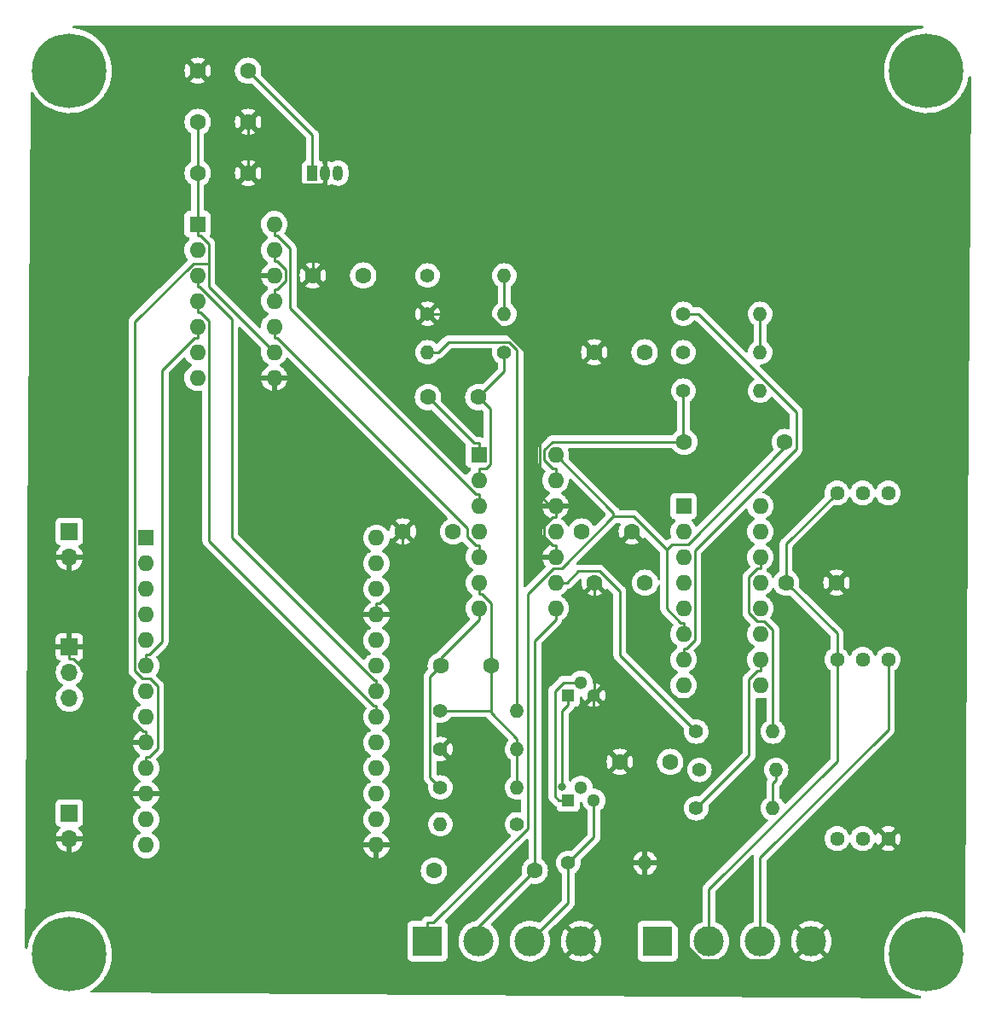
<source format=gbr>
%TF.GenerationSoftware,KiCad,Pcbnew,(6.0.10-0)*%
%TF.CreationDate,2023-05-26T16:06:54-07:00*%
%TF.ProjectId,vectgen_V2,76656374-6765-46e5-9f56-322e6b696361,rev?*%
%TF.SameCoordinates,Original*%
%TF.FileFunction,Copper,L2,Bot*%
%TF.FilePolarity,Positive*%
%FSLAX46Y46*%
G04 Gerber Fmt 4.6, Leading zero omitted, Abs format (unit mm)*
G04 Created by KiCad (PCBNEW (6.0.10-0)) date 2023-05-26 16:06:54*
%MOMM*%
%LPD*%
G01*
G04 APERTURE LIST*
%TA.AperFunction,ComponentPad*%
%ADD10R,3.000000X3.000000*%
%TD*%
%TA.AperFunction,ComponentPad*%
%ADD11C,3.000000*%
%TD*%
%TA.AperFunction,ConnectorPad*%
%ADD12C,7.400000*%
%TD*%
%TA.AperFunction,ComponentPad*%
%ADD13C,4.100000*%
%TD*%
%TA.AperFunction,ComponentPad*%
%ADD14R,1.300000X1.300000*%
%TD*%
%TA.AperFunction,ComponentPad*%
%ADD15C,1.300000*%
%TD*%
%TA.AperFunction,ComponentPad*%
%ADD16C,1.400000*%
%TD*%
%TA.AperFunction,ComponentPad*%
%ADD17O,1.400000X1.400000*%
%TD*%
%TA.AperFunction,ComponentPad*%
%ADD18C,1.600000*%
%TD*%
%TA.AperFunction,ComponentPad*%
%ADD19R,1.700000X1.700000*%
%TD*%
%TA.AperFunction,ComponentPad*%
%ADD20O,1.700000X1.700000*%
%TD*%
%TA.AperFunction,ComponentPad*%
%ADD21R,1.050000X1.500000*%
%TD*%
%TA.AperFunction,ComponentPad*%
%ADD22O,1.050000X1.500000*%
%TD*%
%TA.AperFunction,ComponentPad*%
%ADD23R,1.600000X1.600000*%
%TD*%
%TA.AperFunction,ComponentPad*%
%ADD24O,1.600000X1.600000*%
%TD*%
%TA.AperFunction,ComponentPad*%
%ADD25C,1.440000*%
%TD*%
%TA.AperFunction,ViaPad*%
%ADD26C,0.800000*%
%TD*%
%TA.AperFunction,Conductor*%
%ADD27C,0.250000*%
%TD*%
G04 APERTURE END LIST*
D10*
%TO.P,J3,1,Pin_1*%
%TO.N,/XAXIS*%
X111760000Y-128270000D03*
D11*
%TO.P,J3,2,Pin_2*%
%TO.N,/YAXIS*%
X116840000Y-128270000D03*
%TO.P,J3,3,Pin_3*%
%TO.N,/ZAXIS*%
X121920000Y-128270000D03*
%TO.P,J3,4,Pin_4*%
%TO.N,GND*%
X127000000Y-128270000D03*
%TD*%
D12*
%TO.P,H1,1*%
%TO.N,N/C*%
X161290000Y-41910000D03*
D13*
X161290000Y-41910000D03*
%TD*%
D14*
%TO.P,Q1,1,B*%
%TO.N,Net-(Q1-Pad1)*%
X125730000Y-103865000D03*
D15*
%TO.P,Q1,2,C*%
%TO.N,Net-(Q1-Pad2)*%
X127000000Y-102595000D03*
%TO.P,Q1,3,E*%
%TO.N,GND*%
X128270000Y-103865000D03*
%TD*%
D14*
%TO.P,Q2,1,B*%
%TO.N,Net-(Q1-Pad2)*%
X125730000Y-114300000D03*
D15*
%TO.P,Q2,2,C*%
%TO.N,+5V*%
X127000000Y-113030000D03*
%TO.P,Q2,3,E*%
%TO.N,/ZAXIS*%
X128270000Y-114300000D03*
%TD*%
D16*
%TO.P,R8,1*%
%TO.N,Net-(C13-Pad1)*%
X137160000Y-73660000D03*
D17*
%TO.P,R8,2*%
%TO.N,Net-(IC1-Pad3)*%
X144780000Y-73660000D03*
%TD*%
D16*
%TO.P,R9,1*%
%TO.N,Net-(C14-Pad1)*%
X138430000Y-107480000D03*
D17*
%TO.P,R9,2*%
%TO.N,Net-(IC1-Pad14)*%
X146050000Y-107480000D03*
%TD*%
D18*
%TO.P,C1,1*%
%TO.N,+15V*%
X147360000Y-92710000D03*
%TO.P,C1,2*%
%TO.N,GND*%
X152360000Y-92710000D03*
%TD*%
%TO.P,C10,1*%
%TO.N,Net-(C10-Pad1)*%
X113070000Y-100965000D03*
%TO.P,C10,2*%
%TO.N,Net-(C10-Pad2)*%
X118070000Y-100965000D03*
%TD*%
D16*
%TO.P,R14,1*%
%TO.N,Net-(IC1-Pad10)*%
X138430000Y-115100000D03*
D17*
%TO.P,R14,2*%
%TO.N,Net-(C14-Pad1)*%
X146050000Y-115100000D03*
%TD*%
D16*
%TO.P,R11,1*%
%TO.N,Net-(C11-Pad1)*%
X137160000Y-69850000D03*
D17*
%TO.P,R11,2*%
%TO.N,Net-(C13-Pad1)*%
X144780000Y-69850000D03*
%TD*%
D18*
%TO.P,C11,1*%
%TO.N,Net-(C11-Pad1)*%
X133310000Y-69850000D03*
%TO.P,C11,2*%
%TO.N,GND*%
X128310000Y-69850000D03*
%TD*%
D16*
%TO.P,R13,1*%
%TO.N,Net-(IC1-Pad7)*%
X137160000Y-66040000D03*
D17*
%TO.P,R13,2*%
%TO.N,Net-(C13-Pad1)*%
X144780000Y-66040000D03*
%TD*%
D18*
%TO.P,C7,1*%
%TO.N,GND*%
X88940000Y-41910000D03*
%TO.P,C7,2*%
%TO.N,Net-(C7-Pad2)*%
X93940000Y-41910000D03*
%TD*%
D16*
%TO.P,R5,1*%
%TO.N,Net-(C9-Pad1)*%
X111760000Y-62230000D03*
D17*
%TO.P,R5,2*%
%TO.N,Net-(C9-Pad2)*%
X119380000Y-62230000D03*
%TD*%
D16*
%TO.P,R4,1*%
%TO.N,GND*%
X113030000Y-109220000D03*
D17*
%TO.P,R4,2*%
%TO.N,Net-(C10-Pad2)*%
X120650000Y-109220000D03*
%TD*%
D19*
%TO.P,JP1,1,A*%
%TO.N,Net-(JP1-Pad1)*%
X76200000Y-115570000D03*
D20*
%TO.P,JP1,2,B*%
%TO.N,GND*%
X76200000Y-118110000D03*
%TD*%
D16*
%TO.P,R7,1*%
%TO.N,Net-(Q1-Pad1)*%
X120650000Y-116675000D03*
D17*
%TO.P,R7,2*%
%TO.N,/BLANK*%
X113030000Y-116675000D03*
%TD*%
D21*
%TO.P,U2,1,VO*%
%TO.N,Net-(C7-Pad2)*%
X100330000Y-52070000D03*
D22*
%TO.P,U2,2,GND*%
%TO.N,GND*%
X101600000Y-52070000D03*
%TO.P,U2,3,VI*%
%TO.N,+5V*%
X102870000Y-52070000D03*
%TD*%
D18*
%TO.P,C8,1*%
%TO.N,GND*%
X100370000Y-62230000D03*
%TO.P,C8,2*%
%TO.N,+5V*%
X105370000Y-62230000D03*
%TD*%
%TO.P,C13,1*%
%TO.N,Net-(C13-Pad1)*%
X137240000Y-78740000D03*
%TO.P,C13,2*%
%TO.N,/XAXIS*%
X147240000Y-78740000D03*
%TD*%
%TO.P,C3,1*%
%TO.N,+15V*%
X114300000Y-87630000D03*
%TO.P,C3,2*%
%TO.N,GND*%
X109300000Y-87630000D03*
%TD*%
D13*
%TO.P,H3,1*%
%TO.N,N/C*%
X76200000Y-129540000D03*
D12*
X76200000Y-129540000D03*
%TD*%
D10*
%TO.P,J2,1,Pin_1*%
%TO.N,+5V*%
X134620000Y-128270000D03*
D11*
%TO.P,J2,2,Pin_2*%
%TO.N,+15V*%
X139700000Y-128270000D03*
%TO.P,J2,3,Pin_3*%
%TO.N,-15V*%
X144780000Y-128270000D03*
%TO.P,J2,4,Pin_4*%
%TO.N,GND*%
X149860000Y-128270000D03*
%TD*%
D18*
%TO.P,C5,1*%
%TO.N,GND*%
X93940000Y-52070000D03*
%TO.P,C5,2*%
%TO.N,Net-(C5-Pad2)*%
X88940000Y-52070000D03*
%TD*%
D23*
%TO.P,U1,1,ESP_EN*%
%TO.N,Net-(SW1-Pad1)*%
X83820000Y-88270000D03*
D24*
%TO.P,U1,2,GND*%
%TO.N,GND*%
X83820000Y-90810000D03*
%TO.P,U1,3,3V3*%
%TO.N,unconnected-(U1-Pad3)*%
X83820000Y-93350000D03*
%TO.P,U1,4,ESP_EN*%
%TO.N,unconnected-(U1-Pad4)*%
X83820000Y-95890000D03*
%TO.P,U1,5,CFG*%
%TO.N,/~{RAMP}*%
X83820000Y-98430000D03*
%TO.P,U1,6,IO33(485_EN)*%
%TO.N,Net-(IC3-Pad5)*%
X83820000Y-100970000D03*
%TO.P,U1,7,RXD2*%
%TO.N,unconnected-(U1-Pad7)*%
X83820000Y-103510000D03*
%TO.P,U1,8,TXD2*%
%TO.N,unconnected-(U1-Pad8)*%
X83820000Y-106050000D03*
%TO.P,U1,9,GND*%
%TO.N,GND*%
X83820000Y-108590000D03*
%TO.P,U1,10,3V3*%
%TO.N,Net-(C5-Pad2)*%
X83820000Y-111130000D03*
%TO.P,U1,11,GND*%
%TO.N,GND*%
X83820000Y-113670000D03*
%TO.P,U1,12,VCC_5V*%
%TO.N,+5V*%
X83820000Y-116210000D03*
%TO.P,U1,13,LINK(ETH_LED)*%
%TO.N,unconnected-(U1-Pad13)*%
X83820000Y-118750000D03*
%TO.P,U1,14,GND*%
%TO.N,GND*%
X106680000Y-118750000D03*
%TO.P,U1,15,IO2*%
%TO.N,/BLANK*%
X106680000Y-116210000D03*
%TO.P,U1,16,IO4*%
%TO.N,/~{ZERO}*%
X106680000Y-113670000D03*
%TO.P,U1,17,IO35*%
%TO.N,unconnected-(U1-Pad17)*%
X106680000Y-111130000D03*
%TO.P,U1,18,1012*%
%TO.N,unconnected-(U1-Pad18)*%
X106680000Y-108590000D03*
%TO.P,U1,19,1014*%
%TO.N,Net-(IC3-Pad4)*%
X106680000Y-106050000D03*
%TO.P,U1,20,IO15*%
%TO.N,Net-(IC3-Pad3)*%
X106680000Y-103510000D03*
%TO.P,U1,21,IO36*%
%TO.N,unconnected-(U1-Pad21)*%
X106680000Y-100970000D03*
%TO.P,U1,22,IO39*%
%TO.N,unconnected-(U1-Pad22)*%
X106680000Y-98430000D03*
%TO.P,U1,23,GND*%
%TO.N,GND*%
X106680000Y-95890000D03*
%TO.P,U1,24,IO0*%
%TO.N,Net-(JP1-Pad1)*%
X106680000Y-93350000D03*
%TO.P,U1,25,RXD*%
%TO.N,Net-(J1-Pad3)*%
X106680000Y-90810000D03*
%TO.P,U1,26,TXD*%
%TO.N,Net-(J1-Pad2)*%
X106680000Y-88270000D03*
%TD*%
D25*
%TO.P,RV1,1,1*%
%TO.N,GND*%
X157490000Y-118110000D03*
%TO.P,RV1,2,2*%
%TO.N,Net-(Q1-Pad2)*%
X154950000Y-118110000D03*
%TO.P,RV1,3,3*%
%TO.N,+5V*%
X152410000Y-118110000D03*
%TD*%
D18*
%TO.P,C9,1*%
%TO.N,Net-(C9-Pad1)*%
X111800000Y-74295000D03*
%TO.P,C9,2*%
%TO.N,Net-(C9-Pad2)*%
X116800000Y-74295000D03*
%TD*%
D25*
%TO.P,RV2,1,1*%
%TO.N,-15V*%
X157490000Y-83820000D03*
%TO.P,RV2,2,2*%
%TO.N,Net-(C11-Pad1)*%
X154950000Y-83820000D03*
%TO.P,RV2,3,3*%
%TO.N,+15V*%
X152410000Y-83820000D03*
%TD*%
D18*
%TO.P,C12,1*%
%TO.N,Net-(C12-Pad1)*%
X135850000Y-110490000D03*
%TO.P,C12,2*%
%TO.N,GND*%
X130850000Y-110490000D03*
%TD*%
D19*
%TO.P,J1,1,Pin_1*%
%TO.N,GND*%
X76200000Y-99075000D03*
D20*
%TO.P,J1,2,Pin_2*%
%TO.N,Net-(J1-Pad2)*%
X76200000Y-101615000D03*
%TO.P,J1,3,Pin_3*%
%TO.N,Net-(J1-Pad3)*%
X76200000Y-104155000D03*
%TD*%
D23*
%TO.P,IC2,1,OUT*%
%TO.N,Net-(C9-Pad1)*%
X116850000Y-80005000D03*
D24*
%TO.P,IC2,2,-IN*%
%TO.N,Net-(C9-Pad2)*%
X116850000Y-82545000D03*
%TO.P,IC2,3,+IN*%
%TO.N,Net-(IC2-Pad3)*%
X116850000Y-85085000D03*
%TO.P,IC2,4,V+*%
%TO.N,+15V*%
X116850000Y-87625000D03*
%TO.P,IC2,5,+IN*%
%TO.N,Net-(IC2-Pad5)*%
X116850000Y-90165000D03*
%TO.P,IC2,6,-IN*%
%TO.N,Net-(C10-Pad2)*%
X116850000Y-92705000D03*
%TO.P,IC2,7,OUT*%
%TO.N,Net-(C10-Pad1)*%
X116850000Y-95245000D03*
%TO.P,IC2,8,OUT*%
%TO.N,/YAXIS*%
X124470000Y-95245000D03*
%TO.P,IC2,9,-IN*%
%TO.N,Net-(C14-Pad1)*%
X124470000Y-92705000D03*
%TO.P,IC2,10,+IN*%
%TO.N,GND*%
X124470000Y-90165000D03*
%TO.P,IC2,11,V-*%
%TO.N,-15V*%
X124470000Y-87625000D03*
%TO.P,IC2,12,+IN*%
%TO.N,GND*%
X124470000Y-85085000D03*
%TO.P,IC2,13,-IN*%
%TO.N,Net-(C13-Pad1)*%
X124470000Y-82545000D03*
%TO.P,IC2,14,OUT*%
%TO.N,/XAXIS*%
X124470000Y-80005000D03*
%TD*%
D18*
%TO.P,C6,1*%
%TO.N,GND*%
X93940000Y-46990000D03*
%TO.P,C6,2*%
%TO.N,Net-(C5-Pad2)*%
X88940000Y-46990000D03*
%TD*%
%TO.P,C4,1*%
%TO.N,-15V*%
X127040000Y-87630000D03*
%TO.P,C4,2*%
%TO.N,GND*%
X132040000Y-87630000D03*
%TD*%
%TO.P,C14,1*%
%TO.N,Net-(C14-Pad1)*%
X112395000Y-121285000D03*
%TO.P,C14,2*%
%TO.N,/YAXIS*%
X122395000Y-121285000D03*
%TD*%
%TO.P,C2,1*%
%TO.N,-15V*%
X133350000Y-92710000D03*
%TO.P,C2,2*%
%TO.N,GND*%
X128350000Y-92710000D03*
%TD*%
D16*
%TO.P,R2,1*%
%TO.N,Net-(C10-Pad2)*%
X113030000Y-105390000D03*
D17*
%TO.P,R2,2*%
%TO.N,Net-(C7-Pad2)*%
X120650000Y-105390000D03*
%TD*%
D16*
%TO.P,R1,1*%
%TO.N,Net-(C9-Pad2)*%
X119380000Y-69850000D03*
D17*
%TO.P,R1,2*%
%TO.N,Net-(C7-Pad2)*%
X111760000Y-69850000D03*
%TD*%
D13*
%TO.P,H4,1*%
%TO.N,N/C*%
X161290000Y-129540000D03*
D12*
X161290000Y-129540000D03*
%TD*%
%TO.P,H2,1*%
%TO.N,N/C*%
X76200000Y-41910000D03*
D13*
X76200000Y-41910000D03*
%TD*%
D16*
%TO.P,R12,1*%
%TO.N,Net-(C12-Pad1)*%
X138750000Y-111290000D03*
D17*
%TO.P,R12,2*%
%TO.N,Net-(C14-Pad1)*%
X146370000Y-111290000D03*
%TD*%
D16*
%TO.P,R10,1*%
%TO.N,/ZAXIS*%
X125730000Y-120510000D03*
D17*
%TO.P,R10,2*%
%TO.N,GND*%
X133350000Y-120510000D03*
%TD*%
D25*
%TO.P,RV3,1,1*%
%TO.N,-15V*%
X157490000Y-100330000D03*
%TO.P,RV3,2,2*%
%TO.N,Net-(C12-Pad1)*%
X154950000Y-100330000D03*
%TO.P,RV3,3,3*%
%TO.N,+15V*%
X152410000Y-100330000D03*
%TD*%
D16*
%TO.P,R6,1*%
%TO.N,Net-(C10-Pad1)*%
X113030000Y-113030000D03*
D17*
%TO.P,R6,2*%
%TO.N,Net-(C10-Pad2)*%
X120650000Y-113030000D03*
%TD*%
D16*
%TO.P,R3,1*%
%TO.N,GND*%
X111760000Y-66040000D03*
D17*
%TO.P,R3,2*%
%TO.N,Net-(C9-Pad2)*%
X119380000Y-66040000D03*
%TD*%
D23*
%TO.P,IC3,1,Vdd*%
%TO.N,Net-(C5-Pad2)*%
X88910000Y-57145000D03*
D24*
%TO.P,IC3,2,NC*%
%TO.N,unconnected-(IC3-Pad2)*%
X88910000Y-59685000D03*
%TO.P,IC3,3,~{CS}*%
%TO.N,Net-(IC3-Pad3)*%
X88910000Y-62225000D03*
%TO.P,IC3,4,SCK*%
%TO.N,Net-(IC3-Pad4)*%
X88910000Y-64765000D03*
%TO.P,IC3,5,SDI*%
%TO.N,Net-(IC3-Pad5)*%
X88910000Y-67305000D03*
%TO.P,IC3,6,NC*%
%TO.N,unconnected-(IC3-Pad6)*%
X88910000Y-69845000D03*
%TO.P,IC3,7,NC*%
%TO.N,unconnected-(IC3-Pad7)*%
X88910000Y-72385000D03*
%TO.P,IC3,8,~{LDAC}*%
%TO.N,GND*%
X96530000Y-72385000D03*
%TO.P,IC3,9,~{SHDN}*%
%TO.N,Net-(C5-Pad2)*%
X96530000Y-69845000D03*
%TO.P,IC3,10,VB*%
%TO.N,Net-(IC2-Pad5)*%
X96530000Y-67305000D03*
%TO.P,IC3,11,VrefB*%
%TO.N,Net-(C7-Pad2)*%
X96530000Y-64765000D03*
%TO.P,IC3,12,Vss*%
%TO.N,GND*%
X96530000Y-62225000D03*
%TO.P,IC3,13,VrefA*%
%TO.N,Net-(C7-Pad2)*%
X96530000Y-59685000D03*
%TO.P,IC3,14,VA*%
%TO.N,Net-(IC2-Pad3)*%
X96530000Y-57145000D03*
%TD*%
D19*
%TO.P,SW1,1,1*%
%TO.N,Net-(SW1-Pad1)*%
X76200000Y-87630000D03*
D20*
%TO.P,SW1,2,2*%
%TO.N,GND*%
X76200000Y-90170000D03*
%TD*%
D23*
%TO.P,IC1,1,IN1*%
%TO.N,/~{RAMP}*%
X137170000Y-85105000D03*
D24*
%TO.P,IC1,2,D1*%
%TO.N,Net-(C9-Pad1)*%
X137170000Y-87645000D03*
%TO.P,IC1,3,S1*%
%TO.N,Net-(IC1-Pad3)*%
X137170000Y-90185000D03*
%TO.P,IC1,4,VDD*%
%TO.N,-15V*%
X137170000Y-92725000D03*
%TO.P,IC1,5,GND*%
%TO.N,GND*%
X137170000Y-95265000D03*
%TO.P,IC1,6,S4*%
%TO.N,/XAXIS*%
X137170000Y-97805000D03*
%TO.P,IC1,7,D4*%
%TO.N,Net-(IC1-Pad7)*%
X137170000Y-100345000D03*
%TO.P,IC1,8,IN4*%
%TO.N,/~{ZERO}*%
X137170000Y-102885000D03*
%TO.P,IC1,9,IN3*%
X144790000Y-102885000D03*
%TO.P,IC1,10,D3*%
%TO.N,Net-(IC1-Pad10)*%
X144790000Y-100345000D03*
%TO.P,IC1,11,S3*%
%TO.N,/YAXIS*%
X144790000Y-97805000D03*
%TO.P,IC1,12*%
%TO.N,N/C*%
X144790000Y-95265000D03*
%TO.P,IC1,13,VDD*%
%TO.N,+15V*%
X144790000Y-92725000D03*
%TO.P,IC1,14,S2*%
%TO.N,Net-(IC1-Pad14)*%
X144790000Y-90185000D03*
%TO.P,IC1,15,D2*%
%TO.N,Net-(C10-Pad1)*%
X144790000Y-87645000D03*
%TO.P,IC1,16,IN2*%
%TO.N,/~{RAMP}*%
X144790000Y-85105000D03*
%TD*%
D26*
%TO.N,Net-(Q1-Pad1)*%
X125109500Y-112920400D03*
%TD*%
D27*
%TO.N,+15V*%
X152410000Y-100330000D02*
X152410000Y-110397000D01*
X147360000Y-88870000D02*
X147360000Y-92710000D01*
X147360000Y-92710000D02*
X152410000Y-97760000D01*
X139700000Y-123107000D02*
X139700000Y-128270000D01*
X152410000Y-83820000D02*
X147360000Y-88870000D01*
X152410000Y-110397000D02*
X139700000Y-123107000D01*
X152410000Y-97760000D02*
X152410000Y-100330000D01*
%TO.N,GND*%
X101600000Y-53145300D02*
X100413000Y-53145300D01*
X126693500Y-71466500D02*
X128310000Y-69850000D01*
X100370000Y-62230000D02*
X100370000Y-53188300D01*
X137628700Y-128860600D02*
X138882700Y-130114600D01*
X93940000Y-46990000D02*
X88940000Y-41990000D01*
X117692000Y-66040000D02*
X111760000Y-66040000D01*
X128350000Y-92710000D02*
X128350000Y-103785000D01*
X95058300Y-53188300D02*
X93940000Y-52070000D01*
X76200000Y-99075000D02*
X76200000Y-100250300D01*
X130850000Y-110490000D02*
X128270000Y-107910000D01*
X132570900Y-122699100D02*
X127000000Y-128270000D01*
X88940000Y-41990000D02*
X88940000Y-41910000D01*
X122878700Y-71706300D02*
X123118500Y-71466500D01*
X124470000Y-90165000D02*
X124470000Y-89039700D01*
X76587100Y-100250300D02*
X76200000Y-100250300D01*
X106680000Y-95890000D02*
X106680000Y-94764700D01*
X83820000Y-107464700D02*
X83538600Y-107464700D01*
X148015400Y-130114600D02*
X149860000Y-128270000D01*
X109300000Y-87630000D02*
X109300000Y-92426000D01*
X132570800Y-122699100D02*
X132570900Y-122699100D01*
X133350000Y-121535300D02*
X132570800Y-122314500D01*
X124470000Y-85085000D02*
X124470000Y-85647600D01*
X133350000Y-112990000D02*
X133350000Y-120510000D01*
X128270000Y-107910000D02*
X128270000Y-103865000D01*
X138882700Y-130114600D02*
X148015400Y-130114600D01*
X100370000Y-53188300D02*
X95058300Y-53188300D01*
X132570900Y-122699100D02*
X137628700Y-127757000D01*
X124188600Y-89039700D02*
X124470000Y-89039700D01*
X101600000Y-52070000D02*
X101600000Y-53145300D01*
X133350000Y-120510000D02*
X133350000Y-121535300D01*
X124470000Y-86210300D02*
X124188700Y-86210300D01*
X77375300Y-101038500D02*
X76587100Y-100250300D01*
X130850000Y-110490000D02*
X133350000Y-112990000D01*
X124188700Y-86210300D02*
X123344700Y-87054300D01*
X124470000Y-85647600D02*
X122878700Y-84056300D01*
X132570800Y-122314500D02*
X132570800Y-122699100D01*
X76200000Y-90170000D02*
X76200000Y-99075000D01*
X106961300Y-94764700D02*
X106680000Y-94764700D01*
X83538600Y-107464700D02*
X77375300Y-101301400D01*
X128350000Y-103785000D02*
X128270000Y-103865000D01*
X137628700Y-127757000D02*
X137628700Y-128860600D01*
X83820000Y-108590000D02*
X83820000Y-107464700D01*
X109300000Y-92426000D02*
X106961300Y-94764700D01*
X93940000Y-52070000D02*
X93940000Y-46990000D01*
X100413000Y-53145300D02*
X100370000Y-53188300D01*
X123344700Y-87054300D02*
X123344700Y-88195800D01*
X124470000Y-85647600D02*
X124470000Y-86210300D01*
X77375300Y-101301400D02*
X77375300Y-101038500D01*
X123118500Y-71466500D02*
X126693500Y-71466500D01*
X122878700Y-84056300D02*
X122878700Y-71706300D01*
X123118500Y-71466500D02*
X117692000Y-66040000D01*
X123344700Y-88195800D02*
X124188600Y-89039700D01*
%TO.N,-15V*%
X157490000Y-107273800D02*
X157490000Y-100330000D01*
X144780000Y-119983800D02*
X157490000Y-107273800D01*
X144780000Y-128270000D02*
X144780000Y-119983800D01*
%TO.N,Net-(C5-Pad2)*%
X89191400Y-58270300D02*
X88910000Y-58270300D01*
X82688000Y-66851600D02*
X82688000Y-101460900D01*
X88910000Y-57707600D02*
X88910000Y-58270300D01*
X88910000Y-57145000D02*
X88910000Y-57707600D01*
X84945300Y-109160800D02*
X84101400Y-110004700D01*
X84101400Y-110004700D02*
X83820000Y-110004700D01*
X90035300Y-59114200D02*
X89191400Y-58270300D01*
X84945300Y-102979000D02*
X84945300Y-109160800D01*
X90035300Y-61029900D02*
X88509700Y-61029900D01*
X88910000Y-57707600D02*
X88940000Y-57677600D01*
X82688000Y-101460900D02*
X83467100Y-102240000D01*
X83820000Y-111130000D02*
X83820000Y-110004700D01*
X83467100Y-102240000D02*
X84206300Y-102240000D01*
X84206300Y-102240000D02*
X84945300Y-102979000D01*
X88940000Y-46990000D02*
X88940000Y-52070000D01*
X90035300Y-61029900D02*
X90035300Y-59114200D01*
X88509700Y-61029900D02*
X82688000Y-66851600D01*
X90035300Y-63350300D02*
X90035300Y-61029900D01*
X96530000Y-69845000D02*
X90035300Y-63350300D01*
X88940000Y-57677600D02*
X88940000Y-52070000D01*
%TO.N,Net-(C7-Pad2)*%
X100330000Y-48300000D02*
X93940000Y-41910000D01*
X100330000Y-52070000D02*
X100330000Y-48300000D01*
X97655300Y-61654200D02*
X97655300Y-62795800D01*
X96530000Y-60810300D02*
X96811400Y-60810300D01*
X96811400Y-60810300D02*
X97655300Y-61654200D01*
X97655300Y-62795800D02*
X96811400Y-63639700D01*
X119832700Y-68817600D02*
X120650000Y-69634900D01*
X96530000Y-59685000D02*
X96530000Y-60810300D01*
X112785300Y-69850000D02*
X113817700Y-68817600D01*
X96811400Y-63639700D02*
X96530000Y-63639700D01*
X113817700Y-68817600D02*
X119832700Y-68817600D01*
X96530000Y-64765000D02*
X96530000Y-63639700D01*
X120650000Y-69634900D02*
X120650000Y-105390000D01*
X111760000Y-69850000D02*
X112785300Y-69850000D01*
%TO.N,Net-(C9-Pad1)*%
X111800000Y-74295000D02*
X116384700Y-78879700D01*
X116384700Y-78879700D02*
X116850000Y-78879700D01*
X116850000Y-80005000D02*
X116850000Y-78879700D01*
%TO.N,Net-(C9-Pad2)*%
X116850000Y-82545000D02*
X116850000Y-81419700D01*
X119380000Y-66040000D02*
X119380000Y-62230000D01*
X119380000Y-71715000D02*
X116800000Y-74295000D01*
X117975400Y-75470400D02*
X116800000Y-74295000D01*
X117975400Y-80997600D02*
X117975400Y-75470400D01*
X116850000Y-81419700D02*
X117553300Y-81419700D01*
X119380000Y-69850000D02*
X119380000Y-71715000D01*
X117553300Y-81419700D02*
X117975400Y-80997600D01*
%TO.N,Net-(C10-Pad1)*%
X116850000Y-96370300D02*
X113070000Y-100150300D01*
X112001000Y-112001000D02*
X113030000Y-113030000D01*
X113070000Y-100965000D02*
X112001000Y-102034000D01*
X116850000Y-95245000D02*
X116850000Y-96370300D01*
X113070000Y-100150300D02*
X113070000Y-100965000D01*
X112001000Y-102034000D02*
X112001000Y-112001000D01*
%TO.N,Net-(C10-Pad2)*%
X117131300Y-93830300D02*
X118070000Y-94769000D01*
X118070000Y-105614700D02*
X118070000Y-105390000D01*
X118070000Y-105390000D02*
X118070000Y-100965000D01*
X118070000Y-105390000D02*
X113030000Y-105390000D01*
X116850000Y-92705000D02*
X116850000Y-93830300D01*
X120650000Y-109220000D02*
X120650000Y-108194700D01*
X116850000Y-93830300D02*
X117131300Y-93830300D01*
X120650000Y-108194700D02*
X118070000Y-105614700D01*
X118070000Y-94769000D02*
X118070000Y-100965000D01*
X120650000Y-113030000D02*
X120650000Y-109220000D01*
%TO.N,Net-(C13-Pad1)*%
X124188700Y-81419700D02*
X123343600Y-80574600D01*
X144780000Y-69850000D02*
X144780000Y-66040000D01*
X124470000Y-81419700D02*
X124188700Y-81419700D01*
X137160000Y-78740000D02*
X137240000Y-78740000D01*
X124138200Y-78740000D02*
X137160000Y-78740000D01*
X137160000Y-78740000D02*
X137160000Y-73660000D01*
X123343600Y-80574600D02*
X123343600Y-79534600D01*
X124470000Y-82545000D02*
X124470000Y-81419700D01*
X123343600Y-79534600D02*
X124138200Y-78740000D01*
%TO.N,/XAXIS*%
X135508400Y-89451200D02*
X132207800Y-86150600D01*
X147240000Y-78740000D02*
X147240000Y-79281200D01*
X136044600Y-88915000D02*
X135508400Y-89451200D01*
X137606200Y-88915000D02*
X136044600Y-88915000D01*
X111760000Y-126444700D02*
X112330400Y-126444700D01*
X111760000Y-128270000D02*
X111760000Y-126444700D01*
X130207300Y-86150600D02*
X130207300Y-85742300D01*
X124226500Y-91298800D02*
X125059100Y-91298800D01*
X112330400Y-126444700D02*
X121675400Y-117099700D01*
X137170000Y-97805000D02*
X137170000Y-96679700D01*
X137170000Y-96679700D02*
X136888600Y-96679700D01*
X147240000Y-79281200D02*
X137606200Y-88915000D01*
X135508400Y-95299500D02*
X135508400Y-89451200D01*
X121675400Y-93849900D02*
X124226500Y-91298800D01*
X125059100Y-91298800D02*
X130207300Y-86150600D01*
X121675400Y-117099700D02*
X121675400Y-93849900D01*
X136888600Y-96679700D02*
X135508400Y-95299500D01*
X132207800Y-86150600D02*
X130207300Y-86150600D01*
X130207300Y-85742300D02*
X124470000Y-80005000D01*
%TO.N,Net-(C14-Pad1)*%
X126720600Y-91579700D02*
X125595300Y-92705000D01*
X146370000Y-111290000D02*
X146370000Y-112315300D01*
X146050000Y-112635300D02*
X146050000Y-115100000D01*
X146370000Y-112315300D02*
X146050000Y-112635300D01*
X124470000Y-92705000D02*
X125595300Y-92705000D01*
X130850100Y-93611000D02*
X128818800Y-91579700D01*
X138430000Y-107480000D02*
X130850100Y-99900100D01*
X128818800Y-91579700D02*
X126720600Y-91579700D01*
X130850100Y-99900100D02*
X130850100Y-93611000D01*
%TO.N,/YAXIS*%
X122395000Y-98445300D02*
X124470000Y-96370300D01*
X122395000Y-121285000D02*
X122395000Y-98445300D01*
X116840000Y-126840000D02*
X116840000Y-128270000D01*
X124470000Y-95245000D02*
X124470000Y-96370300D01*
X122395000Y-121285000D02*
X116840000Y-126840000D01*
%TO.N,Net-(IC1-Pad7)*%
X138295300Y-89484900D02*
X148377200Y-79403000D01*
X137170000Y-99219700D02*
X137451400Y-99219700D01*
X148377200Y-79403000D02*
X148377200Y-75760200D01*
X138295300Y-98375800D02*
X138295300Y-89484900D01*
X137451400Y-99219700D02*
X138295300Y-98375800D01*
X138657000Y-66040000D02*
X137160000Y-66040000D01*
X148377200Y-75760200D02*
X138657000Y-66040000D01*
X137170000Y-100345000D02*
X137170000Y-99219700D01*
%TO.N,Net-(IC1-Pad10)*%
X144790000Y-100345000D02*
X144790000Y-101470300D01*
X143664700Y-102314200D02*
X143664700Y-109865300D01*
X143664700Y-109865300D02*
X138430000Y-115100000D01*
X144790000Y-101470300D02*
X144508600Y-101470300D01*
X144508600Y-101470300D02*
X143664700Y-102314200D01*
%TO.N,Net-(IC1-Pad14)*%
X145191400Y-96535000D02*
X146050000Y-97393600D01*
X144790000Y-90185000D02*
X144790000Y-91310300D01*
X143656100Y-95723600D02*
X144467500Y-96535000D01*
X144790000Y-91310300D02*
X144508700Y-91310300D01*
X143656100Y-92162900D02*
X143656100Y-95723600D01*
X144508700Y-91310300D02*
X143656100Y-92162900D01*
X146050000Y-97393600D02*
X146050000Y-107480000D01*
X144467500Y-96535000D02*
X145191400Y-96535000D01*
%TO.N,Net-(IC2-Pad3)*%
X98105700Y-65496700D02*
X116568700Y-83959700D01*
X116568700Y-83959700D02*
X116850000Y-83959700D01*
X98105700Y-59564700D02*
X98105700Y-65496700D01*
X96530000Y-57145000D02*
X96530000Y-58270300D01*
X96811300Y-58270300D02*
X98105700Y-59564700D01*
X116850000Y-85085000D02*
X116850000Y-83959700D01*
X96530000Y-58270300D02*
X96811300Y-58270300D01*
%TO.N,Net-(IC2-Pad5)*%
X115724700Y-87343700D02*
X115724700Y-88195800D01*
X115724700Y-88195800D02*
X116568600Y-89039700D01*
X96811300Y-68430300D02*
X115724700Y-87343700D01*
X116568600Y-89039700D02*
X116850000Y-89039700D01*
X96530000Y-67305000D02*
X96530000Y-68430300D01*
X116850000Y-90165000D02*
X116850000Y-89039700D01*
X96530000Y-68430300D02*
X96811300Y-68430300D01*
%TO.N,Net-(IC3-Pad3)*%
X106680000Y-103510000D02*
X106680000Y-102384700D01*
X92301100Y-88210300D02*
X92301100Y-66564600D01*
X92301100Y-66564600D02*
X89086800Y-63350300D01*
X88910000Y-62225000D02*
X88910000Y-63350300D01*
X106475500Y-102384700D02*
X92301100Y-88210300D01*
X89086800Y-63350300D02*
X88910000Y-63350300D01*
X106680000Y-102384700D02*
X106475500Y-102384700D01*
%TO.N,Net-(IC3-Pad4)*%
X88910000Y-65890300D02*
X89191400Y-65890300D01*
X90035300Y-66734200D02*
X90035300Y-88561300D01*
X106680000Y-106050000D02*
X106680000Y-104924700D01*
X90035300Y-88561300D02*
X106398700Y-104924700D01*
X88910000Y-64765000D02*
X88910000Y-65890300D01*
X106398700Y-104924700D02*
X106680000Y-104924700D01*
X89191400Y-65890300D02*
X90035300Y-66734200D01*
%TO.N,/ZAXIS*%
X128270000Y-114300000D02*
X128270000Y-117970000D01*
X128270000Y-117970000D02*
X125730000Y-120510000D01*
X125730000Y-124460000D02*
X121920000Y-128270000D01*
X125730000Y-120510000D02*
X125730000Y-124460000D01*
%TO.N,Net-(Q1-Pad1)*%
X125109500Y-105460800D02*
X125730000Y-104840300D01*
X125109500Y-112920400D02*
X125109500Y-105460800D01*
X125730000Y-103865000D02*
X125730000Y-104840300D01*
%TO.N,Net-(Q1-Pad2)*%
X124384200Y-113929500D02*
X124754700Y-114300000D01*
X125238500Y-102595000D02*
X124384200Y-103449300D01*
X125730000Y-114300000D02*
X124754700Y-114300000D01*
X127000000Y-102595000D02*
X125238500Y-102595000D01*
X124384200Y-103449300D02*
X124384200Y-113929500D01*
%TO.N,Net-(IC3-Pad5)*%
X88628700Y-68430300D02*
X88910000Y-68430300D01*
X85395500Y-98550600D02*
X85395500Y-71663500D01*
X83820000Y-100970000D02*
X83820000Y-99844700D01*
X88910000Y-67305000D02*
X88910000Y-68430300D01*
X83820000Y-99844700D02*
X84101400Y-99844700D01*
X85395500Y-71663500D02*
X88628700Y-68430300D01*
X84101400Y-99844700D02*
X85395500Y-98550600D01*
%TD*%
%TA.AperFunction,Conductor*%
%TO.N,GND*%
G36*
X160944410Y-37485002D02*
G01*
X160990903Y-37538658D01*
X161001007Y-37608932D01*
X160971513Y-37673512D01*
X160911787Y-37711896D01*
X160893825Y-37715774D01*
X160716738Y-37740662D01*
X160500455Y-37771059D01*
X160100333Y-37867859D01*
X159711567Y-38003241D01*
X159708769Y-38004534D01*
X159340664Y-38174622D01*
X159340654Y-38174627D01*
X159337867Y-38175915D01*
X158982801Y-38384231D01*
X158935448Y-38418635D01*
X158652239Y-38624398D01*
X158652233Y-38624403D01*
X158649758Y-38626201D01*
X158341916Y-38899516D01*
X158339837Y-38901761D01*
X158339830Y-38901768D01*
X158303528Y-38940971D01*
X158062214Y-39201566D01*
X157813322Y-39529469D01*
X157597616Y-39880095D01*
X157417154Y-40250096D01*
X157273660Y-40635942D01*
X157168502Y-41033948D01*
X157102684Y-41440317D01*
X157102491Y-41443390D01*
X157102490Y-41443396D01*
X157087134Y-41687481D01*
X157076836Y-41851169D01*
X157091203Y-42262583D01*
X157091609Y-42265627D01*
X157091610Y-42265637D01*
X157104100Y-42359243D01*
X157145648Y-42670631D01*
X157146348Y-42673615D01*
X157146349Y-42673621D01*
X157186892Y-42846477D01*
X157239652Y-43071419D01*
X157372317Y-43461120D01*
X157542377Y-43836016D01*
X157748210Y-44192528D01*
X157749999Y-44195026D01*
X157750001Y-44195030D01*
X157852960Y-44338841D01*
X157987849Y-44527253D01*
X158259008Y-44836995D01*
X158559098Y-45118799D01*
X158885256Y-45369974D01*
X158887859Y-45371601D01*
X158887864Y-45371604D01*
X159013522Y-45450124D01*
X159234367Y-45588123D01*
X159603099Y-45771163D01*
X159987934Y-45917348D01*
X160385197Y-46025282D01*
X160388240Y-46025797D01*
X160388246Y-46025798D01*
X160788055Y-46093421D01*
X160788062Y-46093422D01*
X160791096Y-46093935D01*
X160794167Y-46094150D01*
X160794169Y-46094150D01*
X161198692Y-46122437D01*
X161198700Y-46122437D01*
X161201758Y-46122651D01*
X161465974Y-46115271D01*
X161610187Y-46111243D01*
X161610190Y-46111243D01*
X161613261Y-46111157D01*
X161616314Y-46110771D01*
X161616318Y-46110771D01*
X161764984Y-46091990D01*
X162021680Y-46059561D01*
X162024684Y-46058879D01*
X162024687Y-46058878D01*
X162420118Y-45969039D01*
X162420124Y-45969037D01*
X162423114Y-45968358D01*
X162576455Y-45917348D01*
X162810808Y-45839389D01*
X162810814Y-45839387D01*
X162813732Y-45838416D01*
X162816542Y-45837165D01*
X163187006Y-45672224D01*
X163187012Y-45672221D01*
X163189806Y-45670977D01*
X163335656Y-45588123D01*
X163545073Y-45469158D01*
X163545081Y-45469153D01*
X163547746Y-45467639D01*
X163884136Y-45230342D01*
X164195764Y-44961352D01*
X164197885Y-44959125D01*
X164197891Y-44959119D01*
X164477538Y-44665460D01*
X164479655Y-44663237D01*
X164584087Y-44529571D01*
X164731191Y-44341286D01*
X164731193Y-44341283D01*
X164733101Y-44338841D01*
X164734757Y-44336231D01*
X164734763Y-44336223D01*
X164952029Y-43993866D01*
X164952031Y-43993863D01*
X164953682Y-43991261D01*
X165139292Y-43623815D01*
X165140402Y-43620954D01*
X165287045Y-43242887D01*
X165287048Y-43242877D01*
X165288160Y-43240011D01*
X165398865Y-42843511D01*
X165413909Y-42758197D01*
X165451341Y-42545908D01*
X165482869Y-42482296D01*
X165543783Y-42445826D01*
X165614743Y-42448079D01*
X165673222Y-42488339D01*
X165700651Y-42553823D01*
X165701424Y-42568610D01*
X165256200Y-110242566D01*
X165143789Y-127329060D01*
X165123339Y-127397048D01*
X165069379Y-127443187D01*
X164999040Y-127452828D01*
X164934655Y-127422911D01*
X164909563Y-127392748D01*
X164871597Y-127329060D01*
X164799576Y-127208243D01*
X164555287Y-126876897D01*
X164553231Y-126874614D01*
X164553224Y-126874605D01*
X164281899Y-126573268D01*
X164281891Y-126573260D01*
X164279830Y-126570971D01*
X163975834Y-126293385D01*
X163646201Y-126046788D01*
X163526948Y-125974566D01*
X163296706Y-125835126D01*
X163296697Y-125835121D01*
X163294078Y-125833535D01*
X162922826Y-125655660D01*
X162919937Y-125654608D01*
X162919931Y-125654606D01*
X162538887Y-125515918D01*
X162538884Y-125515917D01*
X162535988Y-125514863D01*
X162245250Y-125440214D01*
X162140241Y-125413252D01*
X162140238Y-125413251D01*
X162137257Y-125412486D01*
X161730439Y-125349507D01*
X161319416Y-125326528D01*
X161316337Y-125326657D01*
X161316334Y-125326657D01*
X161046857Y-125337951D01*
X160908113Y-125343766D01*
X160905069Y-125344194D01*
X160905067Y-125344194D01*
X160684518Y-125375190D01*
X160500455Y-125401059D01*
X160100333Y-125497859D01*
X159711567Y-125633241D01*
X159708769Y-125634534D01*
X159340664Y-125804622D01*
X159340654Y-125804627D01*
X159337867Y-125805915D01*
X158982801Y-126014231D01*
X158897336Y-126076325D01*
X158652239Y-126254398D01*
X158652233Y-126254403D01*
X158649758Y-126256201D01*
X158647472Y-126258230D01*
X158647469Y-126258233D01*
X158604418Y-126296456D01*
X158341916Y-126529516D01*
X158339837Y-126531761D01*
X158339830Y-126531768D01*
X158099593Y-126791200D01*
X158062214Y-126831566D01*
X158060359Y-126834010D01*
X157941788Y-126990222D01*
X157813322Y-127159469D01*
X157723789Y-127305004D01*
X157631268Y-127455395D01*
X157597616Y-127510095D01*
X157417154Y-127880096D01*
X157416083Y-127882977D01*
X157416080Y-127882983D01*
X157372170Y-128001055D01*
X157273660Y-128265942D01*
X157168502Y-128663948D01*
X157102684Y-129070317D01*
X157102491Y-129073390D01*
X157102490Y-129073396D01*
X157084968Y-129351913D01*
X157076836Y-129481169D01*
X157077023Y-129486520D01*
X157090775Y-129880316D01*
X157091203Y-129892583D01*
X157091609Y-129895627D01*
X157091610Y-129895637D01*
X157115019Y-130071077D01*
X157145648Y-130300631D01*
X157146348Y-130303615D01*
X157146349Y-130303621D01*
X157186892Y-130476477D01*
X157239652Y-130701419D01*
X157372317Y-131091120D01*
X157542377Y-131466016D01*
X157748210Y-131822528D01*
X157749999Y-131825026D01*
X157750001Y-131825030D01*
X157852960Y-131968841D01*
X157987849Y-132157253D01*
X158259008Y-132466995D01*
X158559098Y-132748799D01*
X158885256Y-132999974D01*
X158887859Y-133001601D01*
X158887864Y-133001604D01*
X159013522Y-133080124D01*
X159234367Y-133218123D01*
X159603099Y-133401163D01*
X159987934Y-133547348D01*
X160385197Y-133655282D01*
X160676350Y-133704527D01*
X160740177Y-133735608D01*
X160777071Y-133796266D01*
X160775314Y-133867240D01*
X160735463Y-133925998D01*
X160670173Y-133953884D01*
X160654476Y-133954758D01*
X78409846Y-133395271D01*
X78341863Y-133374806D01*
X78295736Y-133320835D01*
X78286110Y-133250494D01*
X78316042Y-133186116D01*
X78348463Y-133159720D01*
X78457746Y-133097639D01*
X78794136Y-132860342D01*
X79105764Y-132591352D01*
X79107885Y-132589125D01*
X79107891Y-132589119D01*
X79387538Y-132295460D01*
X79389655Y-132293237D01*
X79494087Y-132159571D01*
X79641191Y-131971286D01*
X79641193Y-131971283D01*
X79643101Y-131968841D01*
X79644757Y-131966231D01*
X79644763Y-131966223D01*
X79862029Y-131623866D01*
X79862031Y-131623863D01*
X79863682Y-131621261D01*
X80049292Y-131253815D01*
X80050402Y-131250954D01*
X80197045Y-130872887D01*
X80197048Y-130872877D01*
X80198160Y-130870011D01*
X80308865Y-130473511D01*
X80367912Y-130138642D01*
X80379818Y-130071119D01*
X80379818Y-130071116D01*
X80380350Y-130068101D01*
X80397416Y-129846300D01*
X80411782Y-129659603D01*
X80411782Y-129659594D01*
X80411932Y-129657650D01*
X80413575Y-129540000D01*
X80411286Y-129493187D01*
X80401743Y-129298079D01*
X80393465Y-129128827D01*
X80333328Y-128721579D01*
X80233738Y-128322143D01*
X80229303Y-128309686D01*
X80166470Y-128133233D01*
X80095644Y-127934331D01*
X79920366Y-127561846D01*
X79891168Y-127512865D01*
X79781597Y-127329060D01*
X79709576Y-127208243D01*
X79465287Y-126876897D01*
X79463231Y-126874614D01*
X79463224Y-126874605D01*
X79191899Y-126573268D01*
X79191891Y-126573260D01*
X79189830Y-126570971D01*
X78885834Y-126293385D01*
X78556201Y-126046788D01*
X78436948Y-125974566D01*
X78206706Y-125835126D01*
X78206697Y-125835121D01*
X78204078Y-125833535D01*
X77832826Y-125655660D01*
X77829937Y-125654608D01*
X77829931Y-125654606D01*
X77448887Y-125515918D01*
X77448884Y-125515917D01*
X77445988Y-125514863D01*
X77155250Y-125440214D01*
X77050241Y-125413252D01*
X77050238Y-125413251D01*
X77047257Y-125412486D01*
X76640439Y-125349507D01*
X76229416Y-125326528D01*
X76226337Y-125326657D01*
X76226334Y-125326657D01*
X75956857Y-125337951D01*
X75818113Y-125343766D01*
X75815069Y-125344194D01*
X75815067Y-125344194D01*
X75594518Y-125375190D01*
X75410455Y-125401059D01*
X75010333Y-125497859D01*
X74621567Y-125633241D01*
X74618769Y-125634534D01*
X74250664Y-125804622D01*
X74250654Y-125804627D01*
X74247867Y-125805915D01*
X73892801Y-126014231D01*
X73807336Y-126076325D01*
X73562239Y-126254398D01*
X73562233Y-126254403D01*
X73559758Y-126256201D01*
X73557472Y-126258230D01*
X73557469Y-126258233D01*
X73514418Y-126296456D01*
X73251916Y-126529516D01*
X73249837Y-126531761D01*
X73249830Y-126531768D01*
X73009593Y-126791200D01*
X72972214Y-126831566D01*
X72970359Y-126834010D01*
X72851788Y-126990222D01*
X72723322Y-127159469D01*
X72633789Y-127305004D01*
X72541268Y-127455395D01*
X72507616Y-127510095D01*
X72327154Y-127880096D01*
X72326083Y-127882977D01*
X72326080Y-127882983D01*
X72282170Y-128001055D01*
X72183660Y-128265942D01*
X72078502Y-128663948D01*
X72057280Y-128794974D01*
X72034760Y-128934018D01*
X72004124Y-128998065D01*
X71943725Y-129035381D01*
X71872740Y-129034119D01*
X71813705Y-128994680D01*
X71785365Y-128929586D01*
X71784384Y-128913039D01*
X71834901Y-121285000D01*
X111081502Y-121285000D01*
X111101457Y-121513087D01*
X111102880Y-121518398D01*
X111102881Y-121518402D01*
X111118460Y-121576541D01*
X111160716Y-121734243D01*
X111163039Y-121739224D01*
X111163039Y-121739225D01*
X111255151Y-121936762D01*
X111255154Y-121936767D01*
X111257477Y-121941749D01*
X111388802Y-122129300D01*
X111550700Y-122291198D01*
X111555208Y-122294355D01*
X111555211Y-122294357D01*
X111633389Y-122349098D01*
X111738251Y-122422523D01*
X111743233Y-122424846D01*
X111743238Y-122424849D01*
X111940775Y-122516961D01*
X111945757Y-122519284D01*
X111951065Y-122520706D01*
X111951067Y-122520707D01*
X112161598Y-122577119D01*
X112161600Y-122577119D01*
X112166913Y-122578543D01*
X112395000Y-122598498D01*
X112623087Y-122578543D01*
X112628400Y-122577119D01*
X112628402Y-122577119D01*
X112838933Y-122520707D01*
X112838935Y-122520706D01*
X112844243Y-122519284D01*
X112849225Y-122516961D01*
X113046762Y-122424849D01*
X113046767Y-122424846D01*
X113051749Y-122422523D01*
X113156611Y-122349098D01*
X113234789Y-122294357D01*
X113234792Y-122294355D01*
X113239300Y-122291198D01*
X113401198Y-122129300D01*
X113532523Y-121941749D01*
X113534846Y-121936767D01*
X113534849Y-121936762D01*
X113626961Y-121739225D01*
X113626961Y-121739224D01*
X113629284Y-121734243D01*
X113671541Y-121576541D01*
X113687119Y-121518402D01*
X113687120Y-121518398D01*
X113688543Y-121513087D01*
X113708498Y-121285000D01*
X113688543Y-121056913D01*
X113654508Y-120929892D01*
X113630707Y-120841067D01*
X113630706Y-120841065D01*
X113629284Y-120835757D01*
X113626961Y-120830775D01*
X113534849Y-120633238D01*
X113534846Y-120633233D01*
X113532523Y-120628251D01*
X113401198Y-120440700D01*
X113239300Y-120278802D01*
X113234792Y-120275645D01*
X113234789Y-120275643D01*
X113140040Y-120209299D01*
X113051749Y-120147477D01*
X113046767Y-120145154D01*
X113046762Y-120145151D01*
X112849225Y-120053039D01*
X112849224Y-120053039D01*
X112844243Y-120050716D01*
X112838935Y-120049294D01*
X112838933Y-120049293D01*
X112628402Y-119992881D01*
X112628400Y-119992881D01*
X112623087Y-119991457D01*
X112395000Y-119971502D01*
X112166913Y-119991457D01*
X112161600Y-119992881D01*
X112161598Y-119992881D01*
X111951067Y-120049293D01*
X111951065Y-120049294D01*
X111945757Y-120050716D01*
X111940776Y-120053039D01*
X111940775Y-120053039D01*
X111743238Y-120145151D01*
X111743233Y-120145154D01*
X111738251Y-120147477D01*
X111649960Y-120209299D01*
X111555211Y-120275643D01*
X111555208Y-120275645D01*
X111550700Y-120278802D01*
X111388802Y-120440700D01*
X111257477Y-120628251D01*
X111255154Y-120633233D01*
X111255151Y-120633238D01*
X111163039Y-120830775D01*
X111160716Y-120835757D01*
X111159294Y-120841065D01*
X111159293Y-120841067D01*
X111135492Y-120929892D01*
X111101457Y-121056913D01*
X111081502Y-121285000D01*
X71834901Y-121285000D01*
X71854153Y-118377966D01*
X74868257Y-118377966D01*
X74898565Y-118512446D01*
X74901645Y-118522275D01*
X74981770Y-118719603D01*
X74986413Y-118728794D01*
X75097694Y-118910388D01*
X75103777Y-118918699D01*
X75243213Y-119079667D01*
X75250580Y-119086883D01*
X75414434Y-119222916D01*
X75422881Y-119228831D01*
X75606756Y-119336279D01*
X75616042Y-119340729D01*
X75815001Y-119416703D01*
X75824899Y-119419579D01*
X75928250Y-119440606D01*
X75942299Y-119439410D01*
X75946000Y-119429065D01*
X75946000Y-119428517D01*
X76454000Y-119428517D01*
X76458064Y-119442359D01*
X76471478Y-119444393D01*
X76478184Y-119443534D01*
X76488262Y-119441392D01*
X76692255Y-119380191D01*
X76701842Y-119376433D01*
X76893095Y-119282739D01*
X76901945Y-119277464D01*
X77075328Y-119153792D01*
X77083200Y-119147139D01*
X77234052Y-118996812D01*
X77240730Y-118988965D01*
X77365003Y-118816020D01*
X77370313Y-118807183D01*
X77398575Y-118750000D01*
X82506502Y-118750000D01*
X82526457Y-118978087D01*
X82527881Y-118983400D01*
X82527881Y-118983402D01*
X82571755Y-119147139D01*
X82585716Y-119199243D01*
X82588039Y-119204224D01*
X82588039Y-119204225D01*
X82680151Y-119401762D01*
X82680154Y-119401767D01*
X82682477Y-119406749D01*
X82742031Y-119491800D01*
X82807277Y-119584981D01*
X82813802Y-119594300D01*
X82975700Y-119756198D01*
X82980208Y-119759355D01*
X82980211Y-119759357D01*
X83003507Y-119775669D01*
X83163251Y-119887523D01*
X83168233Y-119889846D01*
X83168238Y-119889849D01*
X83343631Y-119971635D01*
X83370757Y-119984284D01*
X83376065Y-119985706D01*
X83376067Y-119985707D01*
X83586598Y-120042119D01*
X83586600Y-120042119D01*
X83591913Y-120043543D01*
X83820000Y-120063498D01*
X84048087Y-120043543D01*
X84053400Y-120042119D01*
X84053402Y-120042119D01*
X84263933Y-119985707D01*
X84263935Y-119985706D01*
X84269243Y-119984284D01*
X84296369Y-119971635D01*
X84471762Y-119889849D01*
X84471767Y-119889846D01*
X84476749Y-119887523D01*
X84636493Y-119775669D01*
X84659789Y-119759357D01*
X84659792Y-119759355D01*
X84664300Y-119756198D01*
X84826198Y-119594300D01*
X84832724Y-119584981D01*
X84897969Y-119491800D01*
X84957523Y-119406749D01*
X84959846Y-119401767D01*
X84959849Y-119401762D01*
X85051961Y-119204225D01*
X85051961Y-119204224D01*
X85054284Y-119199243D01*
X85068246Y-119147139D01*
X85103245Y-119016522D01*
X105397273Y-119016522D01*
X105444764Y-119193761D01*
X105448510Y-119204053D01*
X105540586Y-119401511D01*
X105546069Y-119411007D01*
X105671028Y-119589467D01*
X105678084Y-119597875D01*
X105832125Y-119751916D01*
X105840533Y-119758972D01*
X106018993Y-119883931D01*
X106028489Y-119889414D01*
X106225947Y-119981490D01*
X106236239Y-119985236D01*
X106408503Y-120031394D01*
X106422599Y-120031058D01*
X106426000Y-120023116D01*
X106426000Y-120017967D01*
X106934000Y-120017967D01*
X106937973Y-120031498D01*
X106946522Y-120032727D01*
X107123761Y-119985236D01*
X107134053Y-119981490D01*
X107331511Y-119889414D01*
X107341007Y-119883931D01*
X107519467Y-119758972D01*
X107527875Y-119751916D01*
X107681916Y-119597875D01*
X107688972Y-119589467D01*
X107813931Y-119411007D01*
X107819414Y-119401511D01*
X107911490Y-119204053D01*
X107915236Y-119193761D01*
X107961394Y-119021497D01*
X107961058Y-119007401D01*
X107953116Y-119004000D01*
X106952115Y-119004000D01*
X106936876Y-119008475D01*
X106935671Y-119009865D01*
X106934000Y-119017548D01*
X106934000Y-120017967D01*
X106426000Y-120017967D01*
X106426000Y-119022115D01*
X106421525Y-119006876D01*
X106420135Y-119005671D01*
X106412452Y-119004000D01*
X105412033Y-119004000D01*
X105398502Y-119007973D01*
X105397273Y-119016522D01*
X85103245Y-119016522D01*
X85112119Y-118983402D01*
X85112119Y-118983400D01*
X85113543Y-118978087D01*
X85133498Y-118750000D01*
X85113543Y-118521913D01*
X85098472Y-118465668D01*
X85055707Y-118306067D01*
X85055706Y-118306065D01*
X85054284Y-118300757D01*
X85032702Y-118254473D01*
X84959849Y-118098238D01*
X84959846Y-118098233D01*
X84957523Y-118093251D01*
X84850308Y-117940132D01*
X84829357Y-117910211D01*
X84829355Y-117910208D01*
X84826198Y-117905700D01*
X84664300Y-117743802D01*
X84659792Y-117740645D01*
X84659789Y-117740643D01*
X84567290Y-117675875D01*
X84476749Y-117612477D01*
X84471767Y-117610154D01*
X84471762Y-117610151D01*
X84437543Y-117594195D01*
X84384258Y-117547278D01*
X84364797Y-117479001D01*
X84385339Y-117411041D01*
X84437543Y-117365805D01*
X84471762Y-117349849D01*
X84471767Y-117349846D01*
X84476749Y-117347523D01*
X84617858Y-117248717D01*
X84659789Y-117219357D01*
X84659792Y-117219355D01*
X84664300Y-117216198D01*
X84826198Y-117054300D01*
X84832280Y-117045615D01*
X84936019Y-116897460D01*
X84957523Y-116866749D01*
X84959846Y-116861767D01*
X84959849Y-116861762D01*
X85051961Y-116664225D01*
X85051961Y-116664224D01*
X85054284Y-116659243D01*
X85106408Y-116464717D01*
X85112119Y-116443402D01*
X85112119Y-116443400D01*
X85113543Y-116438087D01*
X85133498Y-116210000D01*
X85113543Y-115981913D01*
X85054284Y-115760757D01*
X85049079Y-115749594D01*
X84959849Y-115558238D01*
X84959846Y-115558233D01*
X84957523Y-115553251D01*
X84850646Y-115400615D01*
X84829357Y-115370211D01*
X84829355Y-115370208D01*
X84826198Y-115365700D01*
X84664300Y-115203802D01*
X84659792Y-115200645D01*
X84659789Y-115200643D01*
X84553736Y-115126384D01*
X84476749Y-115072477D01*
X84471767Y-115070154D01*
X84471762Y-115070151D01*
X84436951Y-115053919D01*
X84383666Y-115007002D01*
X84364205Y-114938725D01*
X84384747Y-114870765D01*
X84436951Y-114825529D01*
X84471511Y-114809414D01*
X84481007Y-114803931D01*
X84659467Y-114678972D01*
X84667875Y-114671916D01*
X84821916Y-114517875D01*
X84828972Y-114509467D01*
X84953931Y-114331007D01*
X84959414Y-114321511D01*
X85051490Y-114124053D01*
X85055236Y-114113761D01*
X85101394Y-113941497D01*
X85101058Y-113927401D01*
X85093116Y-113924000D01*
X82552033Y-113924000D01*
X82538502Y-113927973D01*
X82537273Y-113936522D01*
X82584764Y-114113761D01*
X82588510Y-114124053D01*
X82680586Y-114321511D01*
X82686069Y-114331007D01*
X82811028Y-114509467D01*
X82818084Y-114517875D01*
X82972125Y-114671916D01*
X82980533Y-114678972D01*
X83158993Y-114803931D01*
X83168489Y-114809414D01*
X83203049Y-114825529D01*
X83256334Y-114872446D01*
X83275795Y-114940723D01*
X83255253Y-115008683D01*
X83203049Y-115053919D01*
X83168238Y-115070151D01*
X83168233Y-115070154D01*
X83163251Y-115072477D01*
X83086264Y-115126384D01*
X82980211Y-115200643D01*
X82980208Y-115200645D01*
X82975700Y-115203802D01*
X82813802Y-115365700D01*
X82810645Y-115370208D01*
X82810643Y-115370211D01*
X82789354Y-115400615D01*
X82682477Y-115553251D01*
X82680154Y-115558233D01*
X82680151Y-115558238D01*
X82590921Y-115749594D01*
X82585716Y-115760757D01*
X82526457Y-115981913D01*
X82506502Y-116210000D01*
X82526457Y-116438087D01*
X82527881Y-116443400D01*
X82527881Y-116443402D01*
X82533593Y-116464717D01*
X82585716Y-116659243D01*
X82588039Y-116664224D01*
X82588039Y-116664225D01*
X82680151Y-116861762D01*
X82680154Y-116861767D01*
X82682477Y-116866749D01*
X82703981Y-116897460D01*
X82807721Y-117045615D01*
X82813802Y-117054300D01*
X82975700Y-117216198D01*
X82980208Y-117219355D01*
X82980211Y-117219357D01*
X83022142Y-117248717D01*
X83163251Y-117347523D01*
X83168233Y-117349846D01*
X83168238Y-117349849D01*
X83202457Y-117365805D01*
X83255742Y-117412722D01*
X83275203Y-117480999D01*
X83254661Y-117548959D01*
X83202457Y-117594195D01*
X83168238Y-117610151D01*
X83168233Y-117610154D01*
X83163251Y-117612477D01*
X83072710Y-117675875D01*
X82980211Y-117740643D01*
X82980208Y-117740645D01*
X82975700Y-117743802D01*
X82813802Y-117905700D01*
X82810645Y-117910208D01*
X82810643Y-117910211D01*
X82789692Y-117940132D01*
X82682477Y-118093251D01*
X82680154Y-118098233D01*
X82680151Y-118098238D01*
X82607298Y-118254473D01*
X82585716Y-118300757D01*
X82584294Y-118306065D01*
X82584293Y-118306067D01*
X82541528Y-118465668D01*
X82526457Y-118521913D01*
X82506502Y-118750000D01*
X77398575Y-118750000D01*
X77464670Y-118616267D01*
X77468469Y-118606672D01*
X77530377Y-118402910D01*
X77532555Y-118392837D01*
X77533986Y-118381962D01*
X77531775Y-118367778D01*
X77518617Y-118364000D01*
X76472115Y-118364000D01*
X76456876Y-118368475D01*
X76455671Y-118369865D01*
X76454000Y-118377548D01*
X76454000Y-119428517D01*
X75946000Y-119428517D01*
X75946000Y-118382115D01*
X75941525Y-118366876D01*
X75940135Y-118365671D01*
X75932452Y-118364000D01*
X74883225Y-118364000D01*
X74869694Y-118367973D01*
X74868257Y-118377966D01*
X71854153Y-118377966D01*
X71866801Y-116468134D01*
X74841500Y-116468134D01*
X74848255Y-116530316D01*
X74899385Y-116666705D01*
X74986739Y-116783261D01*
X75103295Y-116870615D01*
X75111704Y-116873767D01*
X75111705Y-116873768D01*
X75220960Y-116914726D01*
X75277725Y-116957367D01*
X75302425Y-117023929D01*
X75287218Y-117093278D01*
X75267825Y-117119759D01*
X75144590Y-117248717D01*
X75138104Y-117256727D01*
X75018098Y-117432649D01*
X75013000Y-117441623D01*
X74923338Y-117634783D01*
X74919775Y-117644470D01*
X74864389Y-117844183D01*
X74865912Y-117852607D01*
X74878292Y-117856000D01*
X77518344Y-117856000D01*
X77531875Y-117852027D01*
X77533180Y-117842947D01*
X77491214Y-117675875D01*
X77487894Y-117666124D01*
X77402972Y-117470814D01*
X77398105Y-117461739D01*
X77282426Y-117282926D01*
X77276136Y-117274757D01*
X77132293Y-117116677D01*
X77101241Y-117052831D01*
X77109635Y-116982333D01*
X77154812Y-116927564D01*
X77181256Y-116913895D01*
X77288297Y-116873767D01*
X77296705Y-116870615D01*
X77413261Y-116783261D01*
X77500615Y-116666705D01*
X77551745Y-116530316D01*
X77558500Y-116468134D01*
X77558500Y-114671866D01*
X77551745Y-114609684D01*
X77500615Y-114473295D01*
X77413261Y-114356739D01*
X77296705Y-114269385D01*
X77160316Y-114218255D01*
X77098134Y-114211500D01*
X75301866Y-114211500D01*
X75239684Y-114218255D01*
X75103295Y-114269385D01*
X74986739Y-114356739D01*
X74899385Y-114473295D01*
X74848255Y-114609684D01*
X74841500Y-114671866D01*
X74841500Y-116468134D01*
X71866801Y-116468134D01*
X71948565Y-104121695D01*
X74837251Y-104121695D01*
X74837548Y-104126848D01*
X74837548Y-104126851D01*
X74844511Y-104247606D01*
X74850110Y-104344715D01*
X74851247Y-104349761D01*
X74851248Y-104349767D01*
X74871119Y-104437939D01*
X74899222Y-104562639D01*
X74937461Y-104656811D01*
X74980054Y-104761705D01*
X74983266Y-104769616D01*
X75000359Y-104797509D01*
X75072746Y-104915634D01*
X75099987Y-104960088D01*
X75246250Y-105128938D01*
X75357621Y-105221400D01*
X75407575Y-105262872D01*
X75418126Y-105271632D01*
X75611000Y-105384338D01*
X75615825Y-105386180D01*
X75615826Y-105386181D01*
X75623732Y-105389200D01*
X75819692Y-105464030D01*
X75824760Y-105465061D01*
X75824763Y-105465062D01*
X75932017Y-105486883D01*
X76038597Y-105508567D01*
X76043772Y-105508757D01*
X76043774Y-105508757D01*
X76256673Y-105516564D01*
X76256677Y-105516564D01*
X76261837Y-105516753D01*
X76266957Y-105516097D01*
X76266959Y-105516097D01*
X76478288Y-105489025D01*
X76478289Y-105489025D01*
X76483416Y-105488368D01*
X76488366Y-105486883D01*
X76692429Y-105425661D01*
X76692434Y-105425659D01*
X76697384Y-105424174D01*
X76897994Y-105325896D01*
X77079860Y-105196173D01*
X77086879Y-105189179D01*
X77234435Y-105042137D01*
X77238096Y-105038489D01*
X77248735Y-105023684D01*
X77365435Y-104861277D01*
X77368453Y-104857077D01*
X77375735Y-104842344D01*
X77465136Y-104661453D01*
X77465137Y-104661451D01*
X77467430Y-104656811D01*
X77521295Y-104479521D01*
X77530865Y-104448023D01*
X77530865Y-104448021D01*
X77532370Y-104443069D01*
X77561529Y-104221590D01*
X77561611Y-104218240D01*
X77563074Y-104158365D01*
X77563074Y-104158361D01*
X77563156Y-104155000D01*
X77544852Y-103932361D01*
X77490431Y-103715702D01*
X77401354Y-103510840D01*
X77343502Y-103421414D01*
X77282822Y-103327617D01*
X77282820Y-103327614D01*
X77280014Y-103323277D01*
X77129670Y-103158051D01*
X77125619Y-103154852D01*
X77125615Y-103154848D01*
X76958414Y-103022800D01*
X76958410Y-103022798D01*
X76954359Y-103019598D01*
X76913053Y-102996796D01*
X76863084Y-102946364D01*
X76848312Y-102876921D01*
X76873428Y-102810516D01*
X76900780Y-102783909D01*
X76949997Y-102748803D01*
X77079860Y-102656173D01*
X77119838Y-102616335D01*
X77228854Y-102507699D01*
X77238096Y-102498489D01*
X77247747Y-102485059D01*
X77365435Y-102321277D01*
X77368453Y-102317077D01*
X77390256Y-102272963D01*
X77465136Y-102121453D01*
X77465137Y-102121451D01*
X77467430Y-102116811D01*
X77514181Y-101962937D01*
X77530865Y-101908023D01*
X77530865Y-101908021D01*
X77532370Y-101903069D01*
X77561529Y-101681590D01*
X77561840Y-101668880D01*
X77563074Y-101618365D01*
X77563074Y-101618361D01*
X77563156Y-101615000D01*
X77544852Y-101392361D01*
X77490431Y-101175702D01*
X77401354Y-100970840D01*
X77361906Y-100909862D01*
X77282822Y-100787617D01*
X77282820Y-100787614D01*
X77280014Y-100783277D01*
X77276540Y-100779459D01*
X77276533Y-100779450D01*
X77132435Y-100621088D01*
X77101383Y-100557242D01*
X77109779Y-100486744D01*
X77154956Y-100431976D01*
X77181400Y-100418307D01*
X77288052Y-100378325D01*
X77303649Y-100369786D01*
X77405724Y-100293285D01*
X77418285Y-100280724D01*
X77494786Y-100178649D01*
X77503324Y-100163054D01*
X77548478Y-100042606D01*
X77552105Y-100027351D01*
X77557631Y-99976486D01*
X77558000Y-99969672D01*
X77558000Y-99347115D01*
X77553525Y-99331876D01*
X77552135Y-99330671D01*
X77544452Y-99329000D01*
X74860116Y-99329000D01*
X74844877Y-99333475D01*
X74843672Y-99334865D01*
X74842001Y-99342548D01*
X74842001Y-99969669D01*
X74842371Y-99976490D01*
X74847895Y-100027352D01*
X74851521Y-100042604D01*
X74896676Y-100163054D01*
X74905214Y-100178649D01*
X74981715Y-100280724D01*
X74994276Y-100293285D01*
X75096351Y-100369786D01*
X75111946Y-100378324D01*
X75220827Y-100419142D01*
X75277591Y-100461784D01*
X75302291Y-100528345D01*
X75287083Y-100597694D01*
X75267691Y-100624175D01*
X75145752Y-100751777D01*
X75140629Y-100757138D01*
X75014743Y-100941680D01*
X74920688Y-101144305D01*
X74860989Y-101359570D01*
X74837251Y-101581695D01*
X74837548Y-101586848D01*
X74837548Y-101586851D01*
X74846937Y-101749687D01*
X74850110Y-101804715D01*
X74851247Y-101809761D01*
X74851248Y-101809767D01*
X74872274Y-101903063D01*
X74899222Y-102022639D01*
X74939346Y-102121453D01*
X74980463Y-102222712D01*
X74983266Y-102229616D01*
X75022808Y-102294143D01*
X75073838Y-102377416D01*
X75099987Y-102420088D01*
X75246250Y-102588938D01*
X75418126Y-102731632D01*
X75447511Y-102748803D01*
X75491445Y-102774476D01*
X75540169Y-102826114D01*
X75553240Y-102895897D01*
X75526509Y-102961669D01*
X75486055Y-102995027D01*
X75473607Y-103001507D01*
X75469474Y-103004610D01*
X75469471Y-103004612D01*
X75299100Y-103132530D01*
X75294965Y-103135635D01*
X75291393Y-103139373D01*
X75149942Y-103287393D01*
X75140629Y-103297138D01*
X75137715Y-103301410D01*
X75137714Y-103301411D01*
X75091424Y-103369270D01*
X75014743Y-103481680D01*
X74920688Y-103684305D01*
X74860989Y-103899570D01*
X74837251Y-104121695D01*
X71948565Y-104121695D01*
X71983789Y-98802885D01*
X74842000Y-98802885D01*
X74846475Y-98818124D01*
X74847865Y-98819329D01*
X74855548Y-98821000D01*
X75927885Y-98821000D01*
X75943124Y-98816525D01*
X75944329Y-98815135D01*
X75946000Y-98807452D01*
X75946000Y-98802885D01*
X76454000Y-98802885D01*
X76458475Y-98818124D01*
X76459865Y-98819329D01*
X76467548Y-98821000D01*
X77539884Y-98821000D01*
X77555123Y-98816525D01*
X77556328Y-98815135D01*
X77557999Y-98807452D01*
X77557999Y-98180331D01*
X77557629Y-98173510D01*
X77552105Y-98122648D01*
X77548479Y-98107396D01*
X77503324Y-97986946D01*
X77494786Y-97971351D01*
X77418285Y-97869276D01*
X77405724Y-97856715D01*
X77303649Y-97780214D01*
X77288054Y-97771676D01*
X77167606Y-97726522D01*
X77152351Y-97722895D01*
X77101486Y-97717369D01*
X77094672Y-97717000D01*
X76472115Y-97717000D01*
X76456876Y-97721475D01*
X76455671Y-97722865D01*
X76454000Y-97730548D01*
X76454000Y-98802885D01*
X75946000Y-98802885D01*
X75946000Y-97735116D01*
X75941525Y-97719877D01*
X75940135Y-97718672D01*
X75932452Y-97717001D01*
X75305331Y-97717001D01*
X75298510Y-97717371D01*
X75247648Y-97722895D01*
X75232396Y-97726521D01*
X75111946Y-97771676D01*
X75096351Y-97780214D01*
X74994276Y-97856715D01*
X74981715Y-97869276D01*
X74905214Y-97971351D01*
X74896676Y-97986946D01*
X74851522Y-98107394D01*
X74847895Y-98122649D01*
X74842369Y-98173514D01*
X74842000Y-98180328D01*
X74842000Y-98802885D01*
X71983789Y-98802885D01*
X72039186Y-90437966D01*
X74868257Y-90437966D01*
X74898565Y-90572446D01*
X74901645Y-90582275D01*
X74981770Y-90779603D01*
X74986413Y-90788794D01*
X75097694Y-90970388D01*
X75103777Y-90978699D01*
X75243213Y-91139667D01*
X75250580Y-91146883D01*
X75414434Y-91282916D01*
X75422881Y-91288831D01*
X75606756Y-91396279D01*
X75616042Y-91400729D01*
X75815001Y-91476703D01*
X75824899Y-91479579D01*
X75928250Y-91500606D01*
X75942299Y-91499410D01*
X75946000Y-91489065D01*
X75946000Y-91488517D01*
X76454000Y-91488517D01*
X76458064Y-91502359D01*
X76471478Y-91504393D01*
X76478184Y-91503534D01*
X76488262Y-91501392D01*
X76692255Y-91440191D01*
X76701842Y-91436433D01*
X76893095Y-91342739D01*
X76901945Y-91337464D01*
X77075328Y-91213792D01*
X77083200Y-91207139D01*
X77234052Y-91056812D01*
X77240730Y-91048965D01*
X77365003Y-90876020D01*
X77370313Y-90867183D01*
X77464670Y-90676267D01*
X77468469Y-90666672D01*
X77530377Y-90462910D01*
X77532555Y-90452837D01*
X77533986Y-90441962D01*
X77531775Y-90427778D01*
X77518617Y-90424000D01*
X76472115Y-90424000D01*
X76456876Y-90428475D01*
X76455671Y-90429865D01*
X76454000Y-90437548D01*
X76454000Y-91488517D01*
X75946000Y-91488517D01*
X75946000Y-90442115D01*
X75941525Y-90426876D01*
X75940135Y-90425671D01*
X75932452Y-90424000D01*
X74883225Y-90424000D01*
X74869694Y-90427973D01*
X74868257Y-90437966D01*
X72039186Y-90437966D01*
X72051834Y-88528134D01*
X74841500Y-88528134D01*
X74848255Y-88590316D01*
X74899385Y-88726705D01*
X74986739Y-88843261D01*
X75103295Y-88930615D01*
X75111704Y-88933767D01*
X75111705Y-88933768D01*
X75220960Y-88974726D01*
X75277725Y-89017367D01*
X75302425Y-89083929D01*
X75287218Y-89153278D01*
X75267825Y-89179759D01*
X75144590Y-89308717D01*
X75138104Y-89316727D01*
X75018098Y-89492649D01*
X75013000Y-89501623D01*
X74923338Y-89694783D01*
X74919775Y-89704470D01*
X74864389Y-89904183D01*
X74865912Y-89912607D01*
X74878292Y-89916000D01*
X77518344Y-89916000D01*
X77531875Y-89912027D01*
X77533180Y-89902947D01*
X77491214Y-89735875D01*
X77487894Y-89726124D01*
X77402972Y-89530814D01*
X77398105Y-89521739D01*
X77282426Y-89342926D01*
X77276136Y-89334757D01*
X77132293Y-89176677D01*
X77101241Y-89112831D01*
X77109635Y-89042333D01*
X77154812Y-88987564D01*
X77181256Y-88973895D01*
X77288297Y-88933767D01*
X77296705Y-88930615D01*
X77413261Y-88843261D01*
X77500615Y-88726705D01*
X77551745Y-88590316D01*
X77558500Y-88528134D01*
X77558500Y-86731866D01*
X77551745Y-86669684D01*
X77500615Y-86533295D01*
X77413261Y-86416739D01*
X77296705Y-86329385D01*
X77160316Y-86278255D01*
X77098134Y-86271500D01*
X75301866Y-86271500D01*
X75239684Y-86278255D01*
X75103295Y-86329385D01*
X74986739Y-86416739D01*
X74899385Y-86533295D01*
X74848255Y-86669684D01*
X74841500Y-86731866D01*
X74841500Y-88528134D01*
X72051834Y-88528134D01*
X72195520Y-66831543D01*
X82049780Y-66831543D01*
X82050526Y-66839435D01*
X82053941Y-66875561D01*
X82054500Y-66887419D01*
X82054500Y-101382133D01*
X82053973Y-101393316D01*
X82052298Y-101400809D01*
X82052547Y-101408735D01*
X82052547Y-101408736D01*
X82054438Y-101468886D01*
X82054500Y-101472845D01*
X82054500Y-101500756D01*
X82054997Y-101504690D01*
X82054997Y-101504691D01*
X82055005Y-101504756D01*
X82055938Y-101516593D01*
X82057327Y-101560789D01*
X82062978Y-101580239D01*
X82066987Y-101599600D01*
X82069526Y-101619697D01*
X82072445Y-101627068D01*
X82072445Y-101627070D01*
X82085804Y-101660812D01*
X82089649Y-101672042D01*
X82099329Y-101705360D01*
X82101982Y-101714493D01*
X82106015Y-101721312D01*
X82106017Y-101721317D01*
X82112293Y-101731928D01*
X82120988Y-101749676D01*
X82128448Y-101768517D01*
X82133110Y-101774933D01*
X82133110Y-101774934D01*
X82154436Y-101804287D01*
X82160952Y-101814207D01*
X82183458Y-101852262D01*
X82197779Y-101866583D01*
X82210619Y-101881616D01*
X82222528Y-101898007D01*
X82228633Y-101903058D01*
X82228638Y-101903063D01*
X82256598Y-101926194D01*
X82265376Y-101934182D01*
X82816253Y-102485059D01*
X82850279Y-102547371D01*
X82845214Y-102618186D01*
X82820354Y-102656868D01*
X82821226Y-102657600D01*
X82817699Y-102661803D01*
X82813802Y-102665700D01*
X82810645Y-102670208D01*
X82810643Y-102670211D01*
X82769950Y-102728327D01*
X82682477Y-102853251D01*
X82680154Y-102858233D01*
X82680151Y-102858238D01*
X82591225Y-103048942D01*
X82585716Y-103060757D01*
X82584294Y-103066065D01*
X82584293Y-103066067D01*
X82527881Y-103276598D01*
X82526457Y-103281913D01*
X82506502Y-103510000D01*
X82526457Y-103738087D01*
X82527881Y-103743400D01*
X82527881Y-103743402D01*
X82569727Y-103899570D01*
X82585716Y-103959243D01*
X82588039Y-103964224D01*
X82588039Y-103964225D01*
X82680151Y-104161762D01*
X82680154Y-104161767D01*
X82682477Y-104166749D01*
X82726443Y-104229539D01*
X82805932Y-104343060D01*
X82813802Y-104354300D01*
X82975700Y-104516198D01*
X82980208Y-104519355D01*
X82980211Y-104519357D01*
X83058389Y-104574098D01*
X83163251Y-104647523D01*
X83168233Y-104649846D01*
X83168238Y-104649849D01*
X83202457Y-104665805D01*
X83255742Y-104712722D01*
X83275203Y-104780999D01*
X83254661Y-104848959D01*
X83202457Y-104894195D01*
X83168238Y-104910151D01*
X83168233Y-104910154D01*
X83163251Y-104912477D01*
X83089683Y-104963990D01*
X82980211Y-105040643D01*
X82980208Y-105040645D01*
X82975700Y-105043802D01*
X82813802Y-105205700D01*
X82810645Y-105210208D01*
X82810643Y-105210211D01*
X82775732Y-105260069D01*
X82682477Y-105393251D01*
X82680154Y-105398233D01*
X82680151Y-105398238D01*
X82624887Y-105516753D01*
X82585716Y-105600757D01*
X82526457Y-105821913D01*
X82506502Y-106050000D01*
X82526457Y-106278087D01*
X82527881Y-106283400D01*
X82527881Y-106283402D01*
X82570000Y-106440589D01*
X82585716Y-106499243D01*
X82588039Y-106504224D01*
X82588039Y-106504225D01*
X82680151Y-106701762D01*
X82680154Y-106701767D01*
X82682477Y-106706749D01*
X82685634Y-106711257D01*
X82802685Y-106878423D01*
X82813802Y-106894300D01*
X82975700Y-107056198D01*
X82980208Y-107059355D01*
X82980211Y-107059357D01*
X82981284Y-107060108D01*
X83163251Y-107187523D01*
X83168233Y-107189846D01*
X83168238Y-107189849D01*
X83203049Y-107206081D01*
X83256334Y-107252998D01*
X83275795Y-107321275D01*
X83255253Y-107389235D01*
X83203049Y-107434471D01*
X83168489Y-107450586D01*
X83158993Y-107456069D01*
X82980533Y-107581028D01*
X82972125Y-107588084D01*
X82818084Y-107742125D01*
X82811028Y-107750533D01*
X82686069Y-107928993D01*
X82680586Y-107938489D01*
X82588510Y-108135947D01*
X82584764Y-108146239D01*
X82538606Y-108318503D01*
X82538942Y-108332599D01*
X82546884Y-108336000D01*
X83948000Y-108336000D01*
X84016121Y-108356002D01*
X84062614Y-108409658D01*
X84074000Y-108462000D01*
X84074000Y-108718000D01*
X84053998Y-108786121D01*
X84000342Y-108832614D01*
X83948000Y-108844000D01*
X82552033Y-108844000D01*
X82538502Y-108847973D01*
X82537273Y-108856522D01*
X82584764Y-109033761D01*
X82588510Y-109044053D01*
X82680586Y-109241511D01*
X82686069Y-109251007D01*
X82811028Y-109429467D01*
X82818084Y-109437875D01*
X82972125Y-109591916D01*
X82980533Y-109598972D01*
X83153659Y-109720196D01*
X83197987Y-109775653D01*
X83205157Y-109847013D01*
X83202490Y-109860999D01*
X83202196Y-109862539D01*
X83200471Y-109870258D01*
X83186500Y-109924670D01*
X83186500Y-109927227D01*
X83159072Y-109990113D01*
X83134721Y-110012454D01*
X83086717Y-110046067D01*
X82980211Y-110120643D01*
X82980208Y-110120645D01*
X82975700Y-110123802D01*
X82813802Y-110285700D01*
X82810645Y-110290208D01*
X82810643Y-110290211D01*
X82791665Y-110317315D01*
X82682477Y-110473251D01*
X82680154Y-110478233D01*
X82680151Y-110478238D01*
X82588039Y-110675775D01*
X82585716Y-110680757D01*
X82526457Y-110901913D01*
X82506502Y-111130000D01*
X82526457Y-111358087D01*
X82527881Y-111363400D01*
X82527881Y-111363402D01*
X82581709Y-111564287D01*
X82585716Y-111579243D01*
X82588039Y-111584224D01*
X82588039Y-111584225D01*
X82680151Y-111781762D01*
X82680154Y-111781767D01*
X82682477Y-111786749D01*
X82743598Y-111874038D01*
X82785649Y-111934093D01*
X82813802Y-111974300D01*
X82975700Y-112136198D01*
X82980208Y-112139355D01*
X82980211Y-112139357D01*
X83019932Y-112167170D01*
X83163251Y-112267523D01*
X83168233Y-112269846D01*
X83168238Y-112269849D01*
X83203049Y-112286081D01*
X83256334Y-112332998D01*
X83275795Y-112401275D01*
X83255253Y-112469235D01*
X83203049Y-112514471D01*
X83168489Y-112530586D01*
X83158993Y-112536069D01*
X82980533Y-112661028D01*
X82972125Y-112668084D01*
X82818084Y-112822125D01*
X82811028Y-112830533D01*
X82686069Y-113008993D01*
X82680586Y-113018489D01*
X82588510Y-113215947D01*
X82584764Y-113226239D01*
X82538606Y-113398503D01*
X82538942Y-113412599D01*
X82546884Y-113416000D01*
X85087967Y-113416000D01*
X85101498Y-113412027D01*
X85102727Y-113403478D01*
X85055236Y-113226239D01*
X85051490Y-113215947D01*
X84959414Y-113018489D01*
X84953931Y-113008993D01*
X84828972Y-112830533D01*
X84821916Y-112822125D01*
X84667875Y-112668084D01*
X84659467Y-112661028D01*
X84481007Y-112536069D01*
X84471511Y-112530586D01*
X84436951Y-112514471D01*
X84383666Y-112467554D01*
X84364205Y-112399277D01*
X84384747Y-112331317D01*
X84436951Y-112286081D01*
X84471762Y-112269849D01*
X84471767Y-112269846D01*
X84476749Y-112267523D01*
X84620068Y-112167170D01*
X84659789Y-112139357D01*
X84659792Y-112139355D01*
X84664300Y-112136198D01*
X84826198Y-111974300D01*
X84854352Y-111934093D01*
X84896402Y-111874038D01*
X84957523Y-111786749D01*
X84959846Y-111781767D01*
X84959849Y-111781762D01*
X85051961Y-111584225D01*
X85051961Y-111584224D01*
X85054284Y-111579243D01*
X85058292Y-111564287D01*
X85112119Y-111363402D01*
X85112119Y-111363400D01*
X85113543Y-111358087D01*
X85133498Y-111130000D01*
X85113543Y-110901913D01*
X85054284Y-110680757D01*
X85051961Y-110675775D01*
X84959849Y-110478238D01*
X84959846Y-110478233D01*
X84957523Y-110473251D01*
X84841582Y-110307670D01*
X84818894Y-110240397D01*
X84836179Y-110171537D01*
X84855700Y-110146304D01*
X85064604Y-109937401D01*
X85337558Y-109664447D01*
X85345837Y-109656913D01*
X85352318Y-109652800D01*
X85398944Y-109603148D01*
X85401698Y-109600307D01*
X85421435Y-109580570D01*
X85423915Y-109577373D01*
X85431620Y-109568351D01*
X85456459Y-109541900D01*
X85461886Y-109536121D01*
X85465705Y-109529175D01*
X85465707Y-109529172D01*
X85471648Y-109518366D01*
X85482499Y-109501847D01*
X85490058Y-109492101D01*
X85494914Y-109485841D01*
X85498059Y-109478572D01*
X85498062Y-109478568D01*
X85512474Y-109445263D01*
X85517691Y-109434613D01*
X85538995Y-109395860D01*
X85544033Y-109376237D01*
X85550437Y-109357534D01*
X85555333Y-109346220D01*
X85555333Y-109346219D01*
X85558481Y-109338945D01*
X85559720Y-109331122D01*
X85559723Y-109331112D01*
X85565399Y-109295276D01*
X85567805Y-109283656D01*
X85576828Y-109248511D01*
X85576828Y-109248510D01*
X85578800Y-109240830D01*
X85578800Y-109220576D01*
X85580351Y-109200865D01*
X85582280Y-109188686D01*
X85583520Y-109180857D01*
X85579359Y-109136838D01*
X85578800Y-109124981D01*
X85578800Y-103057767D01*
X85579327Y-103046584D01*
X85581002Y-103039091D01*
X85580614Y-103026726D01*
X85578862Y-102971001D01*
X85578800Y-102967043D01*
X85578800Y-102939144D01*
X85578296Y-102935153D01*
X85577363Y-102923311D01*
X85576502Y-102895897D01*
X85575974Y-102879111D01*
X85573762Y-102871497D01*
X85573761Y-102871492D01*
X85570323Y-102859659D01*
X85566312Y-102840295D01*
X85564767Y-102828064D01*
X85563774Y-102820203D01*
X85560857Y-102812836D01*
X85560856Y-102812831D01*
X85547498Y-102779092D01*
X85543654Y-102767865D01*
X85539065Y-102752070D01*
X85531318Y-102725407D01*
X85526997Y-102718100D01*
X85521007Y-102707972D01*
X85512312Y-102690224D01*
X85504852Y-102671383D01*
X85498321Y-102662393D01*
X85478864Y-102635613D01*
X85472348Y-102625693D01*
X85453880Y-102594465D01*
X85453878Y-102594462D01*
X85449842Y-102587638D01*
X85435521Y-102573317D01*
X85422680Y-102558283D01*
X85415432Y-102548307D01*
X85410772Y-102541893D01*
X85376701Y-102513707D01*
X85367922Y-102505718D01*
X84839200Y-101976996D01*
X84805174Y-101914684D01*
X84810239Y-101843869D01*
X84827099Y-101814931D01*
X84826198Y-101814300D01*
X84832858Y-101804789D01*
X84957523Y-101626749D01*
X84959846Y-101621767D01*
X84959849Y-101621762D01*
X85051961Y-101424225D01*
X85051961Y-101424224D01*
X85054284Y-101419243D01*
X85057100Y-101408736D01*
X85112119Y-101203402D01*
X85112119Y-101203400D01*
X85113543Y-101198087D01*
X85133498Y-100970000D01*
X85113543Y-100741913D01*
X85103642Y-100704962D01*
X85055707Y-100526067D01*
X85055706Y-100526065D01*
X85054284Y-100520757D01*
X85051961Y-100515775D01*
X84959849Y-100318238D01*
X84959846Y-100318233D01*
X84957523Y-100313251D01*
X84954367Y-100308744D01*
X84954366Y-100308742D01*
X84841582Y-100147670D01*
X84818894Y-100080396D01*
X84836179Y-100011535D01*
X84855696Y-99986308D01*
X85787764Y-99054241D01*
X85796038Y-99046712D01*
X85802518Y-99042600D01*
X85849144Y-98992948D01*
X85851898Y-98990107D01*
X85871635Y-98970370D01*
X85874115Y-98967173D01*
X85881820Y-98958151D01*
X85883250Y-98956628D01*
X85912086Y-98925921D01*
X85915905Y-98918975D01*
X85915907Y-98918972D01*
X85921848Y-98908166D01*
X85932699Y-98891647D01*
X85940258Y-98881901D01*
X85945114Y-98875641D01*
X85948259Y-98868372D01*
X85948262Y-98868368D01*
X85962674Y-98835063D01*
X85967891Y-98824413D01*
X85989195Y-98785660D01*
X85994233Y-98766037D01*
X86000637Y-98747334D01*
X86005533Y-98736020D01*
X86005533Y-98736019D01*
X86008681Y-98728745D01*
X86009920Y-98720922D01*
X86009923Y-98720912D01*
X86015599Y-98685076D01*
X86018005Y-98673456D01*
X86027028Y-98638311D01*
X86027028Y-98638310D01*
X86029000Y-98630630D01*
X86029000Y-98610376D01*
X86030551Y-98590665D01*
X86032480Y-98578486D01*
X86033720Y-98570657D01*
X86029559Y-98526638D01*
X86029000Y-98514781D01*
X86029000Y-71978094D01*
X86049002Y-71909973D01*
X86065905Y-71888999D01*
X87543686Y-70411218D01*
X87605998Y-70377192D01*
X87676813Y-70382257D01*
X87733649Y-70424804D01*
X87746975Y-70447062D01*
X87770148Y-70496757D01*
X87770154Y-70496768D01*
X87772477Y-70501749D01*
X87778959Y-70511006D01*
X87858961Y-70625260D01*
X87903802Y-70689300D01*
X88065700Y-70851198D01*
X88070208Y-70854355D01*
X88070211Y-70854357D01*
X88131732Y-70897434D01*
X88253251Y-70982523D01*
X88258233Y-70984846D01*
X88258238Y-70984849D01*
X88292457Y-71000805D01*
X88345742Y-71047722D01*
X88365203Y-71115999D01*
X88344661Y-71183959D01*
X88292457Y-71229195D01*
X88258238Y-71245151D01*
X88258233Y-71245154D01*
X88253251Y-71247477D01*
X88203376Y-71282400D01*
X88070211Y-71375643D01*
X88070208Y-71375645D01*
X88065700Y-71378802D01*
X87903802Y-71540700D01*
X87772477Y-71728251D01*
X87770154Y-71733233D01*
X87770151Y-71733238D01*
X87718684Y-71843611D01*
X87675716Y-71935757D01*
X87616457Y-72156913D01*
X87596502Y-72385000D01*
X87616457Y-72613087D01*
X87617881Y-72618400D01*
X87617881Y-72618402D01*
X87627031Y-72652548D01*
X87675716Y-72834243D01*
X87678039Y-72839224D01*
X87678039Y-72839225D01*
X87770151Y-73036762D01*
X87770154Y-73036767D01*
X87772477Y-73041749D01*
X87903802Y-73229300D01*
X88065700Y-73391198D01*
X88070208Y-73394355D01*
X88070211Y-73394357D01*
X88141152Y-73444030D01*
X88253251Y-73522523D01*
X88258233Y-73524846D01*
X88258238Y-73524849D01*
X88418199Y-73599439D01*
X88460757Y-73619284D01*
X88466065Y-73620706D01*
X88466067Y-73620707D01*
X88676598Y-73677119D01*
X88676600Y-73677119D01*
X88681913Y-73678543D01*
X88910000Y-73698498D01*
X89138087Y-73678543D01*
X89143400Y-73677119D01*
X89143402Y-73677119D01*
X89243189Y-73650381D01*
X89314165Y-73652071D01*
X89372961Y-73691865D01*
X89400909Y-73757129D01*
X89401800Y-73772088D01*
X89401800Y-88482533D01*
X89401273Y-88493716D01*
X89399598Y-88501209D01*
X89399847Y-88509135D01*
X89399847Y-88509136D01*
X89401738Y-88569286D01*
X89401800Y-88573245D01*
X89401800Y-88601156D01*
X89402297Y-88605090D01*
X89402297Y-88605091D01*
X89402305Y-88605156D01*
X89403238Y-88616993D01*
X89403802Y-88634940D01*
X89404353Y-88652458D01*
X89404627Y-88661189D01*
X89409911Y-88679377D01*
X89410278Y-88680639D01*
X89414287Y-88700000D01*
X89414738Y-88703566D01*
X89416826Y-88720097D01*
X89419745Y-88727468D01*
X89419745Y-88727470D01*
X89433104Y-88761212D01*
X89436949Y-88772442D01*
X89444345Y-88797899D01*
X89449282Y-88814893D01*
X89453315Y-88821712D01*
X89453317Y-88821717D01*
X89459593Y-88832328D01*
X89468288Y-88850076D01*
X89475748Y-88868917D01*
X89480410Y-88875333D01*
X89480410Y-88875334D01*
X89501736Y-88904687D01*
X89508252Y-88914607D01*
X89512484Y-88921762D01*
X89530758Y-88952662D01*
X89545079Y-88966983D01*
X89557919Y-88982016D01*
X89569828Y-88998407D01*
X89575934Y-89003458D01*
X89603905Y-89026598D01*
X89612684Y-89034588D01*
X105644341Y-105066245D01*
X105678367Y-105128557D01*
X105673302Y-105199372D01*
X105658459Y-105227610D01*
X105545637Y-105388737D01*
X105545633Y-105388743D01*
X105542477Y-105393251D01*
X105540154Y-105398233D01*
X105540151Y-105398238D01*
X105484887Y-105516753D01*
X105445716Y-105600757D01*
X105386457Y-105821913D01*
X105366502Y-106050000D01*
X105386457Y-106278087D01*
X105387881Y-106283400D01*
X105387881Y-106283402D01*
X105430000Y-106440589D01*
X105445716Y-106499243D01*
X105448039Y-106504224D01*
X105448039Y-106504225D01*
X105540151Y-106701762D01*
X105540154Y-106701767D01*
X105542477Y-106706749D01*
X105545634Y-106711257D01*
X105662685Y-106878423D01*
X105673802Y-106894300D01*
X105835700Y-107056198D01*
X105840208Y-107059355D01*
X105840211Y-107059357D01*
X105841284Y-107060108D01*
X106023251Y-107187523D01*
X106028233Y-107189846D01*
X106028238Y-107189849D01*
X106062457Y-107205805D01*
X106115742Y-107252722D01*
X106135203Y-107320999D01*
X106114661Y-107388959D01*
X106062457Y-107434195D01*
X106028238Y-107450151D01*
X106028233Y-107450154D01*
X106023251Y-107452477D01*
X105953782Y-107501120D01*
X105840211Y-107580643D01*
X105840208Y-107580645D01*
X105835700Y-107583802D01*
X105673802Y-107745700D01*
X105542477Y-107933251D01*
X105540154Y-107938233D01*
X105540151Y-107938238D01*
X105448039Y-108135775D01*
X105445716Y-108140757D01*
X105444294Y-108146065D01*
X105444293Y-108146067D01*
X105437077Y-108172999D01*
X105386457Y-108361913D01*
X105366502Y-108590000D01*
X105386457Y-108818087D01*
X105387881Y-108823400D01*
X105387881Y-108823402D01*
X105439196Y-109014909D01*
X105445716Y-109039243D01*
X105448039Y-109044224D01*
X105448039Y-109044225D01*
X105540151Y-109241762D01*
X105540154Y-109241767D01*
X105542477Y-109246749D01*
X105576456Y-109295276D01*
X105668646Y-109426936D01*
X105673802Y-109434300D01*
X105835700Y-109596198D01*
X105840208Y-109599355D01*
X105840211Y-109599357D01*
X105906396Y-109645700D01*
X106023251Y-109727523D01*
X106028233Y-109729846D01*
X106028238Y-109729849D01*
X106062457Y-109745805D01*
X106115742Y-109792722D01*
X106135203Y-109860999D01*
X106114661Y-109928959D01*
X106062457Y-109974195D01*
X106028238Y-109990151D01*
X106028233Y-109990154D01*
X106023251Y-109992477D01*
X105946717Y-110046067D01*
X105840211Y-110120643D01*
X105840208Y-110120645D01*
X105835700Y-110123802D01*
X105673802Y-110285700D01*
X105670645Y-110290208D01*
X105670643Y-110290211D01*
X105651665Y-110317315D01*
X105542477Y-110473251D01*
X105540154Y-110478233D01*
X105540151Y-110478238D01*
X105448039Y-110675775D01*
X105445716Y-110680757D01*
X105386457Y-110901913D01*
X105366502Y-111130000D01*
X105386457Y-111358087D01*
X105387881Y-111363400D01*
X105387881Y-111363402D01*
X105441709Y-111564287D01*
X105445716Y-111579243D01*
X105448039Y-111584224D01*
X105448039Y-111584225D01*
X105540151Y-111781762D01*
X105540154Y-111781767D01*
X105542477Y-111786749D01*
X105603598Y-111874038D01*
X105645649Y-111934093D01*
X105673802Y-111974300D01*
X105835700Y-112136198D01*
X105840208Y-112139355D01*
X105840211Y-112139357D01*
X105879932Y-112167170D01*
X106023251Y-112267523D01*
X106028233Y-112269846D01*
X106028238Y-112269849D01*
X106062457Y-112285805D01*
X106115742Y-112332722D01*
X106135203Y-112400999D01*
X106114661Y-112468959D01*
X106062457Y-112514195D01*
X106028238Y-112530151D01*
X106028233Y-112530154D01*
X106023251Y-112532477D01*
X105942367Y-112589113D01*
X105840211Y-112660643D01*
X105840208Y-112660645D01*
X105835700Y-112663802D01*
X105673802Y-112825700D01*
X105542477Y-113013251D01*
X105540154Y-113018233D01*
X105540151Y-113018238D01*
X105461649Y-113186589D01*
X105445716Y-113220757D01*
X105444294Y-113226065D01*
X105444293Y-113226067D01*
X105403860Y-113376963D01*
X105386457Y-113441913D01*
X105366502Y-113670000D01*
X105386457Y-113898087D01*
X105387881Y-113903400D01*
X105387881Y-113903402D01*
X105439400Y-114095670D01*
X105445716Y-114119243D01*
X105448039Y-114124224D01*
X105448039Y-114124225D01*
X105540151Y-114321762D01*
X105540154Y-114321767D01*
X105542477Y-114326749D01*
X105590119Y-114394788D01*
X105668665Y-114506963D01*
X105673802Y-114514300D01*
X105835700Y-114676198D01*
X105840208Y-114679355D01*
X105840211Y-114679357D01*
X105918389Y-114734098D01*
X106023251Y-114807523D01*
X106028233Y-114809846D01*
X106028238Y-114809849D01*
X106062457Y-114825805D01*
X106115742Y-114872722D01*
X106135203Y-114940999D01*
X106114661Y-115008959D01*
X106062457Y-115054195D01*
X106028238Y-115070151D01*
X106028233Y-115070154D01*
X106023251Y-115072477D01*
X105946264Y-115126384D01*
X105840211Y-115200643D01*
X105840208Y-115200645D01*
X105835700Y-115203802D01*
X105673802Y-115365700D01*
X105670645Y-115370208D01*
X105670643Y-115370211D01*
X105649354Y-115400615D01*
X105542477Y-115553251D01*
X105540154Y-115558233D01*
X105540151Y-115558238D01*
X105450921Y-115749594D01*
X105445716Y-115760757D01*
X105386457Y-115981913D01*
X105366502Y-116210000D01*
X105386457Y-116438087D01*
X105387881Y-116443400D01*
X105387881Y-116443402D01*
X105393593Y-116464717D01*
X105445716Y-116659243D01*
X105448039Y-116664224D01*
X105448039Y-116664225D01*
X105540151Y-116861762D01*
X105540154Y-116861767D01*
X105542477Y-116866749D01*
X105563981Y-116897460D01*
X105667721Y-117045615D01*
X105673802Y-117054300D01*
X105835700Y-117216198D01*
X105840208Y-117219355D01*
X105840211Y-117219357D01*
X105882142Y-117248717D01*
X106023251Y-117347523D01*
X106028233Y-117349846D01*
X106028238Y-117349849D01*
X106063049Y-117366081D01*
X106116334Y-117412998D01*
X106135795Y-117481275D01*
X106115253Y-117549235D01*
X106063049Y-117594471D01*
X106028489Y-117610586D01*
X106018993Y-117616069D01*
X105840533Y-117741028D01*
X105832125Y-117748084D01*
X105678084Y-117902125D01*
X105671028Y-117910533D01*
X105546069Y-118088993D01*
X105540586Y-118098489D01*
X105448510Y-118295947D01*
X105444764Y-118306239D01*
X105398606Y-118478503D01*
X105398942Y-118492599D01*
X105406884Y-118496000D01*
X107947967Y-118496000D01*
X107961498Y-118492027D01*
X107962727Y-118483478D01*
X107915236Y-118306239D01*
X107911490Y-118295947D01*
X107819414Y-118098489D01*
X107813931Y-118088993D01*
X107688972Y-117910533D01*
X107681916Y-117902125D01*
X107527875Y-117748084D01*
X107519467Y-117741028D01*
X107341007Y-117616069D01*
X107331511Y-117610586D01*
X107296951Y-117594471D01*
X107243666Y-117547554D01*
X107224205Y-117479277D01*
X107244747Y-117411317D01*
X107296951Y-117366081D01*
X107331762Y-117349849D01*
X107331767Y-117349846D01*
X107336749Y-117347523D01*
X107477858Y-117248717D01*
X107519789Y-117219357D01*
X107519792Y-117219355D01*
X107524300Y-117216198D01*
X107686198Y-117054300D01*
X107692280Y-117045615D01*
X107796019Y-116897460D01*
X107817523Y-116866749D01*
X107819846Y-116861767D01*
X107819849Y-116861762D01*
X107906937Y-116675000D01*
X111816884Y-116675000D01*
X111835314Y-116885655D01*
X111836738Y-116890968D01*
X111836738Y-116890970D01*
X111881547Y-117058197D01*
X111890044Y-117089910D01*
X111892366Y-117094891D01*
X111892367Y-117094892D01*
X111976240Y-117274757D01*
X111979411Y-117281558D01*
X112100699Y-117454776D01*
X112250224Y-117604301D01*
X112423442Y-117725589D01*
X112428420Y-117727910D01*
X112428423Y-117727912D01*
X112610108Y-117812633D01*
X112615090Y-117814956D01*
X112620398Y-117816378D01*
X112620400Y-117816379D01*
X112814030Y-117868262D01*
X112814032Y-117868262D01*
X112819345Y-117869686D01*
X113030000Y-117888116D01*
X113240655Y-117869686D01*
X113245968Y-117868262D01*
X113245970Y-117868262D01*
X113439600Y-117816379D01*
X113439602Y-117816378D01*
X113444910Y-117814956D01*
X113449892Y-117812633D01*
X113631577Y-117727912D01*
X113631580Y-117727910D01*
X113636558Y-117725589D01*
X113809776Y-117604301D01*
X113959301Y-117454776D01*
X114080589Y-117281558D01*
X114083761Y-117274757D01*
X114167633Y-117094892D01*
X114167634Y-117094891D01*
X114169956Y-117089910D01*
X114178454Y-117058197D01*
X114223262Y-116890970D01*
X114223262Y-116890968D01*
X114224686Y-116885655D01*
X114243116Y-116675000D01*
X114224686Y-116464345D01*
X114201727Y-116378662D01*
X114171379Y-116265400D01*
X114171378Y-116265398D01*
X114169956Y-116260090D01*
X114161231Y-116241379D01*
X114082912Y-116073423D01*
X114082910Y-116073420D01*
X114080589Y-116068442D01*
X113959301Y-115895224D01*
X113809776Y-115745699D01*
X113636558Y-115624411D01*
X113631580Y-115622090D01*
X113631577Y-115622088D01*
X113449892Y-115537367D01*
X113449891Y-115537366D01*
X113444910Y-115535044D01*
X113439602Y-115533622D01*
X113439600Y-115533621D01*
X113245970Y-115481738D01*
X113245968Y-115481738D01*
X113240655Y-115480314D01*
X113030000Y-115461884D01*
X112819345Y-115480314D01*
X112814032Y-115481738D01*
X112814030Y-115481738D01*
X112620400Y-115533621D01*
X112620398Y-115533622D01*
X112615090Y-115535044D01*
X112610109Y-115537366D01*
X112610108Y-115537367D01*
X112428423Y-115622088D01*
X112428420Y-115622090D01*
X112423442Y-115624411D01*
X112250224Y-115745699D01*
X112100699Y-115895224D01*
X111979411Y-116068442D01*
X111977090Y-116073420D01*
X111977088Y-116073423D01*
X111898769Y-116241379D01*
X111890044Y-116260090D01*
X111888622Y-116265398D01*
X111888621Y-116265400D01*
X111858273Y-116378662D01*
X111835314Y-116464345D01*
X111816884Y-116675000D01*
X107906937Y-116675000D01*
X107911961Y-116664225D01*
X107911961Y-116664224D01*
X107914284Y-116659243D01*
X107966408Y-116464717D01*
X107972119Y-116443402D01*
X107972119Y-116443400D01*
X107973543Y-116438087D01*
X107993498Y-116210000D01*
X107973543Y-115981913D01*
X107914284Y-115760757D01*
X107909079Y-115749594D01*
X107819849Y-115558238D01*
X107819846Y-115558233D01*
X107817523Y-115553251D01*
X107710646Y-115400615D01*
X107689357Y-115370211D01*
X107689355Y-115370208D01*
X107686198Y-115365700D01*
X107524300Y-115203802D01*
X107519792Y-115200645D01*
X107519789Y-115200643D01*
X107413736Y-115126384D01*
X107336749Y-115072477D01*
X107331767Y-115070154D01*
X107331762Y-115070151D01*
X107297543Y-115054195D01*
X107244258Y-115007278D01*
X107224797Y-114939001D01*
X107245339Y-114871041D01*
X107297543Y-114825805D01*
X107331762Y-114809849D01*
X107331767Y-114809846D01*
X107336749Y-114807523D01*
X107441611Y-114734098D01*
X107519789Y-114679357D01*
X107519792Y-114679355D01*
X107524300Y-114676198D01*
X107686198Y-114514300D01*
X107691336Y-114506963D01*
X107769881Y-114394788D01*
X107817523Y-114326749D01*
X107819846Y-114321767D01*
X107819849Y-114321762D01*
X107911961Y-114124225D01*
X107911961Y-114124224D01*
X107914284Y-114119243D01*
X107920601Y-114095670D01*
X107972119Y-113903402D01*
X107972119Y-113903400D01*
X107973543Y-113898087D01*
X107993498Y-113670000D01*
X107973543Y-113441913D01*
X107956140Y-113376963D01*
X107915707Y-113226067D01*
X107915706Y-113226065D01*
X107914284Y-113220757D01*
X107898351Y-113186589D01*
X107819849Y-113018238D01*
X107819846Y-113018233D01*
X107817523Y-113013251D01*
X107686198Y-112825700D01*
X107524300Y-112663802D01*
X107519792Y-112660645D01*
X107519789Y-112660643D01*
X107417633Y-112589113D01*
X107336749Y-112532477D01*
X107331767Y-112530154D01*
X107331762Y-112530151D01*
X107297543Y-112514195D01*
X107244258Y-112467278D01*
X107224797Y-112399001D01*
X107245339Y-112331041D01*
X107297543Y-112285805D01*
X107331762Y-112269849D01*
X107331767Y-112269846D01*
X107336749Y-112267523D01*
X107480068Y-112167170D01*
X107519789Y-112139357D01*
X107519792Y-112139355D01*
X107524300Y-112136198D01*
X107686198Y-111974300D01*
X107714352Y-111934093D01*
X107756402Y-111874038D01*
X107817523Y-111786749D01*
X107819846Y-111781767D01*
X107819849Y-111781762D01*
X107911961Y-111584225D01*
X107911961Y-111584224D01*
X107914284Y-111579243D01*
X107918292Y-111564287D01*
X107972119Y-111363402D01*
X107972119Y-111363400D01*
X107973543Y-111358087D01*
X107993498Y-111130000D01*
X107973543Y-110901913D01*
X107914284Y-110680757D01*
X107911961Y-110675775D01*
X107819849Y-110478238D01*
X107819846Y-110478233D01*
X107817523Y-110473251D01*
X107708335Y-110317315D01*
X107689357Y-110290211D01*
X107689355Y-110290208D01*
X107686198Y-110285700D01*
X107524300Y-110123802D01*
X107519792Y-110120645D01*
X107519789Y-110120643D01*
X107413283Y-110046067D01*
X107336749Y-109992477D01*
X107331767Y-109990154D01*
X107331762Y-109990151D01*
X107297543Y-109974195D01*
X107244258Y-109927278D01*
X107224797Y-109859001D01*
X107245339Y-109791041D01*
X107297543Y-109745805D01*
X107331762Y-109729849D01*
X107331767Y-109729846D01*
X107336749Y-109727523D01*
X107453604Y-109645700D01*
X107519789Y-109599357D01*
X107519792Y-109599355D01*
X107524300Y-109596198D01*
X107686198Y-109434300D01*
X107691355Y-109426936D01*
X107783544Y-109295276D01*
X107817523Y-109246749D01*
X107819846Y-109241767D01*
X107819849Y-109241762D01*
X107911961Y-109044225D01*
X107911961Y-109044224D01*
X107914284Y-109039243D01*
X107920805Y-109014909D01*
X107972119Y-108823402D01*
X107972119Y-108823400D01*
X107973543Y-108818087D01*
X107993498Y-108590000D01*
X107973543Y-108361913D01*
X107922923Y-108172999D01*
X107915707Y-108146067D01*
X107915706Y-108146065D01*
X107914284Y-108140757D01*
X107911961Y-108135775D01*
X107819849Y-107938238D01*
X107819846Y-107938233D01*
X107817523Y-107933251D01*
X107686198Y-107745700D01*
X107524300Y-107583802D01*
X107519792Y-107580645D01*
X107519789Y-107580643D01*
X107406218Y-107501120D01*
X107336749Y-107452477D01*
X107331767Y-107450154D01*
X107331762Y-107450151D01*
X107297543Y-107434195D01*
X107244258Y-107387278D01*
X107224797Y-107319001D01*
X107245339Y-107251041D01*
X107297543Y-107205805D01*
X107331762Y-107189849D01*
X107331767Y-107189846D01*
X107336749Y-107187523D01*
X107518716Y-107060108D01*
X107519789Y-107059357D01*
X107519792Y-107059355D01*
X107524300Y-107056198D01*
X107686198Y-106894300D01*
X107697316Y-106878423D01*
X107814366Y-106711257D01*
X107817523Y-106706749D01*
X107819846Y-106701767D01*
X107819849Y-106701762D01*
X107911961Y-106504225D01*
X107911961Y-106504224D01*
X107914284Y-106499243D01*
X107930001Y-106440589D01*
X107972119Y-106283402D01*
X107972119Y-106283400D01*
X107973543Y-106278087D01*
X107993498Y-106050000D01*
X107973543Y-105821913D01*
X107914284Y-105600757D01*
X107875113Y-105516753D01*
X107819849Y-105398238D01*
X107819846Y-105398233D01*
X107817523Y-105393251D01*
X107724268Y-105260069D01*
X107689357Y-105210211D01*
X107689355Y-105210208D01*
X107686198Y-105205700D01*
X107524300Y-105043802D01*
X107519792Y-105040645D01*
X107519789Y-105040643D01*
X107362607Y-104930583D01*
X107318279Y-104875126D01*
X107309127Y-104835282D01*
X107307723Y-104812963D01*
X107307723Y-104812962D01*
X107307225Y-104805050D01*
X107304679Y-104797213D01*
X107299506Y-104774069D01*
X107299468Y-104773770D01*
X107298474Y-104765903D01*
X107298474Y-104765900D01*
X107299634Y-104765753D01*
X107301804Y-104702440D01*
X107342211Y-104644063D01*
X107349142Y-104638845D01*
X107368464Y-104625316D01*
X107427771Y-104583789D01*
X107519789Y-104519357D01*
X107519792Y-104519355D01*
X107524300Y-104516198D01*
X107686198Y-104354300D01*
X107694069Y-104343060D01*
X107773557Y-104229539D01*
X107817523Y-104166749D01*
X107819846Y-104161767D01*
X107819849Y-104161762D01*
X107911961Y-103964225D01*
X107911961Y-103964224D01*
X107914284Y-103959243D01*
X107930274Y-103899570D01*
X107972119Y-103743402D01*
X107972119Y-103743400D01*
X107973543Y-103738087D01*
X107993498Y-103510000D01*
X107973543Y-103281913D01*
X107972119Y-103276598D01*
X107915707Y-103066067D01*
X107915706Y-103066065D01*
X107914284Y-103060757D01*
X107908775Y-103048942D01*
X107819849Y-102858238D01*
X107819846Y-102858233D01*
X107817523Y-102853251D01*
X107730050Y-102728327D01*
X107689357Y-102670211D01*
X107689355Y-102670208D01*
X107686198Y-102665700D01*
X107524300Y-102503802D01*
X107519792Y-102500645D01*
X107519789Y-102500643D01*
X107362607Y-102390583D01*
X107318279Y-102335126D01*
X107309127Y-102295282D01*
X107307723Y-102272963D01*
X107307723Y-102272962D01*
X107307225Y-102265050D01*
X107304679Y-102257213D01*
X107299506Y-102234069D01*
X107299468Y-102233770D01*
X107298474Y-102225903D01*
X107298474Y-102225900D01*
X107299634Y-102225753D01*
X107301804Y-102162440D01*
X107342211Y-102104063D01*
X107349142Y-102098845D01*
X107353110Y-102096067D01*
X107437747Y-102036803D01*
X107519789Y-101979357D01*
X107519792Y-101979355D01*
X107524300Y-101976198D01*
X107686198Y-101814300D01*
X107691579Y-101806616D01*
X107776653Y-101685117D01*
X107817523Y-101626749D01*
X107819846Y-101621767D01*
X107819849Y-101621762D01*
X107911961Y-101424225D01*
X107911961Y-101424224D01*
X107914284Y-101419243D01*
X107917100Y-101408736D01*
X107972119Y-101203402D01*
X107972119Y-101203400D01*
X107973543Y-101198087D01*
X107993498Y-100970000D01*
X107973543Y-100741913D01*
X107963642Y-100704962D01*
X107915707Y-100526067D01*
X107915706Y-100526065D01*
X107914284Y-100520757D01*
X107911961Y-100515775D01*
X107819849Y-100318238D01*
X107819846Y-100318233D01*
X107817523Y-100313251D01*
X107730442Y-100188887D01*
X107689357Y-100130211D01*
X107689355Y-100130208D01*
X107686198Y-100125700D01*
X107524300Y-99963802D01*
X107519792Y-99960645D01*
X107519789Y-99960643D01*
X107420007Y-99890775D01*
X107336749Y-99832477D01*
X107331767Y-99830154D01*
X107331762Y-99830151D01*
X107297543Y-99814195D01*
X107244258Y-99767278D01*
X107224797Y-99699001D01*
X107245339Y-99631041D01*
X107297543Y-99585805D01*
X107331762Y-99569849D01*
X107331767Y-99569846D01*
X107336749Y-99567523D01*
X107496881Y-99455397D01*
X107519789Y-99439357D01*
X107519792Y-99439355D01*
X107524300Y-99436198D01*
X107686198Y-99274300D01*
X107696421Y-99259701D01*
X107785843Y-99131992D01*
X107817523Y-99086749D01*
X107819846Y-99081767D01*
X107819849Y-99081762D01*
X107911961Y-98884225D01*
X107911961Y-98884224D01*
X107914284Y-98879243D01*
X107915902Y-98873207D01*
X107972119Y-98663402D01*
X107972119Y-98663400D01*
X107973543Y-98658087D01*
X107993498Y-98430000D01*
X107973543Y-98201913D01*
X107967759Y-98180328D01*
X107915707Y-97986067D01*
X107915706Y-97986065D01*
X107914284Y-97980757D01*
X107848072Y-97838763D01*
X107819849Y-97778238D01*
X107819846Y-97778233D01*
X107817523Y-97773251D01*
X107721065Y-97635495D01*
X107689357Y-97590211D01*
X107689355Y-97590208D01*
X107686198Y-97585700D01*
X107524300Y-97423802D01*
X107519792Y-97420645D01*
X107519789Y-97420643D01*
X107410113Y-97343847D01*
X107336749Y-97292477D01*
X107331767Y-97290154D01*
X107331762Y-97290151D01*
X107296951Y-97273919D01*
X107243666Y-97227002D01*
X107224205Y-97158725D01*
X107244747Y-97090765D01*
X107296951Y-97045529D01*
X107331511Y-97029414D01*
X107341007Y-97023931D01*
X107519467Y-96898972D01*
X107527875Y-96891916D01*
X107681916Y-96737875D01*
X107688972Y-96729467D01*
X107813931Y-96551007D01*
X107819414Y-96541511D01*
X107911490Y-96344053D01*
X107915236Y-96333761D01*
X107961394Y-96161497D01*
X107961058Y-96147401D01*
X107953116Y-96144000D01*
X105412033Y-96144000D01*
X105398502Y-96147973D01*
X105397273Y-96156522D01*
X105444764Y-96333761D01*
X105448510Y-96344053D01*
X105540586Y-96541511D01*
X105546069Y-96551007D01*
X105671028Y-96729467D01*
X105678084Y-96737875D01*
X105832125Y-96891916D01*
X105840533Y-96898972D01*
X106018993Y-97023931D01*
X106028489Y-97029414D01*
X106063049Y-97045529D01*
X106116334Y-97092446D01*
X106135795Y-97160723D01*
X106115253Y-97228683D01*
X106063049Y-97273919D01*
X106028238Y-97290151D01*
X106028233Y-97290154D01*
X106023251Y-97292477D01*
X105949887Y-97343847D01*
X105840211Y-97420643D01*
X105840208Y-97420645D01*
X105835700Y-97423802D01*
X105673802Y-97585700D01*
X105670645Y-97590208D01*
X105670643Y-97590211D01*
X105638935Y-97635495D01*
X105542477Y-97773251D01*
X105540154Y-97778233D01*
X105540151Y-97778238D01*
X105511928Y-97838763D01*
X105445716Y-97980757D01*
X105444294Y-97986065D01*
X105444293Y-97986067D01*
X105392241Y-98180328D01*
X105386457Y-98201913D01*
X105366502Y-98430000D01*
X105386457Y-98658087D01*
X105387881Y-98663400D01*
X105387881Y-98663402D01*
X105444099Y-98873207D01*
X105445716Y-98879243D01*
X105448039Y-98884224D01*
X105448039Y-98884225D01*
X105540151Y-99081762D01*
X105540154Y-99081767D01*
X105542477Y-99086749D01*
X105574157Y-99131992D01*
X105663580Y-99259701D01*
X105673802Y-99274300D01*
X105835700Y-99436198D01*
X105840208Y-99439355D01*
X105840211Y-99439357D01*
X105863119Y-99455397D01*
X106023251Y-99567523D01*
X106028233Y-99569846D01*
X106028238Y-99569849D01*
X106062457Y-99585805D01*
X106115742Y-99632722D01*
X106135203Y-99700999D01*
X106114661Y-99768959D01*
X106062457Y-99814195D01*
X106028238Y-99830151D01*
X106028233Y-99830154D01*
X106023251Y-99832477D01*
X105939993Y-99890775D01*
X105840211Y-99960643D01*
X105840208Y-99960645D01*
X105835700Y-99963802D01*
X105673802Y-100125700D01*
X105670645Y-100130208D01*
X105670643Y-100130211D01*
X105629558Y-100188887D01*
X105542477Y-100313251D01*
X105540152Y-100318236D01*
X105537402Y-100323000D01*
X105535712Y-100322024D01*
X105494471Y-100368853D01*
X105426192Y-100388307D01*
X105358234Y-100367758D01*
X105338110Y-100351406D01*
X99189618Y-94202913D01*
X98336705Y-93350000D01*
X105366502Y-93350000D01*
X105386457Y-93578087D01*
X105387881Y-93583400D01*
X105387881Y-93583402D01*
X105441709Y-93784287D01*
X105445716Y-93799243D01*
X105448039Y-93804224D01*
X105448039Y-93804225D01*
X105540151Y-94001762D01*
X105540154Y-94001767D01*
X105542477Y-94006749D01*
X105605233Y-94096373D01*
X105652932Y-94164494D01*
X105673802Y-94194300D01*
X105835700Y-94356198D01*
X105840208Y-94359355D01*
X105840211Y-94359357D01*
X105905698Y-94405211D01*
X106023251Y-94487523D01*
X106028233Y-94489846D01*
X106028238Y-94489849D01*
X106063049Y-94506081D01*
X106116334Y-94552998D01*
X106135795Y-94621275D01*
X106115253Y-94689235D01*
X106063049Y-94734471D01*
X106028489Y-94750586D01*
X106018993Y-94756069D01*
X105840533Y-94881028D01*
X105832125Y-94888084D01*
X105678084Y-95042125D01*
X105671028Y-95050533D01*
X105546069Y-95228993D01*
X105540586Y-95238489D01*
X105448510Y-95435947D01*
X105444764Y-95446239D01*
X105398606Y-95618503D01*
X105398942Y-95632599D01*
X105406884Y-95636000D01*
X107947967Y-95636000D01*
X107961498Y-95632027D01*
X107962727Y-95623478D01*
X107915236Y-95446239D01*
X107911490Y-95435947D01*
X107819414Y-95238489D01*
X107813931Y-95228993D01*
X107688972Y-95050533D01*
X107681916Y-95042125D01*
X107527875Y-94888084D01*
X107519467Y-94881028D01*
X107341007Y-94756069D01*
X107331511Y-94750586D01*
X107296951Y-94734471D01*
X107243666Y-94687554D01*
X107224205Y-94619277D01*
X107244747Y-94551317D01*
X107296951Y-94506081D01*
X107331762Y-94489849D01*
X107331767Y-94489846D01*
X107336749Y-94487523D01*
X107454302Y-94405211D01*
X107519789Y-94359357D01*
X107519792Y-94359355D01*
X107524300Y-94356198D01*
X107686198Y-94194300D01*
X107707069Y-94164494D01*
X107754767Y-94096373D01*
X107817523Y-94006749D01*
X107819846Y-94001767D01*
X107819849Y-94001762D01*
X107911961Y-93804225D01*
X107911961Y-93804224D01*
X107914284Y-93799243D01*
X107918292Y-93784287D01*
X107972119Y-93583402D01*
X107972119Y-93583400D01*
X107973543Y-93578087D01*
X107993498Y-93350000D01*
X107973543Y-93121913D01*
X107940637Y-92999106D01*
X107915707Y-92906067D01*
X107915706Y-92906065D01*
X107914284Y-92900757D01*
X107911961Y-92895775D01*
X107819849Y-92698238D01*
X107819846Y-92698233D01*
X107817523Y-92693251D01*
X107744098Y-92588389D01*
X107689357Y-92510211D01*
X107689355Y-92510208D01*
X107686198Y-92505700D01*
X107524300Y-92343802D01*
X107519792Y-92340645D01*
X107519789Y-92340643D01*
X107413283Y-92266067D01*
X107336749Y-92212477D01*
X107331767Y-92210154D01*
X107331762Y-92210151D01*
X107297543Y-92194195D01*
X107244258Y-92147278D01*
X107224797Y-92079001D01*
X107245339Y-92011041D01*
X107297543Y-91965805D01*
X107331762Y-91949849D01*
X107331767Y-91949846D01*
X107336749Y-91947523D01*
X107457003Y-91863320D01*
X107519789Y-91819357D01*
X107519792Y-91819355D01*
X107524300Y-91816198D01*
X107686198Y-91654300D01*
X107715461Y-91612509D01*
X107755393Y-91555480D01*
X107817523Y-91466749D01*
X107819846Y-91461767D01*
X107819849Y-91461762D01*
X107911961Y-91264225D01*
X107911961Y-91264224D01*
X107914284Y-91259243D01*
X107928246Y-91207139D01*
X107972119Y-91043402D01*
X107972119Y-91043400D01*
X107973543Y-91038087D01*
X107993498Y-90810000D01*
X107973543Y-90581913D01*
X107932295Y-90427973D01*
X107915707Y-90366067D01*
X107915706Y-90366065D01*
X107914284Y-90360757D01*
X107820449Y-90159525D01*
X107819849Y-90158238D01*
X107819846Y-90158233D01*
X107817523Y-90153251D01*
X107686198Y-89965700D01*
X107524300Y-89803802D01*
X107519792Y-89800645D01*
X107519789Y-89800643D01*
X107420007Y-89730775D01*
X107336749Y-89672477D01*
X107331767Y-89670154D01*
X107331762Y-89670151D01*
X107297543Y-89654195D01*
X107244258Y-89607278D01*
X107224797Y-89539001D01*
X107245339Y-89471041D01*
X107297543Y-89425805D01*
X107331762Y-89409849D01*
X107331767Y-89409846D01*
X107336749Y-89407523D01*
X107460745Y-89320700D01*
X107519789Y-89279357D01*
X107519792Y-89279355D01*
X107524300Y-89276198D01*
X107686198Y-89114300D01*
X107817523Y-88926749D01*
X107819846Y-88921767D01*
X107819849Y-88921762D01*
X107911961Y-88724225D01*
X107911961Y-88724224D01*
X107914284Y-88719243D01*
X107915136Y-88716062D01*
X108578493Y-88716062D01*
X108587789Y-88728077D01*
X108638994Y-88763931D01*
X108648489Y-88769414D01*
X108845947Y-88861490D01*
X108856239Y-88865236D01*
X109066688Y-88921625D01*
X109077481Y-88923528D01*
X109294525Y-88942517D01*
X109305475Y-88942517D01*
X109522519Y-88923528D01*
X109533312Y-88921625D01*
X109743761Y-88865236D01*
X109754053Y-88861490D01*
X109951511Y-88769414D01*
X109961006Y-88763931D01*
X110013048Y-88727491D01*
X110021424Y-88717012D01*
X110014356Y-88703566D01*
X109312812Y-88002022D01*
X109298868Y-87994408D01*
X109297035Y-87994539D01*
X109290420Y-87998790D01*
X108584923Y-88704287D01*
X108578493Y-88716062D01*
X107915136Y-88716062D01*
X107918292Y-88704287D01*
X107972119Y-88503402D01*
X107972119Y-88503400D01*
X107973543Y-88498087D01*
X107980860Y-88414455D01*
X108006724Y-88348337D01*
X108064227Y-88306698D01*
X108135114Y-88302757D01*
X108187698Y-88332563D01*
X108188358Y-88331737D01*
X108193520Y-88335863D01*
X108196879Y-88337767D01*
X108198775Y-88340063D01*
X108212988Y-88351424D01*
X108226434Y-88344356D01*
X108927978Y-87642812D01*
X108934356Y-87631132D01*
X109664408Y-87631132D01*
X109664539Y-87632965D01*
X109668790Y-87639580D01*
X110374287Y-88345077D01*
X110386062Y-88351507D01*
X110398077Y-88342211D01*
X110433931Y-88291006D01*
X110439414Y-88281511D01*
X110531490Y-88084053D01*
X110535236Y-88073761D01*
X110591625Y-87863312D01*
X110593528Y-87852519D01*
X110612517Y-87635475D01*
X110612517Y-87624525D01*
X110593528Y-87407481D01*
X110591625Y-87396688D01*
X110535236Y-87186239D01*
X110531490Y-87175947D01*
X110439414Y-86978489D01*
X110433931Y-86968994D01*
X110397491Y-86916952D01*
X110387012Y-86908576D01*
X110373566Y-86915644D01*
X109672022Y-87617188D01*
X109664408Y-87631132D01*
X108934356Y-87631132D01*
X108935592Y-87628868D01*
X108935461Y-87627035D01*
X108931210Y-87620420D01*
X108225713Y-86914923D01*
X108213938Y-86908493D01*
X108201923Y-86917789D01*
X108166069Y-86968994D01*
X108160586Y-86978489D01*
X108068510Y-87175947D01*
X108064764Y-87186239D01*
X108008375Y-87396688D01*
X108006472Y-87407480D01*
X107999654Y-87485406D01*
X107973790Y-87551524D01*
X107916287Y-87593163D01*
X107845400Y-87597104D01*
X107783635Y-87562095D01*
X107770920Y-87546695D01*
X107689357Y-87430211D01*
X107689355Y-87430208D01*
X107686198Y-87425700D01*
X107524300Y-87263802D01*
X107519792Y-87260645D01*
X107519789Y-87260643D01*
X107413283Y-87186067D01*
X107336749Y-87132477D01*
X107331767Y-87130154D01*
X107331762Y-87130151D01*
X107134225Y-87038039D01*
X107134224Y-87038039D01*
X107129243Y-87035716D01*
X107123935Y-87034294D01*
X107123933Y-87034293D01*
X106913402Y-86977881D01*
X106913400Y-86977881D01*
X106908087Y-86976457D01*
X106680000Y-86956502D01*
X106451913Y-86976457D01*
X106446600Y-86977881D01*
X106446598Y-86977881D01*
X106236067Y-87034293D01*
X106236065Y-87034294D01*
X106230757Y-87035716D01*
X106225776Y-87038039D01*
X106225775Y-87038039D01*
X106028238Y-87130151D01*
X106028233Y-87130154D01*
X106023251Y-87132477D01*
X105946717Y-87186067D01*
X105840211Y-87260643D01*
X105840208Y-87260645D01*
X105835700Y-87263802D01*
X105673802Y-87425700D01*
X105542477Y-87613251D01*
X105540154Y-87618233D01*
X105540151Y-87618238D01*
X105527672Y-87645000D01*
X105445716Y-87820757D01*
X105444294Y-87826065D01*
X105444293Y-87826067D01*
X105418457Y-87922488D01*
X105386457Y-88041913D01*
X105366502Y-88270000D01*
X105386457Y-88498087D01*
X105387881Y-88503400D01*
X105387881Y-88503402D01*
X105441709Y-88704287D01*
X105445716Y-88719243D01*
X105448039Y-88724224D01*
X105448039Y-88724225D01*
X105540151Y-88921762D01*
X105540154Y-88921767D01*
X105542477Y-88926749D01*
X105673802Y-89114300D01*
X105835700Y-89276198D01*
X105840208Y-89279355D01*
X105840211Y-89279357D01*
X105899255Y-89320700D01*
X106023251Y-89407523D01*
X106028233Y-89409846D01*
X106028238Y-89409849D01*
X106062457Y-89425805D01*
X106115742Y-89472722D01*
X106135203Y-89540999D01*
X106114661Y-89608959D01*
X106062457Y-89654195D01*
X106028238Y-89670151D01*
X106028233Y-89670154D01*
X106023251Y-89672477D01*
X105939993Y-89730775D01*
X105840211Y-89800643D01*
X105840208Y-89800645D01*
X105835700Y-89803802D01*
X105673802Y-89965700D01*
X105542477Y-90153251D01*
X105540154Y-90158233D01*
X105540151Y-90158238D01*
X105539551Y-90159525D01*
X105445716Y-90360757D01*
X105444294Y-90366065D01*
X105444293Y-90366067D01*
X105427705Y-90427973D01*
X105386457Y-90581913D01*
X105366502Y-90810000D01*
X105386457Y-91038087D01*
X105387881Y-91043400D01*
X105387881Y-91043402D01*
X105431755Y-91207139D01*
X105445716Y-91259243D01*
X105448039Y-91264224D01*
X105448039Y-91264225D01*
X105540151Y-91461762D01*
X105540154Y-91461767D01*
X105542477Y-91466749D01*
X105604607Y-91555480D01*
X105644540Y-91612509D01*
X105673802Y-91654300D01*
X105835700Y-91816198D01*
X105840208Y-91819355D01*
X105840211Y-91819357D01*
X105902997Y-91863320D01*
X106023251Y-91947523D01*
X106028233Y-91949846D01*
X106028238Y-91949849D01*
X106062457Y-91965805D01*
X106115742Y-92012722D01*
X106135203Y-92080999D01*
X106114661Y-92148959D01*
X106062457Y-92194195D01*
X106028238Y-92210151D01*
X106028233Y-92210154D01*
X106023251Y-92212477D01*
X105946717Y-92266067D01*
X105840211Y-92340643D01*
X105840208Y-92340645D01*
X105835700Y-92343802D01*
X105673802Y-92505700D01*
X105670645Y-92510208D01*
X105670643Y-92510211D01*
X105615902Y-92588389D01*
X105542477Y-92693251D01*
X105540154Y-92698233D01*
X105540151Y-92698238D01*
X105448039Y-92895775D01*
X105445716Y-92900757D01*
X105444294Y-92906065D01*
X105444293Y-92906067D01*
X105419363Y-92999106D01*
X105386457Y-93121913D01*
X105366502Y-93350000D01*
X98336705Y-93350000D01*
X92971505Y-87984800D01*
X92937479Y-87922488D01*
X92934600Y-87895705D01*
X92934600Y-86542988D01*
X108578576Y-86542988D01*
X108585644Y-86556434D01*
X109287188Y-87257978D01*
X109301132Y-87265592D01*
X109302965Y-87265461D01*
X109309580Y-87261210D01*
X110015077Y-86555713D01*
X110021507Y-86543938D01*
X110012211Y-86531923D01*
X109961006Y-86496069D01*
X109951511Y-86490586D01*
X109754053Y-86398510D01*
X109743761Y-86394764D01*
X109533312Y-86338375D01*
X109522519Y-86336472D01*
X109305475Y-86317483D01*
X109294525Y-86317483D01*
X109077481Y-86336472D01*
X109066688Y-86338375D01*
X108856239Y-86394764D01*
X108845947Y-86398510D01*
X108648489Y-86490586D01*
X108638994Y-86496069D01*
X108586952Y-86532509D01*
X108578576Y-86542988D01*
X92934600Y-86542988D01*
X92934600Y-72651522D01*
X95247273Y-72651522D01*
X95294764Y-72828761D01*
X95298510Y-72839053D01*
X95390586Y-73036511D01*
X95396069Y-73046007D01*
X95521028Y-73224467D01*
X95528084Y-73232875D01*
X95682125Y-73386916D01*
X95690533Y-73393972D01*
X95868993Y-73518931D01*
X95878489Y-73524414D01*
X96075947Y-73616490D01*
X96086239Y-73620236D01*
X96258503Y-73666394D01*
X96272599Y-73666058D01*
X96276000Y-73658116D01*
X96276000Y-73652967D01*
X96784000Y-73652967D01*
X96787973Y-73666498D01*
X96796522Y-73667727D01*
X96973761Y-73620236D01*
X96984053Y-73616490D01*
X97181511Y-73524414D01*
X97191007Y-73518931D01*
X97369467Y-73393972D01*
X97377875Y-73386916D01*
X97531916Y-73232875D01*
X97538972Y-73224467D01*
X97663931Y-73046007D01*
X97669414Y-73036511D01*
X97761490Y-72839053D01*
X97765236Y-72828761D01*
X97811394Y-72656497D01*
X97811058Y-72642401D01*
X97803116Y-72639000D01*
X96802115Y-72639000D01*
X96786876Y-72643475D01*
X96785671Y-72644865D01*
X96784000Y-72652548D01*
X96784000Y-73652967D01*
X96276000Y-73652967D01*
X96276000Y-72657115D01*
X96271525Y-72641876D01*
X96270135Y-72640671D01*
X96262452Y-72639000D01*
X95262033Y-72639000D01*
X95248502Y-72642973D01*
X95247273Y-72651522D01*
X92934600Y-72651522D01*
X92934600Y-67449695D01*
X92954602Y-67381574D01*
X93008258Y-67335081D01*
X93078532Y-67324977D01*
X93143112Y-67354471D01*
X93149695Y-67360600D01*
X95220848Y-69431752D01*
X95254873Y-69494064D01*
X95253459Y-69553459D01*
X95237882Y-69611591D01*
X95237880Y-69611602D01*
X95236457Y-69616913D01*
X95216502Y-69845000D01*
X95236457Y-70073087D01*
X95237881Y-70078400D01*
X95237881Y-70078402D01*
X95292535Y-70282370D01*
X95295716Y-70294243D01*
X95298039Y-70299224D01*
X95298039Y-70299225D01*
X95390151Y-70496762D01*
X95390154Y-70496767D01*
X95392477Y-70501749D01*
X95398959Y-70511006D01*
X95478961Y-70625260D01*
X95523802Y-70689300D01*
X95685700Y-70851198D01*
X95690208Y-70854355D01*
X95690211Y-70854357D01*
X95751732Y-70897434D01*
X95873251Y-70982523D01*
X95878233Y-70984846D01*
X95878238Y-70984849D01*
X95913049Y-71001081D01*
X95966334Y-71047998D01*
X95985795Y-71116275D01*
X95965253Y-71184235D01*
X95913049Y-71229471D01*
X95878489Y-71245586D01*
X95868993Y-71251069D01*
X95690533Y-71376028D01*
X95682125Y-71383084D01*
X95528084Y-71537125D01*
X95521028Y-71545533D01*
X95396069Y-71723993D01*
X95390586Y-71733489D01*
X95298510Y-71930947D01*
X95294764Y-71941239D01*
X95248606Y-72113503D01*
X95248942Y-72127599D01*
X95256884Y-72131000D01*
X97797967Y-72131000D01*
X97811498Y-72127027D01*
X97812727Y-72118478D01*
X97765236Y-71941239D01*
X97761490Y-71930947D01*
X97669414Y-71733489D01*
X97663931Y-71723993D01*
X97538972Y-71545533D01*
X97531916Y-71537125D01*
X97377875Y-71383084D01*
X97369467Y-71376028D01*
X97191007Y-71251069D01*
X97181511Y-71245586D01*
X97146951Y-71229471D01*
X97093666Y-71182554D01*
X97074205Y-71114277D01*
X97094747Y-71046317D01*
X97146951Y-71001081D01*
X97181762Y-70984849D01*
X97181767Y-70984846D01*
X97186749Y-70982523D01*
X97308268Y-70897434D01*
X97369789Y-70854357D01*
X97369792Y-70854355D01*
X97374300Y-70851198D01*
X97536198Y-70689300D01*
X97581040Y-70625260D01*
X97661041Y-70511006D01*
X97667523Y-70501749D01*
X97669847Y-70496764D01*
X97669851Y-70496758D01*
X97693023Y-70447064D01*
X97739940Y-70393778D01*
X97808217Y-70374317D01*
X97876177Y-70394858D01*
X97896313Y-70411218D01*
X113744012Y-86258917D01*
X113778038Y-86321229D01*
X113772973Y-86392044D01*
X113730426Y-86448880D01*
X113708166Y-86462207D01*
X113648242Y-86490149D01*
X113648239Y-86490151D01*
X113643251Y-86492477D01*
X113586080Y-86532509D01*
X113460211Y-86620643D01*
X113460208Y-86620645D01*
X113455700Y-86623802D01*
X113293802Y-86785700D01*
X113290645Y-86790208D01*
X113290643Y-86790211D01*
X113243346Y-86857758D01*
X113162477Y-86973251D01*
X113160154Y-86978233D01*
X113160151Y-86978238D01*
X113068039Y-87175775D01*
X113065716Y-87180757D01*
X113064294Y-87186065D01*
X113064293Y-87186067D01*
X113017718Y-87359885D01*
X113006457Y-87401913D01*
X112986502Y-87630000D01*
X113006457Y-87858087D01*
X113007881Y-87863400D01*
X113007881Y-87863402D01*
X113045025Y-88002022D01*
X113065716Y-88079243D01*
X113068039Y-88084224D01*
X113068039Y-88084225D01*
X113160151Y-88281762D01*
X113160154Y-88281767D01*
X113162477Y-88286749D01*
X113214629Y-88361230D01*
X113285504Y-88462449D01*
X113293802Y-88474300D01*
X113455700Y-88636198D01*
X113460208Y-88639355D01*
X113460211Y-88639357D01*
X113508638Y-88673266D01*
X113643251Y-88767523D01*
X113648233Y-88769846D01*
X113648238Y-88769849D01*
X113815239Y-88847722D01*
X113850757Y-88864284D01*
X113856065Y-88865706D01*
X113856067Y-88865707D01*
X114066598Y-88922119D01*
X114066600Y-88922119D01*
X114071913Y-88923543D01*
X114300000Y-88943498D01*
X114528087Y-88923543D01*
X114533400Y-88922119D01*
X114533402Y-88922119D01*
X114743933Y-88865707D01*
X114743935Y-88865706D01*
X114749243Y-88864284D01*
X114784761Y-88847722D01*
X114951762Y-88769849D01*
X114951767Y-88769846D01*
X114956749Y-88767523D01*
X115130070Y-88646162D01*
X115197344Y-88623474D01*
X115266205Y-88640759D01*
X115282655Y-88652290D01*
X115293295Y-88661092D01*
X115302076Y-88669081D01*
X115597231Y-88964235D01*
X115814300Y-89181304D01*
X115848325Y-89243617D01*
X115843261Y-89314432D01*
X115828419Y-89342669D01*
X115712477Y-89508251D01*
X115710154Y-89513233D01*
X115710151Y-89513238D01*
X115633929Y-89676699D01*
X115615716Y-89715757D01*
X115614294Y-89721065D01*
X115614293Y-89721067D01*
X115592971Y-89800643D01*
X115556457Y-89936913D01*
X115536502Y-90165000D01*
X115556457Y-90393087D01*
X115557881Y-90398400D01*
X115557881Y-90398402D01*
X115608522Y-90587393D01*
X115615716Y-90614243D01*
X115618039Y-90619224D01*
X115618039Y-90619225D01*
X115710151Y-90816762D01*
X115710154Y-90816767D01*
X115712477Y-90821749D01*
X115747640Y-90871967D01*
X115830163Y-90989821D01*
X115843802Y-91009300D01*
X116005700Y-91171198D01*
X116010208Y-91174355D01*
X116010211Y-91174357D01*
X116011455Y-91175228D01*
X116193251Y-91302523D01*
X116198233Y-91304846D01*
X116198238Y-91304849D01*
X116232457Y-91320805D01*
X116285742Y-91367722D01*
X116305203Y-91435999D01*
X116284661Y-91503959D01*
X116232457Y-91549195D01*
X116198238Y-91565151D01*
X116198233Y-91565154D01*
X116193251Y-91567477D01*
X116088389Y-91640902D01*
X116010211Y-91695643D01*
X116010208Y-91695645D01*
X116005700Y-91698802D01*
X115843802Y-91860700D01*
X115840645Y-91865208D01*
X115840643Y-91865211D01*
X115831382Y-91878437D01*
X115712477Y-92048251D01*
X115710154Y-92053233D01*
X115710151Y-92053238D01*
X115673366Y-92132125D01*
X115615716Y-92255757D01*
X115614294Y-92261065D01*
X115614293Y-92261067D01*
X115566379Y-92439885D01*
X115556457Y-92476913D01*
X115536502Y-92705000D01*
X115556457Y-92933087D01*
X115557881Y-92938400D01*
X115557881Y-92938402D01*
X115610934Y-93136395D01*
X115615716Y-93154243D01*
X115618039Y-93159224D01*
X115618039Y-93159225D01*
X115710151Y-93356762D01*
X115710154Y-93356767D01*
X115712477Y-93361749D01*
X115743160Y-93405569D01*
X115822607Y-93519030D01*
X115843802Y-93549300D01*
X116005700Y-93711198D01*
X116010208Y-93714355D01*
X116010211Y-93714357D01*
X116167393Y-93824417D01*
X116211721Y-93879874D01*
X116220873Y-93919718D01*
X116222775Y-93949950D01*
X116225225Y-93957491D01*
X116225321Y-93957787D01*
X116230494Y-93980931D01*
X116230618Y-93981909D01*
X116231526Y-93989100D01*
X116230366Y-93989247D01*
X116228196Y-94052560D01*
X116187789Y-94110937D01*
X116180864Y-94116151D01*
X116138139Y-94146067D01*
X116010211Y-94235643D01*
X116010208Y-94235645D01*
X116005700Y-94238802D01*
X115843802Y-94400700D01*
X115840645Y-94405208D01*
X115840643Y-94405211D01*
X115793187Y-94472986D01*
X115712477Y-94588251D01*
X115710154Y-94593233D01*
X115710151Y-94593238D01*
X115633763Y-94757055D01*
X115615716Y-94795757D01*
X115614294Y-94801065D01*
X115614293Y-94801067D01*
X115592124Y-94883802D01*
X115556457Y-95016913D01*
X115536502Y-95245000D01*
X115556457Y-95473087D01*
X115557881Y-95478400D01*
X115557881Y-95478402D01*
X115603243Y-95647692D01*
X115615716Y-95694243D01*
X115618039Y-95699224D01*
X115618039Y-95699225D01*
X115710151Y-95896762D01*
X115710154Y-95896767D01*
X115712477Y-95901749D01*
X115731580Y-95929031D01*
X115837987Y-96080995D01*
X115843802Y-96089300D01*
X115950354Y-96195852D01*
X115984380Y-96258164D01*
X115979315Y-96328979D01*
X115950356Y-96374039D01*
X112677747Y-99646648D01*
X112669461Y-99654188D01*
X112662982Y-99658300D01*
X112657557Y-99664077D01*
X112616357Y-99707951D01*
X112613602Y-99710793D01*
X112593865Y-99730530D01*
X112592398Y-99732421D01*
X112551521Y-99763001D01*
X112413251Y-99827477D01*
X112405088Y-99833193D01*
X112230211Y-99955643D01*
X112230208Y-99955645D01*
X112225700Y-99958802D01*
X112063802Y-100120700D01*
X112060645Y-100125208D01*
X112060643Y-100125211D01*
X112016057Y-100188887D01*
X111932477Y-100308251D01*
X111930154Y-100313233D01*
X111930151Y-100313238D01*
X111881157Y-100418307D01*
X111835716Y-100515757D01*
X111834294Y-100521065D01*
X111834293Y-100521067D01*
X111777881Y-100731598D01*
X111776457Y-100736913D01*
X111756502Y-100965000D01*
X111776457Y-101193087D01*
X111790166Y-101244247D01*
X111793460Y-101256541D01*
X111791770Y-101327518D01*
X111760848Y-101378247D01*
X111608747Y-101530348D01*
X111600461Y-101537888D01*
X111593982Y-101542000D01*
X111588557Y-101547777D01*
X111547357Y-101591651D01*
X111544602Y-101594493D01*
X111524865Y-101614230D01*
X111522385Y-101617427D01*
X111514682Y-101626447D01*
X111484414Y-101658679D01*
X111480595Y-101665625D01*
X111480593Y-101665628D01*
X111474652Y-101676434D01*
X111463801Y-101692953D01*
X111451386Y-101708959D01*
X111448241Y-101716228D01*
X111448238Y-101716232D01*
X111433826Y-101749537D01*
X111428609Y-101760187D01*
X111407305Y-101798940D01*
X111405334Y-101806615D01*
X111405334Y-101806616D01*
X111402267Y-101818562D01*
X111395863Y-101837266D01*
X111387819Y-101855855D01*
X111386580Y-101863678D01*
X111386577Y-101863688D01*
X111380901Y-101899524D01*
X111378495Y-101911144D01*
X111369590Y-101945828D01*
X111367500Y-101953970D01*
X111367500Y-101974224D01*
X111365949Y-101993934D01*
X111362780Y-102013943D01*
X111363526Y-102021835D01*
X111366941Y-102057961D01*
X111367500Y-102069819D01*
X111367500Y-111922233D01*
X111366973Y-111933416D01*
X111365298Y-111940909D01*
X111365547Y-111948835D01*
X111365547Y-111948836D01*
X111367438Y-112008986D01*
X111367500Y-112012945D01*
X111367500Y-112040856D01*
X111367997Y-112044790D01*
X111367997Y-112044791D01*
X111368005Y-112044856D01*
X111368938Y-112056693D01*
X111370327Y-112100889D01*
X111375978Y-112120339D01*
X111379987Y-112139700D01*
X111382526Y-112159797D01*
X111385445Y-112167168D01*
X111385445Y-112167170D01*
X111398804Y-112200912D01*
X111402649Y-112212142D01*
X111407583Y-112229125D01*
X111414982Y-112254593D01*
X111419015Y-112261412D01*
X111419017Y-112261417D01*
X111425293Y-112272028D01*
X111433988Y-112289776D01*
X111441448Y-112308617D01*
X111446110Y-112315033D01*
X111446110Y-112315034D01*
X111467436Y-112344387D01*
X111473952Y-112354307D01*
X111491191Y-112383456D01*
X111496458Y-112392362D01*
X111510779Y-112406683D01*
X111523619Y-112421716D01*
X111535528Y-112438107D01*
X111541632Y-112443157D01*
X111541637Y-112443162D01*
X111569598Y-112466293D01*
X111578379Y-112474283D01*
X111802558Y-112698463D01*
X111836583Y-112760775D01*
X111837547Y-112809441D01*
X111836738Y-112814030D01*
X111835314Y-112819345D01*
X111834835Y-112824818D01*
X111834835Y-112824819D01*
X111834758Y-112825700D01*
X111816884Y-113030000D01*
X111835314Y-113240655D01*
X111836738Y-113245968D01*
X111836738Y-113245970D01*
X111882298Y-113416000D01*
X111890044Y-113444910D01*
X111979411Y-113636558D01*
X112100699Y-113809776D01*
X112250224Y-113959301D01*
X112423442Y-114080589D01*
X112428420Y-114082910D01*
X112428423Y-114082912D01*
X112552226Y-114140642D01*
X112615090Y-114169956D01*
X112620398Y-114171378D01*
X112620400Y-114171379D01*
X112814030Y-114223262D01*
X112814032Y-114223262D01*
X112819345Y-114224686D01*
X113030000Y-114243116D01*
X113240655Y-114224686D01*
X113245968Y-114223262D01*
X113245970Y-114223262D01*
X113439600Y-114171379D01*
X113439602Y-114171378D01*
X113444910Y-114169956D01*
X113507774Y-114140642D01*
X113631577Y-114082912D01*
X113631580Y-114082910D01*
X113636558Y-114080589D01*
X113809776Y-113959301D01*
X113959301Y-113809776D01*
X114080589Y-113636558D01*
X114169956Y-113444910D01*
X114177703Y-113416000D01*
X114223262Y-113245970D01*
X114223262Y-113245968D01*
X114224686Y-113240655D01*
X114243116Y-113030000D01*
X114224686Y-112819345D01*
X114222908Y-112812709D01*
X114171379Y-112620400D01*
X114171378Y-112620398D01*
X114169956Y-112615090D01*
X114162814Y-112599773D01*
X114082912Y-112428423D01*
X114082910Y-112428420D01*
X114080589Y-112423442D01*
X113959301Y-112250224D01*
X113809776Y-112100699D01*
X113636558Y-111979411D01*
X113631580Y-111977090D01*
X113631577Y-111977088D01*
X113449892Y-111892367D01*
X113449891Y-111892366D01*
X113444910Y-111890044D01*
X113439602Y-111888622D01*
X113439600Y-111888621D01*
X113245970Y-111836738D01*
X113245968Y-111836738D01*
X113240655Y-111835314D01*
X113030000Y-111816884D01*
X113024525Y-111817363D01*
X112824816Y-111834835D01*
X112824812Y-111834836D01*
X112819345Y-111835314D01*
X112814039Y-111836736D01*
X112809439Y-111837547D01*
X112738879Y-111829679D01*
X112698462Y-111802557D01*
X112671405Y-111775500D01*
X112637379Y-111713188D01*
X112634500Y-111686405D01*
X112634500Y-110528846D01*
X112654502Y-110460725D01*
X112708158Y-110414232D01*
X112778432Y-110404128D01*
X112793114Y-110407140D01*
X112814118Y-110412769D01*
X112824909Y-110414671D01*
X113024525Y-110432135D01*
X113035475Y-110432135D01*
X113235091Y-110414671D01*
X113245878Y-110412769D01*
X113439429Y-110360907D01*
X113449723Y-110357159D01*
X113631323Y-110272479D01*
X113640811Y-110267001D01*
X113671248Y-110245689D01*
X113679623Y-110235212D01*
X113672554Y-110221764D01*
X112759885Y-109309095D01*
X112725859Y-109246783D01*
X112727694Y-109221132D01*
X113394408Y-109221132D01*
X113394539Y-109222965D01*
X113398790Y-109229580D01*
X114032486Y-109863276D01*
X114044261Y-109869706D01*
X114056276Y-109860410D01*
X114077001Y-109830811D01*
X114082479Y-109821323D01*
X114167159Y-109639723D01*
X114170907Y-109629429D01*
X114222769Y-109435878D01*
X114224671Y-109425091D01*
X114242135Y-109225475D01*
X114242135Y-109214525D01*
X114224671Y-109014909D01*
X114222769Y-109004122D01*
X114170907Y-108810571D01*
X114167159Y-108800277D01*
X114082479Y-108618677D01*
X114077001Y-108609189D01*
X114055689Y-108578752D01*
X114045212Y-108570377D01*
X114031764Y-108577446D01*
X113402022Y-109207188D01*
X113394408Y-109221132D01*
X112727694Y-109221132D01*
X112730924Y-109175968D01*
X112759885Y-109130905D01*
X113673276Y-108217514D01*
X113679706Y-108205739D01*
X113670410Y-108193724D01*
X113640811Y-108172999D01*
X113631323Y-108167521D01*
X113449723Y-108082841D01*
X113439429Y-108079093D01*
X113245878Y-108027231D01*
X113235091Y-108025329D01*
X113035475Y-108007865D01*
X113024525Y-108007865D01*
X112824909Y-108025329D01*
X112814118Y-108027231D01*
X112793114Y-108032860D01*
X112722137Y-108031172D01*
X112663341Y-107991379D01*
X112635391Y-107926115D01*
X112634500Y-107911154D01*
X112634500Y-106699364D01*
X112654502Y-106631243D01*
X112708158Y-106584750D01*
X112778432Y-106574646D01*
X112793110Y-106577657D01*
X112814026Y-106583261D01*
X112814028Y-106583261D01*
X112819345Y-106584686D01*
X113030000Y-106603116D01*
X113240655Y-106584686D01*
X113245968Y-106583262D01*
X113245970Y-106583262D01*
X113439600Y-106531379D01*
X113439602Y-106531378D01*
X113444910Y-106529956D01*
X113449892Y-106527633D01*
X113631577Y-106442912D01*
X113631580Y-106442910D01*
X113636558Y-106440589D01*
X113809776Y-106319301D01*
X113959301Y-106169776D01*
X114024102Y-106077230D01*
X114079559Y-106032901D01*
X114127315Y-106023500D01*
X117524947Y-106023500D01*
X117593068Y-106043502D01*
X117605263Y-106052415D01*
X117638605Y-106079998D01*
X117647384Y-106087988D01*
X119771064Y-108211669D01*
X119805090Y-108273981D01*
X119800025Y-108344797D01*
X119771064Y-108389859D01*
X119720699Y-108440224D01*
X119599411Y-108613442D01*
X119597090Y-108618420D01*
X119597088Y-108618423D01*
X119562258Y-108693116D01*
X119510044Y-108805090D01*
X119508622Y-108810398D01*
X119508621Y-108810400D01*
X119496263Y-108856522D01*
X119455314Y-109009345D01*
X119436884Y-109220000D01*
X119455314Y-109430655D01*
X119456738Y-109435969D01*
X119505735Y-109618827D01*
X119510044Y-109634910D01*
X119512366Y-109639891D01*
X119512367Y-109639892D01*
X119581969Y-109789153D01*
X119599411Y-109826558D01*
X119720699Y-109999776D01*
X119870224Y-110149301D01*
X119918449Y-110183068D01*
X119962770Y-110214102D01*
X120007099Y-110269559D01*
X120016500Y-110317315D01*
X120016500Y-111932685D01*
X119996498Y-112000806D01*
X119962770Y-112035898D01*
X119870224Y-112100699D01*
X119720699Y-112250224D01*
X119599411Y-112423442D01*
X119597090Y-112428420D01*
X119597088Y-112428423D01*
X119517186Y-112599773D01*
X119510044Y-112615090D01*
X119508622Y-112620398D01*
X119508621Y-112620400D01*
X119457092Y-112812709D01*
X119455314Y-112819345D01*
X119436884Y-113030000D01*
X119455314Y-113240655D01*
X119456738Y-113245968D01*
X119456738Y-113245970D01*
X119502298Y-113416000D01*
X119510044Y-113444910D01*
X119599411Y-113636558D01*
X119720699Y-113809776D01*
X119870224Y-113959301D01*
X120043442Y-114080589D01*
X120048420Y-114082910D01*
X120048423Y-114082912D01*
X120172226Y-114140642D01*
X120235090Y-114169956D01*
X120240398Y-114171378D01*
X120240400Y-114171379D01*
X120434030Y-114223262D01*
X120434032Y-114223262D01*
X120439345Y-114224686D01*
X120650000Y-114243116D01*
X120860655Y-114224686D01*
X120865966Y-114223263D01*
X120865977Y-114223261D01*
X120883288Y-114218622D01*
X120954264Y-114220311D01*
X121013060Y-114260104D01*
X121041009Y-114325368D01*
X121041900Y-114340328D01*
X121041900Y-115364672D01*
X121021898Y-115432793D01*
X120968242Y-115479286D01*
X120897968Y-115489390D01*
X120883288Y-115486378D01*
X120865977Y-115481739D01*
X120865966Y-115481737D01*
X120860655Y-115480314D01*
X120650000Y-115461884D01*
X120439345Y-115480314D01*
X120434032Y-115481738D01*
X120434030Y-115481738D01*
X120240400Y-115533621D01*
X120240398Y-115533622D01*
X120235090Y-115535044D01*
X120230109Y-115537366D01*
X120230108Y-115537367D01*
X120048423Y-115622088D01*
X120048420Y-115622090D01*
X120043442Y-115624411D01*
X119870224Y-115745699D01*
X119720699Y-115895224D01*
X119599411Y-116068442D01*
X119597090Y-116073420D01*
X119597088Y-116073423D01*
X119518769Y-116241379D01*
X119510044Y-116260090D01*
X119508622Y-116265398D01*
X119508621Y-116265400D01*
X119478273Y-116378662D01*
X119455314Y-116464345D01*
X119436884Y-116675000D01*
X119455314Y-116885655D01*
X119456738Y-116890968D01*
X119456738Y-116890970D01*
X119501547Y-117058197D01*
X119510044Y-117089910D01*
X119512366Y-117094891D01*
X119512367Y-117094892D01*
X119596240Y-117274757D01*
X119599411Y-117281558D01*
X119720699Y-117454776D01*
X119870224Y-117604301D01*
X119985236Y-117684833D01*
X120029562Y-117740286D01*
X120036871Y-117810906D01*
X120002058Y-117877138D01*
X112104900Y-125774295D01*
X112042588Y-125808321D01*
X112015805Y-125811200D01*
X111831793Y-125811200D01*
X111808184Y-125808968D01*
X111807881Y-125808910D01*
X111807877Y-125808910D01*
X111800094Y-125807425D01*
X111744049Y-125810951D01*
X111736138Y-125811200D01*
X111720144Y-125811200D01*
X111704270Y-125813206D01*
X111696410Y-125813948D01*
X111668951Y-125815676D01*
X111648263Y-125816977D01*
X111648262Y-125816977D01*
X111640350Y-125817475D01*
X111632809Y-125819925D01*
X111632513Y-125820021D01*
X111609369Y-125825194D01*
X111609065Y-125825232D01*
X111609060Y-125825233D01*
X111601203Y-125826226D01*
X111593838Y-125829142D01*
X111593834Y-125829143D01*
X111548989Y-125846899D01*
X111541570Y-125849571D01*
X111488125Y-125866936D01*
X111481429Y-125871186D01*
X111481428Y-125871186D01*
X111481169Y-125871350D01*
X111460042Y-125882115D01*
X111459754Y-125882229D01*
X111459749Y-125882232D01*
X111452383Y-125885148D01*
X111445975Y-125889804D01*
X111445969Y-125889807D01*
X111406948Y-125918158D01*
X111400411Y-125922601D01*
X111352982Y-125952700D01*
X111347556Y-125958478D01*
X111347555Y-125958479D01*
X111347341Y-125958707D01*
X111329554Y-125974388D01*
X111329309Y-125974566D01*
X111329307Y-125974568D01*
X111322893Y-125979228D01*
X111317839Y-125985337D01*
X111317838Y-125985338D01*
X111287097Y-126022496D01*
X111281866Y-126028430D01*
X111248842Y-126063598D01*
X111248840Y-126063601D01*
X111243414Y-126069379D01*
X111239445Y-126076599D01*
X111226119Y-126096206D01*
X111225920Y-126096446D01*
X111225916Y-126096453D01*
X111220867Y-126102556D01*
X111217493Y-126109727D01*
X111196953Y-126153376D01*
X111193359Y-126160429D01*
X111173693Y-126196201D01*
X111123348Y-126246260D01*
X111063279Y-126261500D01*
X110211866Y-126261500D01*
X110149684Y-126268255D01*
X110013295Y-126319385D01*
X109896739Y-126406739D01*
X109809385Y-126523295D01*
X109758255Y-126659684D01*
X109751500Y-126721866D01*
X109751500Y-129818134D01*
X109758255Y-129880316D01*
X109809385Y-130016705D01*
X109896739Y-130133261D01*
X110013295Y-130220615D01*
X110149684Y-130271745D01*
X110211866Y-130278500D01*
X113308134Y-130278500D01*
X113370316Y-130271745D01*
X113506705Y-130220615D01*
X113623261Y-130133261D01*
X113710615Y-130016705D01*
X113761745Y-129880316D01*
X113768500Y-129818134D01*
X113768500Y-126721866D01*
X113761745Y-126659684D01*
X113710615Y-126523295D01*
X113623261Y-126406739D01*
X113534350Y-126340104D01*
X113491836Y-126283244D01*
X113486811Y-126212426D01*
X113520821Y-126150183D01*
X121546405Y-118124600D01*
X121608717Y-118090574D01*
X121679532Y-118095639D01*
X121736368Y-118138186D01*
X121761179Y-118204706D01*
X121761500Y-118213695D01*
X121761500Y-120065606D01*
X121741498Y-120133727D01*
X121707771Y-120168819D01*
X121555211Y-120275643D01*
X121555208Y-120275645D01*
X121550700Y-120278802D01*
X121388802Y-120440700D01*
X121257477Y-120628251D01*
X121255154Y-120633233D01*
X121255151Y-120633238D01*
X121163039Y-120830775D01*
X121160716Y-120835757D01*
X121159294Y-120841065D01*
X121159293Y-120841067D01*
X121135492Y-120929892D01*
X121101457Y-121056913D01*
X121081502Y-121285000D01*
X121101457Y-121513087D01*
X121114692Y-121562479D01*
X121118460Y-121576541D01*
X121116770Y-121647518D01*
X121085848Y-121698247D01*
X116524711Y-126259384D01*
X116462399Y-126293410D01*
X116452074Y-126295209D01*
X116442078Y-126296525D01*
X116437938Y-126297658D01*
X116437936Y-126297658D01*
X116370037Y-126316233D01*
X116177928Y-126368788D01*
X116173980Y-126370472D01*
X115929982Y-126474546D01*
X115929978Y-126474548D01*
X115926030Y-126476232D01*
X115833344Y-126531703D01*
X115694725Y-126614664D01*
X115694721Y-126614667D01*
X115691043Y-126616868D01*
X115477318Y-126788094D01*
X115288808Y-126986742D01*
X115129002Y-127209136D01*
X115000857Y-127451161D01*
X114999385Y-127455184D01*
X114999383Y-127455188D01*
X114959331Y-127564634D01*
X114906743Y-127708337D01*
X114848404Y-127975907D01*
X114826917Y-128248918D01*
X114842682Y-128522320D01*
X114843507Y-128526525D01*
X114843508Y-128526533D01*
X114864698Y-128634539D01*
X114895405Y-128791053D01*
X114896792Y-128795103D01*
X114896793Y-128795108D01*
X114944353Y-128934018D01*
X114984112Y-129050144D01*
X115107160Y-129294799D01*
X115109586Y-129298328D01*
X115109589Y-129298334D01*
X115238741Y-129486250D01*
X115262274Y-129520490D01*
X115446582Y-129723043D01*
X115656675Y-129898707D01*
X115660316Y-129900991D01*
X115885024Y-130041951D01*
X115885028Y-130041953D01*
X115888664Y-130044234D01*
X116013460Y-130100582D01*
X116134345Y-130155164D01*
X116134349Y-130155166D01*
X116138257Y-130156930D01*
X116142377Y-130158150D01*
X116142376Y-130158150D01*
X116396723Y-130233491D01*
X116396727Y-130233492D01*
X116400836Y-130234709D01*
X116405070Y-130235357D01*
X116405075Y-130235358D01*
X116667298Y-130275483D01*
X116667300Y-130275483D01*
X116671540Y-130276132D01*
X116810912Y-130278322D01*
X116941071Y-130280367D01*
X116941077Y-130280367D01*
X116945362Y-130280434D01*
X117217235Y-130247534D01*
X117482127Y-130178041D01*
X117486087Y-130176401D01*
X117486092Y-130176399D01*
X117659378Y-130104621D01*
X117735136Y-130073241D01*
X117971582Y-129935073D01*
X118187089Y-129766094D01*
X118228809Y-129723043D01*
X118374686Y-129572509D01*
X118377669Y-129569431D01*
X118380202Y-129565983D01*
X118380206Y-129565978D01*
X118537257Y-129352178D01*
X118539795Y-129348723D01*
X118541841Y-129344955D01*
X118668418Y-129111830D01*
X118668419Y-129111828D01*
X118670468Y-129108054D01*
X118767269Y-128851877D01*
X118828407Y-128584933D01*
X118834384Y-128517969D01*
X118852531Y-128314627D01*
X118852532Y-128314616D01*
X118852751Y-128312161D01*
X118853193Y-128270000D01*
X118851756Y-128248918D01*
X119906917Y-128248918D01*
X119922682Y-128522320D01*
X119923507Y-128526525D01*
X119923508Y-128526533D01*
X119944698Y-128634539D01*
X119975405Y-128791053D01*
X119976792Y-128795103D01*
X119976793Y-128795108D01*
X120024353Y-128934018D01*
X120064112Y-129050144D01*
X120187160Y-129294799D01*
X120189586Y-129298328D01*
X120189589Y-129298334D01*
X120318741Y-129486250D01*
X120342274Y-129520490D01*
X120526582Y-129723043D01*
X120736675Y-129898707D01*
X120740316Y-129900991D01*
X120965024Y-130041951D01*
X120965028Y-130041953D01*
X120968664Y-130044234D01*
X121093460Y-130100582D01*
X121214345Y-130155164D01*
X121214349Y-130155166D01*
X121218257Y-130156930D01*
X121222377Y-130158150D01*
X121222376Y-130158150D01*
X121476723Y-130233491D01*
X121476727Y-130233492D01*
X121480836Y-130234709D01*
X121485070Y-130235357D01*
X121485075Y-130235358D01*
X121747298Y-130275483D01*
X121747300Y-130275483D01*
X121751540Y-130276132D01*
X121890912Y-130278322D01*
X122021071Y-130280367D01*
X122021077Y-130280367D01*
X122025362Y-130280434D01*
X122297235Y-130247534D01*
X122562127Y-130178041D01*
X122566087Y-130176401D01*
X122566092Y-130176399D01*
X122739378Y-130104621D01*
X122815136Y-130073241D01*
X123051582Y-129935073D01*
X123147767Y-129859654D01*
X125775618Y-129859654D01*
X125782673Y-129869627D01*
X125813679Y-129895551D01*
X125820598Y-129900579D01*
X126045272Y-130041515D01*
X126052807Y-130045556D01*
X126294520Y-130154694D01*
X126302551Y-130157680D01*
X126556832Y-130233002D01*
X126565184Y-130234869D01*
X126827340Y-130274984D01*
X126835874Y-130275700D01*
X127101045Y-130279867D01*
X127109596Y-130279418D01*
X127372883Y-130247557D01*
X127381284Y-130245955D01*
X127637824Y-130178653D01*
X127645926Y-130175926D01*
X127890949Y-130074434D01*
X127898617Y-130070628D01*
X128127598Y-129936822D01*
X128134679Y-129932009D01*
X128214655Y-129869301D01*
X128223125Y-129857442D01*
X128216608Y-129845818D01*
X128188924Y-129818134D01*
X132611500Y-129818134D01*
X132618255Y-129880316D01*
X132669385Y-130016705D01*
X132756739Y-130133261D01*
X132873295Y-130220615D01*
X133009684Y-130271745D01*
X133071866Y-130278500D01*
X136168134Y-130278500D01*
X136230316Y-130271745D01*
X136366705Y-130220615D01*
X136483261Y-130133261D01*
X136570615Y-130016705D01*
X136621745Y-129880316D01*
X136628500Y-129818134D01*
X136628500Y-126721866D01*
X136621745Y-126659684D01*
X136570615Y-126523295D01*
X136483261Y-126406739D01*
X136366705Y-126319385D01*
X136230316Y-126268255D01*
X136168134Y-126261500D01*
X133071866Y-126261500D01*
X133009684Y-126268255D01*
X132873295Y-126319385D01*
X132756739Y-126406739D01*
X132669385Y-126523295D01*
X132618255Y-126659684D01*
X132611500Y-126721866D01*
X132611500Y-129818134D01*
X128188924Y-129818134D01*
X127012812Y-128642022D01*
X126998868Y-128634408D01*
X126997035Y-128634539D01*
X126990420Y-128638790D01*
X125782910Y-129846300D01*
X125775618Y-129859654D01*
X123147767Y-129859654D01*
X123267089Y-129766094D01*
X123308809Y-129723043D01*
X123454686Y-129572509D01*
X123457669Y-129569431D01*
X123460202Y-129565983D01*
X123460206Y-129565978D01*
X123617257Y-129352178D01*
X123619795Y-129348723D01*
X123621841Y-129344955D01*
X123748418Y-129111830D01*
X123748419Y-129111828D01*
X123750468Y-129108054D01*
X123847269Y-128851877D01*
X123908407Y-128584933D01*
X123914384Y-128517969D01*
X123932531Y-128314627D01*
X123932532Y-128314616D01*
X123932751Y-128312161D01*
X123933193Y-128270000D01*
X123932048Y-128253204D01*
X124987665Y-128253204D01*
X125002932Y-128517969D01*
X125004005Y-128526470D01*
X125055065Y-128786722D01*
X125057276Y-128794974D01*
X125143184Y-129045894D01*
X125146499Y-129053779D01*
X125265664Y-129290713D01*
X125270020Y-129298079D01*
X125399347Y-129486250D01*
X125409601Y-129494594D01*
X125423342Y-129487448D01*
X126627978Y-128282812D01*
X126634356Y-128271132D01*
X127364408Y-128271132D01*
X127364539Y-128272965D01*
X127368790Y-128279580D01*
X128575730Y-129486520D01*
X128587939Y-129493187D01*
X128599439Y-129484497D01*
X128696831Y-129351913D01*
X128701418Y-129344685D01*
X128827962Y-129111621D01*
X128831530Y-129103827D01*
X128925271Y-128855750D01*
X128927748Y-128847544D01*
X128986954Y-128589038D01*
X128988294Y-128580577D01*
X129012031Y-128314616D01*
X129012277Y-128309677D01*
X129012666Y-128272485D01*
X129012523Y-128267519D01*
X128994362Y-128001123D01*
X128993201Y-127992649D01*
X128939419Y-127732944D01*
X128937120Y-127724709D01*
X128848588Y-127474705D01*
X128845191Y-127466854D01*
X128723550Y-127231178D01*
X128719122Y-127223866D01*
X128600031Y-127054417D01*
X128589509Y-127046037D01*
X128576121Y-127053089D01*
X127372022Y-128257188D01*
X127364408Y-128271132D01*
X126634356Y-128271132D01*
X126635592Y-128268868D01*
X126635461Y-128267035D01*
X126631210Y-128260420D01*
X125423814Y-127053024D01*
X125411804Y-127046466D01*
X125400064Y-127055434D01*
X125291935Y-127205911D01*
X125287418Y-127213196D01*
X125163325Y-127447567D01*
X125159839Y-127455395D01*
X125068700Y-127704446D01*
X125066311Y-127712670D01*
X125009812Y-127971795D01*
X125008563Y-127980250D01*
X124987754Y-128244653D01*
X124987665Y-128253204D01*
X123932048Y-128253204D01*
X123931465Y-128244648D01*
X123914859Y-128001055D01*
X123914858Y-128001049D01*
X123914567Y-127996778D01*
X123859032Y-127728612D01*
X123767617Y-127470465D01*
X123765655Y-127466663D01*
X123765649Y-127466650D01*
X123758030Y-127451890D01*
X123744560Y-127382183D01*
X123770915Y-127316259D01*
X123780900Y-127305004D01*
X124403404Y-126682500D01*
X125776584Y-126682500D01*
X125782980Y-126693770D01*
X126987188Y-127897978D01*
X127001132Y-127905592D01*
X127002965Y-127905461D01*
X127009580Y-127901210D01*
X128216604Y-126694186D01*
X128223795Y-126681017D01*
X128216473Y-126670780D01*
X128169233Y-126632115D01*
X128162261Y-126627160D01*
X127936122Y-126488582D01*
X127928552Y-126484624D01*
X127685704Y-126378022D01*
X127677644Y-126375120D01*
X127422592Y-126302467D01*
X127414214Y-126300685D01*
X127151656Y-126263318D01*
X127143111Y-126262691D01*
X126877908Y-126261302D01*
X126869374Y-126261839D01*
X126606433Y-126296456D01*
X126598035Y-126298149D01*
X126342238Y-126368127D01*
X126334143Y-126370946D01*
X126090199Y-126474997D01*
X126082577Y-126478881D01*
X125855013Y-126615075D01*
X125847981Y-126619962D01*
X125785053Y-126670377D01*
X125776584Y-126682500D01*
X124403404Y-126682500D01*
X126122247Y-124963657D01*
X126130537Y-124956113D01*
X126137018Y-124952000D01*
X126183659Y-124902332D01*
X126186413Y-124899491D01*
X126206135Y-124879769D01*
X126208612Y-124876576D01*
X126216317Y-124867555D01*
X126241159Y-124841100D01*
X126246586Y-124835321D01*
X126250407Y-124828371D01*
X126256346Y-124817568D01*
X126267202Y-124801041D01*
X126274757Y-124791302D01*
X126274758Y-124791300D01*
X126279614Y-124785040D01*
X126297174Y-124744460D01*
X126302391Y-124733812D01*
X126319875Y-124702009D01*
X126319876Y-124702007D01*
X126323695Y-124695060D01*
X126328733Y-124675437D01*
X126335137Y-124656734D01*
X126340033Y-124645420D01*
X126340033Y-124645419D01*
X126343181Y-124638145D01*
X126344420Y-124630322D01*
X126344423Y-124630312D01*
X126350099Y-124594476D01*
X126352505Y-124582856D01*
X126361528Y-124547711D01*
X126361528Y-124547710D01*
X126363500Y-124540030D01*
X126363500Y-124519776D01*
X126365051Y-124500065D01*
X126366980Y-124487886D01*
X126368220Y-124480057D01*
X126364059Y-124436038D01*
X126363500Y-124424181D01*
X126363500Y-121607315D01*
X126383502Y-121539194D01*
X126417230Y-121504102D01*
X126505264Y-121442460D01*
X126509776Y-121439301D01*
X126659301Y-121289776D01*
X126780589Y-121116558D01*
X126810881Y-121051598D01*
X126867633Y-120929892D01*
X126867634Y-120929891D01*
X126869956Y-120924910D01*
X126893845Y-120835757D01*
X126909717Y-120776522D01*
X132170801Y-120776522D01*
X132209092Y-120919423D01*
X132212842Y-120929727D01*
X132297521Y-121111323D01*
X132302998Y-121120811D01*
X132417925Y-121284942D01*
X132424981Y-121293350D01*
X132566650Y-121435019D01*
X132575058Y-121442075D01*
X132739189Y-121557002D01*
X132748677Y-121562479D01*
X132930273Y-121647158D01*
X132940577Y-121650908D01*
X133078503Y-121687866D01*
X133092599Y-121687530D01*
X133096000Y-121679588D01*
X133096000Y-121674439D01*
X133604000Y-121674439D01*
X133607973Y-121687970D01*
X133616522Y-121689199D01*
X133759423Y-121650908D01*
X133769727Y-121647158D01*
X133951323Y-121562479D01*
X133960811Y-121557002D01*
X134124942Y-121442075D01*
X134133350Y-121435019D01*
X134275019Y-121293350D01*
X134282075Y-121284942D01*
X134397002Y-121120811D01*
X134402479Y-121111323D01*
X134487158Y-120929727D01*
X134490908Y-120919423D01*
X134527866Y-120781497D01*
X134527530Y-120767401D01*
X134519588Y-120764000D01*
X133622115Y-120764000D01*
X133606876Y-120768475D01*
X133605671Y-120769865D01*
X133604000Y-120777548D01*
X133604000Y-121674439D01*
X133096000Y-121674439D01*
X133096000Y-120782115D01*
X133091525Y-120766876D01*
X133090135Y-120765671D01*
X133082452Y-120764000D01*
X132185561Y-120764000D01*
X132172030Y-120767973D01*
X132170801Y-120776522D01*
X126909717Y-120776522D01*
X126923262Y-120725970D01*
X126923262Y-120725968D01*
X126924686Y-120720655D01*
X126943116Y-120510000D01*
X126924686Y-120299345D01*
X126923262Y-120294029D01*
X126922452Y-120289437D01*
X126928132Y-120238503D01*
X132172134Y-120238503D01*
X132172470Y-120252599D01*
X132180412Y-120256000D01*
X133077885Y-120256000D01*
X133093124Y-120251525D01*
X133094329Y-120250135D01*
X133096000Y-120242452D01*
X133096000Y-120237885D01*
X133604000Y-120237885D01*
X133608475Y-120253124D01*
X133609865Y-120254329D01*
X133617548Y-120256000D01*
X134514439Y-120256000D01*
X134527970Y-120252027D01*
X134529199Y-120243478D01*
X134490908Y-120100577D01*
X134487158Y-120090273D01*
X134402479Y-119908677D01*
X134397002Y-119899189D01*
X134282075Y-119735058D01*
X134275019Y-119726650D01*
X134133350Y-119584981D01*
X134124942Y-119577925D01*
X133960811Y-119462998D01*
X133951323Y-119457521D01*
X133769727Y-119372842D01*
X133759423Y-119369092D01*
X133621497Y-119332134D01*
X133607401Y-119332470D01*
X133604000Y-119340412D01*
X133604000Y-120237885D01*
X133096000Y-120237885D01*
X133096000Y-119345561D01*
X133092027Y-119332030D01*
X133083478Y-119330801D01*
X132940577Y-119369092D01*
X132930273Y-119372842D01*
X132748677Y-119457521D01*
X132739189Y-119462998D01*
X132575058Y-119577925D01*
X132566650Y-119584981D01*
X132424981Y-119726650D01*
X132417925Y-119735058D01*
X132302998Y-119899189D01*
X132297521Y-119908677D01*
X132212842Y-120090273D01*
X132209092Y-120100577D01*
X132172134Y-120238503D01*
X126928132Y-120238503D01*
X126930321Y-120218877D01*
X126957443Y-120178461D01*
X128662247Y-118473657D01*
X128670537Y-118466113D01*
X128677018Y-118462000D01*
X128723659Y-118412332D01*
X128726413Y-118409491D01*
X128746134Y-118389770D01*
X128748612Y-118386575D01*
X128756318Y-118377553D01*
X128758775Y-118374937D01*
X128786586Y-118345321D01*
X128796346Y-118327568D01*
X128807199Y-118311045D01*
X128814753Y-118301306D01*
X128819613Y-118295041D01*
X128837176Y-118254457D01*
X128842383Y-118243827D01*
X128863695Y-118205060D01*
X128865666Y-118197383D01*
X128865668Y-118197378D01*
X128868732Y-118185442D01*
X128875138Y-118166730D01*
X128880034Y-118155417D01*
X128883181Y-118148145D01*
X128884759Y-118138186D01*
X128890097Y-118104481D01*
X128892504Y-118092860D01*
X128901528Y-118057711D01*
X128901528Y-118057710D01*
X128903500Y-118050030D01*
X128903500Y-118029769D01*
X128905051Y-118010058D01*
X128906979Y-117997885D01*
X128908219Y-117990057D01*
X128904059Y-117946046D01*
X128903500Y-117934189D01*
X128903500Y-115339132D01*
X128923502Y-115271011D01*
X128948931Y-115242258D01*
X129088255Y-115126384D01*
X129092693Y-115122693D01*
X129228840Y-114958993D01*
X129332876Y-114773223D01*
X129401316Y-114571605D01*
X129404944Y-114546589D01*
X129431337Y-114364561D01*
X129431337Y-114364559D01*
X129431869Y-114360891D01*
X129433463Y-114300000D01*
X129418820Y-114140642D01*
X129414510Y-114093730D01*
X129414509Y-114093727D01*
X129413981Y-114087976D01*
X129403395Y-114050441D01*
X129357754Y-113888611D01*
X129357753Y-113888609D01*
X129356186Y-113883052D01*
X129353368Y-113877336D01*
X129264570Y-113697273D01*
X129262015Y-113692092D01*
X129134622Y-113521491D01*
X128978271Y-113376963D01*
X128798201Y-113263347D01*
X128600441Y-113184449D01*
X128594781Y-113183323D01*
X128594777Y-113183322D01*
X128397282Y-113144038D01*
X128397280Y-113144038D01*
X128391615Y-113142911D01*
X128385840Y-113142835D01*
X128385836Y-113142835D01*
X128329458Y-113142097D01*
X128287016Y-113141542D01*
X128219164Y-113120650D01*
X128173377Y-113066391D01*
X128163195Y-113027082D01*
X128144510Y-112823730D01*
X128144509Y-112823727D01*
X128143981Y-112817976D01*
X128127849Y-112760775D01*
X128087754Y-112618611D01*
X128087753Y-112618609D01*
X128086186Y-112613052D01*
X128072571Y-112585442D01*
X127994570Y-112427273D01*
X127992015Y-112422092D01*
X127975698Y-112400240D01*
X127913937Y-112317532D01*
X127864622Y-112251491D01*
X127708271Y-112106963D01*
X127528201Y-111993347D01*
X127330441Y-111914449D01*
X127324781Y-111913323D01*
X127324777Y-111913322D01*
X127127282Y-111874038D01*
X127127280Y-111874038D01*
X127121615Y-111872911D01*
X127115840Y-111872835D01*
X127115836Y-111872835D01*
X127009161Y-111871439D01*
X126908716Y-111870124D01*
X126903019Y-111871103D01*
X126903018Y-111871103D01*
X126704564Y-111905203D01*
X126704561Y-111905204D01*
X126698874Y-111906181D01*
X126499116Y-111979875D01*
X126446871Y-112010958D01*
X126355592Y-112065264D01*
X126316134Y-112088739D01*
X126156054Y-112229125D01*
X126049504Y-112364284D01*
X126040184Y-112376106D01*
X125982303Y-112417219D01*
X125911383Y-112420513D01*
X125847598Y-112382410D01*
X125817689Y-112349192D01*
X125775364Y-112302186D01*
X125744646Y-112238179D01*
X125743000Y-112217876D01*
X125743000Y-111576062D01*
X130128493Y-111576062D01*
X130137789Y-111588077D01*
X130188994Y-111623931D01*
X130198489Y-111629414D01*
X130395947Y-111721490D01*
X130406239Y-111725236D01*
X130616688Y-111781625D01*
X130627481Y-111783528D01*
X130844525Y-111802517D01*
X130855475Y-111802517D01*
X131072519Y-111783528D01*
X131083312Y-111781625D01*
X131293761Y-111725236D01*
X131304053Y-111721490D01*
X131501511Y-111629414D01*
X131511006Y-111623931D01*
X131563048Y-111587491D01*
X131571424Y-111577012D01*
X131564356Y-111563566D01*
X130862812Y-110862022D01*
X130848868Y-110854408D01*
X130847035Y-110854539D01*
X130840420Y-110858790D01*
X130134923Y-111564287D01*
X130128493Y-111576062D01*
X125743000Y-111576062D01*
X125743000Y-110495475D01*
X129537483Y-110495475D01*
X129556472Y-110712519D01*
X129558375Y-110723312D01*
X129614764Y-110933761D01*
X129618510Y-110944053D01*
X129710586Y-111141511D01*
X129716069Y-111151006D01*
X129752509Y-111203048D01*
X129762988Y-111211424D01*
X129776434Y-111204356D01*
X130477978Y-110502812D01*
X130484356Y-110491132D01*
X131214408Y-110491132D01*
X131214539Y-110492965D01*
X131218790Y-110499580D01*
X131924287Y-111205077D01*
X131936062Y-111211507D01*
X131948077Y-111202211D01*
X131983931Y-111151006D01*
X131989414Y-111141511D01*
X132081490Y-110944053D01*
X132085236Y-110933761D01*
X132141625Y-110723312D01*
X132143528Y-110712519D01*
X132162517Y-110495475D01*
X132162517Y-110490000D01*
X134536502Y-110490000D01*
X134556457Y-110718087D01*
X134557881Y-110723400D01*
X134557881Y-110723402D01*
X134595025Y-110862022D01*
X134615716Y-110939243D01*
X134618039Y-110944224D01*
X134618039Y-110944225D01*
X134710151Y-111141762D01*
X134710154Y-111141767D01*
X134712477Y-111146749D01*
X134843802Y-111334300D01*
X135005700Y-111496198D01*
X135010208Y-111499355D01*
X135010211Y-111499357D01*
X135088389Y-111554098D01*
X135193251Y-111627523D01*
X135198233Y-111629846D01*
X135198238Y-111629849D01*
X135359209Y-111704910D01*
X135400757Y-111724284D01*
X135406065Y-111725706D01*
X135406067Y-111725707D01*
X135616598Y-111782119D01*
X135616600Y-111782119D01*
X135621913Y-111783543D01*
X135850000Y-111803498D01*
X136078087Y-111783543D01*
X136083400Y-111782119D01*
X136083402Y-111782119D01*
X136293933Y-111725707D01*
X136293935Y-111725706D01*
X136299243Y-111724284D01*
X136340791Y-111704910D01*
X136501762Y-111629849D01*
X136501767Y-111629846D01*
X136506749Y-111627523D01*
X136611611Y-111554098D01*
X136689789Y-111499357D01*
X136689792Y-111499355D01*
X136694300Y-111496198D01*
X136856198Y-111334300D01*
X136887217Y-111290000D01*
X137536884Y-111290000D01*
X137555314Y-111500655D01*
X137556738Y-111505968D01*
X137556738Y-111505970D01*
X137605086Y-111686405D01*
X137610044Y-111704910D01*
X137612366Y-111709891D01*
X137612367Y-111709892D01*
X137688910Y-111874038D01*
X137699411Y-111896558D01*
X137820699Y-112069776D01*
X137970224Y-112219301D01*
X138143442Y-112340589D01*
X138148420Y-112342910D01*
X138148423Y-112342912D01*
X138321337Y-112423543D01*
X138335090Y-112429956D01*
X138340398Y-112431378D01*
X138340400Y-112431379D01*
X138534030Y-112483262D01*
X138534032Y-112483262D01*
X138539345Y-112484686D01*
X138750000Y-112503116D01*
X138960655Y-112484686D01*
X138965968Y-112483262D01*
X138965970Y-112483262D01*
X139159600Y-112431379D01*
X139159602Y-112431378D01*
X139164910Y-112429956D01*
X139178663Y-112423543D01*
X139351577Y-112342912D01*
X139351580Y-112342910D01*
X139356558Y-112340589D01*
X139529776Y-112219301D01*
X139679301Y-112069776D01*
X139800589Y-111896558D01*
X139811091Y-111874038D01*
X139887633Y-111709892D01*
X139887634Y-111709891D01*
X139889956Y-111704910D01*
X139894915Y-111686405D01*
X139943262Y-111505970D01*
X139943262Y-111505968D01*
X139944686Y-111500655D01*
X139963116Y-111290000D01*
X139944686Y-111079345D01*
X139889956Y-110875090D01*
X139880312Y-110854408D01*
X139802912Y-110688423D01*
X139802910Y-110688420D01*
X139800589Y-110683442D01*
X139679301Y-110510224D01*
X139529776Y-110360699D01*
X139356558Y-110239411D01*
X139351580Y-110237090D01*
X139351577Y-110237088D01*
X139169892Y-110152367D01*
X139169891Y-110152366D01*
X139164910Y-110150044D01*
X139159602Y-110148622D01*
X139159600Y-110148621D01*
X138965970Y-110096738D01*
X138965968Y-110096738D01*
X138960655Y-110095314D01*
X138750000Y-110076884D01*
X138539345Y-110095314D01*
X138534032Y-110096738D01*
X138534030Y-110096738D01*
X138340400Y-110148621D01*
X138340398Y-110148622D01*
X138335090Y-110150044D01*
X138330109Y-110152366D01*
X138330108Y-110152367D01*
X138148423Y-110237088D01*
X138148420Y-110237090D01*
X138143442Y-110239411D01*
X137970224Y-110360699D01*
X137820699Y-110510224D01*
X137699411Y-110683442D01*
X137697090Y-110688420D01*
X137697088Y-110688423D01*
X137619688Y-110854408D01*
X137610044Y-110875090D01*
X137555314Y-111079345D01*
X137536884Y-111290000D01*
X136887217Y-111290000D01*
X136987523Y-111146749D01*
X136989846Y-111141767D01*
X136989849Y-111141762D01*
X137081961Y-110944225D01*
X137081961Y-110944224D01*
X137084284Y-110939243D01*
X137104976Y-110862022D01*
X137142119Y-110723402D01*
X137142119Y-110723400D01*
X137143543Y-110718087D01*
X137163498Y-110490000D01*
X137143543Y-110261913D01*
X137136891Y-110237088D01*
X137085707Y-110046067D01*
X137085706Y-110046065D01*
X137084284Y-110040757D01*
X137066991Y-110003671D01*
X136989849Y-109838238D01*
X136989846Y-109838233D01*
X136987523Y-109833251D01*
X136863732Y-109656459D01*
X136859357Y-109650211D01*
X136859355Y-109650208D01*
X136856198Y-109645700D01*
X136694300Y-109483802D01*
X136689792Y-109480645D01*
X136689789Y-109480643D01*
X136563920Y-109392509D01*
X136506749Y-109352477D01*
X136501767Y-109350154D01*
X136501762Y-109350151D01*
X136304225Y-109258039D01*
X136304224Y-109258039D01*
X136299243Y-109255716D01*
X136293935Y-109254294D01*
X136293933Y-109254293D01*
X136083402Y-109197881D01*
X136083400Y-109197881D01*
X136078087Y-109196457D01*
X135850000Y-109176502D01*
X135621913Y-109196457D01*
X135616600Y-109197881D01*
X135616598Y-109197881D01*
X135406067Y-109254293D01*
X135406065Y-109254294D01*
X135400757Y-109255716D01*
X135395776Y-109258039D01*
X135395775Y-109258039D01*
X135198238Y-109350151D01*
X135198233Y-109350154D01*
X135193251Y-109352477D01*
X135136080Y-109392509D01*
X135010211Y-109480643D01*
X135010208Y-109480645D01*
X135005700Y-109483802D01*
X134843802Y-109645700D01*
X134840645Y-109650208D01*
X134840643Y-109650211D01*
X134836268Y-109656459D01*
X134712477Y-109833251D01*
X134710154Y-109838233D01*
X134710151Y-109838238D01*
X134633009Y-110003671D01*
X134615716Y-110040757D01*
X134614294Y-110046065D01*
X134614293Y-110046067D01*
X134563109Y-110237088D01*
X134556457Y-110261913D01*
X134536502Y-110490000D01*
X132162517Y-110490000D01*
X132162517Y-110484525D01*
X132143528Y-110267481D01*
X132141625Y-110256688D01*
X132085236Y-110046239D01*
X132081490Y-110035947D01*
X131989414Y-109838489D01*
X131983931Y-109828994D01*
X131947491Y-109776952D01*
X131937012Y-109768576D01*
X131923566Y-109775644D01*
X131222022Y-110477188D01*
X131214408Y-110491132D01*
X130484356Y-110491132D01*
X130485592Y-110488868D01*
X130485461Y-110487035D01*
X130481210Y-110480420D01*
X129775713Y-109774923D01*
X129763938Y-109768493D01*
X129751923Y-109777789D01*
X129716069Y-109828994D01*
X129710586Y-109838489D01*
X129618510Y-110035947D01*
X129614764Y-110046239D01*
X129558375Y-110256688D01*
X129556472Y-110267481D01*
X129537483Y-110484525D01*
X129537483Y-110495475D01*
X125743000Y-110495475D01*
X125743000Y-109402988D01*
X130128576Y-109402988D01*
X130135644Y-109416434D01*
X130837188Y-110117978D01*
X130851132Y-110125592D01*
X130852965Y-110125461D01*
X130859580Y-110121210D01*
X131565077Y-109415713D01*
X131571507Y-109403938D01*
X131562211Y-109391923D01*
X131511006Y-109356069D01*
X131501511Y-109350586D01*
X131304053Y-109258510D01*
X131293761Y-109254764D01*
X131083312Y-109198375D01*
X131072519Y-109196472D01*
X130855475Y-109177483D01*
X130844525Y-109177483D01*
X130627481Y-109196472D01*
X130616688Y-109198375D01*
X130406239Y-109254764D01*
X130395947Y-109258510D01*
X130198489Y-109350586D01*
X130188994Y-109356069D01*
X130136952Y-109392509D01*
X130128576Y-109402988D01*
X125743000Y-109402988D01*
X125743000Y-105775394D01*
X125763002Y-105707273D01*
X125779905Y-105686299D01*
X126122247Y-105343957D01*
X126130537Y-105336413D01*
X126137018Y-105332300D01*
X126183659Y-105282632D01*
X126186413Y-105279791D01*
X126206135Y-105260069D01*
X126208612Y-105256876D01*
X126216317Y-105247855D01*
X126241159Y-105221400D01*
X126246586Y-105215621D01*
X126252040Y-105205700D01*
X126256346Y-105197868D01*
X126267202Y-105181341D01*
X126274757Y-105171602D01*
X126274758Y-105171600D01*
X126279614Y-105165340D01*
X126297174Y-105124760D01*
X126302391Y-105114111D01*
X126316308Y-105088797D01*
X126366654Y-105038740D01*
X126421383Y-105024854D01*
X126421320Y-105023684D01*
X126424718Y-105023500D01*
X126428134Y-105023500D01*
X126490316Y-105016745D01*
X126626705Y-104965615D01*
X126743261Y-104878261D01*
X126770179Y-104842344D01*
X127657016Y-104842344D01*
X127666898Y-104854834D01*
X127710279Y-104883820D01*
X127720389Y-104889310D01*
X127905318Y-104968762D01*
X127916261Y-104972317D01*
X128112567Y-105016737D01*
X128123975Y-105018239D01*
X128325096Y-105026140D01*
X128336580Y-105025538D01*
X128535774Y-104996657D01*
X128546957Y-104993972D01*
X128737547Y-104929276D01*
X128748060Y-104924595D01*
X128874766Y-104853635D01*
X128884631Y-104843557D01*
X128881675Y-104835885D01*
X128282812Y-104237022D01*
X128268868Y-104229408D01*
X128267035Y-104229539D01*
X128260420Y-104233790D01*
X127663212Y-104830998D01*
X127657016Y-104842344D01*
X126770179Y-104842344D01*
X126830615Y-104761705D01*
X126881745Y-104625316D01*
X126888500Y-104563134D01*
X126888500Y-104138052D01*
X126908502Y-104069931D01*
X126962158Y-104023438D01*
X127032432Y-104013334D01*
X127097012Y-104042828D01*
X127136623Y-104107036D01*
X127172324Y-104247606D01*
X127176164Y-104258451D01*
X127260429Y-104441238D01*
X127266178Y-104451195D01*
X127279912Y-104470628D01*
X127290501Y-104479016D01*
X127303802Y-104471988D01*
X127909658Y-103866132D01*
X128634408Y-103866132D01*
X128634539Y-103867965D01*
X128638790Y-103874580D01*
X129236971Y-104472761D01*
X129249351Y-104479521D01*
X129255931Y-104474595D01*
X129329595Y-104343060D01*
X129334276Y-104332547D01*
X129398972Y-104141957D01*
X129401657Y-104130774D01*
X129430834Y-103929539D01*
X129431464Y-103922157D01*
X129432864Y-103868704D01*
X129432621Y-103861305D01*
X129414016Y-103658824D01*
X129411918Y-103647503D01*
X129357287Y-103453797D01*
X129353163Y-103443050D01*
X129264141Y-103262534D01*
X129260617Y-103256784D01*
X129250595Y-103249262D01*
X129238176Y-103256034D01*
X128642022Y-103852188D01*
X128634408Y-103866132D01*
X127909658Y-103866132D01*
X128876533Y-102899257D01*
X128883293Y-102886877D01*
X128877263Y-102878822D01*
X128802857Y-102831875D01*
X128792609Y-102826654D01*
X128605663Y-102752070D01*
X128594635Y-102748803D01*
X128397230Y-102709537D01*
X128385784Y-102708334D01*
X128287063Y-102707042D01*
X128219210Y-102686150D01*
X128173423Y-102631891D01*
X128163241Y-102592582D01*
X128144510Y-102388730D01*
X128144509Y-102388727D01*
X128143981Y-102382976D01*
X128139524Y-102367174D01*
X128087754Y-102183611D01*
X128087753Y-102183609D01*
X128086186Y-102178052D01*
X128082222Y-102170012D01*
X127994570Y-101992273D01*
X127992015Y-101987092D01*
X127980147Y-101971198D01*
X127913254Y-101881617D01*
X127864622Y-101816491D01*
X127708271Y-101671963D01*
X127544129Y-101568397D01*
X127533081Y-101561426D01*
X127528201Y-101558347D01*
X127330441Y-101479449D01*
X127324781Y-101478323D01*
X127324777Y-101478322D01*
X127127282Y-101439038D01*
X127127280Y-101439038D01*
X127121615Y-101437911D01*
X127115840Y-101437835D01*
X127115836Y-101437835D01*
X127009161Y-101436439D01*
X126908716Y-101435124D01*
X126903019Y-101436103D01*
X126903018Y-101436103D01*
X126704564Y-101470203D01*
X126704561Y-101470204D01*
X126698874Y-101471181D01*
X126499116Y-101544875D01*
X126316134Y-101653739D01*
X126156054Y-101794125D01*
X126067348Y-101906649D01*
X126061942Y-101913506D01*
X126004061Y-101954619D01*
X125962992Y-101961500D01*
X125317268Y-101961500D01*
X125306085Y-101960973D01*
X125298592Y-101959298D01*
X125290666Y-101959547D01*
X125290665Y-101959547D01*
X125230502Y-101961438D01*
X125226544Y-101961500D01*
X125198644Y-101961500D01*
X125194654Y-101962004D01*
X125182820Y-101962936D01*
X125138611Y-101964326D01*
X125130995Y-101966539D01*
X125130993Y-101966539D01*
X125119152Y-101969979D01*
X125099793Y-101973988D01*
X125098483Y-101974154D01*
X125079703Y-101976526D01*
X125072337Y-101979442D01*
X125072331Y-101979444D01*
X125038598Y-101992800D01*
X125027368Y-101996645D01*
X124994775Y-102006114D01*
X124984907Y-102008981D01*
X124978084Y-102013016D01*
X124967466Y-102019295D01*
X124949713Y-102027992D01*
X124942068Y-102031019D01*
X124930883Y-102035448D01*
X124906375Y-102053254D01*
X124895112Y-102061437D01*
X124885195Y-102067951D01*
X124847138Y-102090458D01*
X124832817Y-102104779D01*
X124817784Y-102117619D01*
X124801393Y-102129528D01*
X124796342Y-102135633D01*
X124796337Y-102135638D01*
X124773201Y-102163604D01*
X124765213Y-102172382D01*
X123991947Y-102945648D01*
X123983661Y-102953188D01*
X123977182Y-102957300D01*
X123971757Y-102963077D01*
X123930557Y-103006951D01*
X123927802Y-103009793D01*
X123908065Y-103029530D01*
X123905585Y-103032727D01*
X123897882Y-103041747D01*
X123867614Y-103073979D01*
X123863795Y-103080925D01*
X123863793Y-103080928D01*
X123857852Y-103091734D01*
X123847001Y-103108253D01*
X123834586Y-103124259D01*
X123831441Y-103131528D01*
X123831438Y-103131532D01*
X123817026Y-103164837D01*
X123811809Y-103175487D01*
X123790505Y-103214240D01*
X123788534Y-103221915D01*
X123788534Y-103221916D01*
X123785467Y-103233862D01*
X123779063Y-103252566D01*
X123774750Y-103262534D01*
X123771019Y-103271155D01*
X123769780Y-103278978D01*
X123769777Y-103278988D01*
X123764101Y-103314824D01*
X123761695Y-103326444D01*
X123750700Y-103369270D01*
X123750700Y-103389524D01*
X123749149Y-103409234D01*
X123745980Y-103429243D01*
X123746726Y-103437135D01*
X123750141Y-103473261D01*
X123750700Y-103485119D01*
X123750700Y-113850733D01*
X123750173Y-113861916D01*
X123748498Y-113869409D01*
X123748747Y-113877335D01*
X123748747Y-113877336D01*
X123750638Y-113937486D01*
X123750700Y-113941445D01*
X123750700Y-113969356D01*
X123751197Y-113973290D01*
X123751197Y-113973291D01*
X123751205Y-113973356D01*
X123752138Y-113985193D01*
X123753527Y-114029389D01*
X123758669Y-114047088D01*
X123759178Y-114048839D01*
X123763187Y-114068200D01*
X123765726Y-114088297D01*
X123768645Y-114095668D01*
X123768645Y-114095670D01*
X123782004Y-114129412D01*
X123785849Y-114140642D01*
X123794365Y-114169956D01*
X123798182Y-114183093D01*
X123802215Y-114189912D01*
X123802217Y-114189917D01*
X123808493Y-114200528D01*
X123817188Y-114218276D01*
X123824648Y-114237117D01*
X123829310Y-114243533D01*
X123829310Y-114243534D01*
X123850636Y-114272887D01*
X123857152Y-114282807D01*
X123879658Y-114320862D01*
X123885264Y-114326469D01*
X123893980Y-114335185D01*
X123906820Y-114350218D01*
X123918728Y-114366607D01*
X123924835Y-114371659D01*
X123952793Y-114394788D01*
X123961574Y-114402778D01*
X124251053Y-114692258D01*
X124258587Y-114700537D01*
X124262700Y-114707018D01*
X124312352Y-114753644D01*
X124315194Y-114756399D01*
X124334930Y-114776135D01*
X124338127Y-114778615D01*
X124347147Y-114786318D01*
X124379379Y-114816586D01*
X124386325Y-114820405D01*
X124386328Y-114820407D01*
X124397134Y-114826348D01*
X124413653Y-114837199D01*
X124429659Y-114849614D01*
X124436928Y-114852759D01*
X124436932Y-114852762D01*
X124470237Y-114867174D01*
X124480896Y-114872396D01*
X124506199Y-114886306D01*
X124556259Y-114936650D01*
X124570146Y-114991383D01*
X124571316Y-114991320D01*
X124571500Y-114994717D01*
X124571500Y-114998134D01*
X124578255Y-115060316D01*
X124629385Y-115196705D01*
X124716739Y-115313261D01*
X124833295Y-115400615D01*
X124969684Y-115451745D01*
X125031866Y-115458500D01*
X126428134Y-115458500D01*
X126490316Y-115451745D01*
X126626705Y-115400615D01*
X126743261Y-115313261D01*
X126830615Y-115196705D01*
X126881745Y-115060316D01*
X126888500Y-114998134D01*
X126888500Y-114575084D01*
X126908502Y-114506963D01*
X126962158Y-114460470D01*
X127032432Y-114450366D01*
X127097012Y-114479860D01*
X127136623Y-114544068D01*
X127173272Y-114688372D01*
X127175689Y-114693615D01*
X127258108Y-114872396D01*
X127262411Y-114881731D01*
X127385296Y-115055609D01*
X127537809Y-115204181D01*
X127580502Y-115232708D01*
X127626029Y-115287183D01*
X127636500Y-115337472D01*
X127636500Y-117655405D01*
X127616498Y-117723526D01*
X127599595Y-117744500D01*
X126061538Y-119282557D01*
X125999226Y-119316583D01*
X125950561Y-119317547D01*
X125945961Y-119316736D01*
X125940655Y-119315314D01*
X125935188Y-119314836D01*
X125935184Y-119314835D01*
X125735475Y-119297363D01*
X125730000Y-119296884D01*
X125519345Y-119315314D01*
X125514032Y-119316738D01*
X125514030Y-119316738D01*
X125320400Y-119368621D01*
X125320398Y-119368622D01*
X125315090Y-119370044D01*
X125310109Y-119372366D01*
X125310108Y-119372367D01*
X125128423Y-119457088D01*
X125128420Y-119457090D01*
X125123442Y-119459411D01*
X124950224Y-119580699D01*
X124800699Y-119730224D01*
X124679411Y-119903442D01*
X124677090Y-119908420D01*
X124677088Y-119908423D01*
X124592367Y-120090108D01*
X124590044Y-120095090D01*
X124588622Y-120100398D01*
X124588621Y-120100400D01*
X124547699Y-120253124D01*
X124535314Y-120299345D01*
X124516884Y-120510000D01*
X124535314Y-120720655D01*
X124536738Y-120725968D01*
X124536738Y-120725970D01*
X124566156Y-120835757D01*
X124590044Y-120924910D01*
X124592366Y-120929891D01*
X124592367Y-120929892D01*
X124649120Y-121051598D01*
X124679411Y-121116558D01*
X124800699Y-121289776D01*
X124950224Y-121439301D01*
X124954736Y-121442460D01*
X125042770Y-121504102D01*
X125087099Y-121559559D01*
X125096500Y-121607315D01*
X125096500Y-124145406D01*
X125076498Y-124213527D01*
X125059595Y-124234501D01*
X122882663Y-126411432D01*
X122820351Y-126445458D01*
X122742922Y-126437710D01*
X122605873Y-126377549D01*
X122605869Y-126377548D01*
X122601945Y-126375825D01*
X122338566Y-126300800D01*
X122334324Y-126300196D01*
X122334318Y-126300195D01*
X122129387Y-126271029D01*
X122067443Y-126262213D01*
X121923589Y-126261460D01*
X121797877Y-126260802D01*
X121797871Y-126260802D01*
X121793591Y-126260780D01*
X121789347Y-126261339D01*
X121789343Y-126261339D01*
X121715741Y-126271029D01*
X121522078Y-126296525D01*
X121517938Y-126297658D01*
X121517936Y-126297658D01*
X121450037Y-126316233D01*
X121257928Y-126368788D01*
X121253980Y-126370472D01*
X121009982Y-126474546D01*
X121009978Y-126474548D01*
X121006030Y-126476232D01*
X120913344Y-126531703D01*
X120774725Y-126614664D01*
X120774721Y-126614667D01*
X120771043Y-126616868D01*
X120557318Y-126788094D01*
X120368808Y-126986742D01*
X120209002Y-127209136D01*
X120080857Y-127451161D01*
X120079385Y-127455184D01*
X120079383Y-127455188D01*
X120039331Y-127564634D01*
X119986743Y-127708337D01*
X119928404Y-127975907D01*
X119906917Y-128248918D01*
X118851756Y-128248918D01*
X118851465Y-128244648D01*
X118834859Y-128001055D01*
X118834858Y-128001049D01*
X118834567Y-127996778D01*
X118779032Y-127728612D01*
X118687617Y-127470465D01*
X118562013Y-127227112D01*
X118552040Y-127212921D01*
X118407008Y-127006562D01*
X118404545Y-127003057D01*
X118245186Y-126831566D01*
X118221046Y-126805588D01*
X118221043Y-126805585D01*
X118218125Y-126802445D01*
X118192818Y-126781732D01*
X118081320Y-126690470D01*
X118041275Y-126631845D01*
X118039282Y-126560877D01*
X118072032Y-126503872D01*
X121981752Y-122594152D01*
X122044064Y-122560126D01*
X122103459Y-122561541D01*
X122161591Y-122577118D01*
X122161602Y-122577120D01*
X122166913Y-122578543D01*
X122395000Y-122598498D01*
X122623087Y-122578543D01*
X122628400Y-122577119D01*
X122628402Y-122577119D01*
X122838933Y-122520707D01*
X122838935Y-122520706D01*
X122844243Y-122519284D01*
X122849225Y-122516961D01*
X123046762Y-122424849D01*
X123046767Y-122424846D01*
X123051749Y-122422523D01*
X123156611Y-122349098D01*
X123234789Y-122294357D01*
X123234792Y-122294355D01*
X123239300Y-122291198D01*
X123401198Y-122129300D01*
X123532523Y-121941749D01*
X123534846Y-121936767D01*
X123534849Y-121936762D01*
X123626961Y-121739225D01*
X123626961Y-121739224D01*
X123629284Y-121734243D01*
X123671541Y-121576541D01*
X123687119Y-121518402D01*
X123687120Y-121518398D01*
X123688543Y-121513087D01*
X123708498Y-121285000D01*
X123688543Y-121056913D01*
X123654508Y-120929892D01*
X123630707Y-120841067D01*
X123630706Y-120841065D01*
X123629284Y-120835757D01*
X123626961Y-120830775D01*
X123534849Y-120633238D01*
X123534846Y-120633233D01*
X123532523Y-120628251D01*
X123401198Y-120440700D01*
X123239300Y-120278802D01*
X123234792Y-120275645D01*
X123234789Y-120275643D01*
X123082229Y-120168819D01*
X123037901Y-120113362D01*
X123028500Y-120065606D01*
X123028500Y-98759894D01*
X123048502Y-98691773D01*
X123065405Y-98670799D01*
X124862247Y-96873957D01*
X124870537Y-96866413D01*
X124877018Y-96862300D01*
X124923659Y-96812632D01*
X124926413Y-96809791D01*
X124946134Y-96790070D01*
X124948612Y-96786875D01*
X124956318Y-96777853D01*
X124981158Y-96751401D01*
X124986586Y-96745621D01*
X124996346Y-96727868D01*
X125007199Y-96711345D01*
X125014753Y-96701606D01*
X125019613Y-96695341D01*
X125037176Y-96654757D01*
X125042383Y-96644127D01*
X125063695Y-96605360D01*
X125065666Y-96597683D01*
X125065668Y-96597678D01*
X125068732Y-96585742D01*
X125075138Y-96567030D01*
X125080033Y-96555719D01*
X125083181Y-96548445D01*
X125084421Y-96540617D01*
X125084423Y-96540610D01*
X125090099Y-96504776D01*
X125092505Y-96493156D01*
X125101528Y-96458011D01*
X125101528Y-96458010D01*
X125103500Y-96450330D01*
X125103500Y-96447777D01*
X125130925Y-96384892D01*
X125155280Y-96362545D01*
X125181690Y-96344053D01*
X125228739Y-96311108D01*
X125309789Y-96254357D01*
X125309792Y-96254355D01*
X125314300Y-96251198D01*
X125476198Y-96089300D01*
X125482014Y-96080995D01*
X125588420Y-95929031D01*
X125607523Y-95901749D01*
X125609846Y-95896767D01*
X125609849Y-95896762D01*
X125701961Y-95699225D01*
X125701961Y-95699224D01*
X125704284Y-95694243D01*
X125716758Y-95647692D01*
X125762119Y-95478402D01*
X125762119Y-95478400D01*
X125763543Y-95473087D01*
X125783498Y-95245000D01*
X125763543Y-95016913D01*
X125727876Y-94883802D01*
X125705707Y-94801067D01*
X125705706Y-94801065D01*
X125704284Y-94795757D01*
X125686237Y-94757055D01*
X125609849Y-94593238D01*
X125609846Y-94593233D01*
X125607523Y-94588251D01*
X125526813Y-94472986D01*
X125479357Y-94405211D01*
X125479355Y-94405208D01*
X125476198Y-94400700D01*
X125314300Y-94238802D01*
X125309792Y-94235645D01*
X125309789Y-94235643D01*
X125181861Y-94146067D01*
X125126749Y-94107477D01*
X125121767Y-94105154D01*
X125121762Y-94105151D01*
X125087543Y-94089195D01*
X125034258Y-94042278D01*
X125014797Y-93974001D01*
X125035339Y-93906041D01*
X125087543Y-93860805D01*
X125121762Y-93844849D01*
X125121767Y-93844846D01*
X125126749Y-93842523D01*
X125193102Y-93796062D01*
X127628493Y-93796062D01*
X127637789Y-93808077D01*
X127688994Y-93843931D01*
X127698489Y-93849414D01*
X127895947Y-93941490D01*
X127906239Y-93945236D01*
X128116688Y-94001625D01*
X128127481Y-94003528D01*
X128344525Y-94022517D01*
X128355475Y-94022517D01*
X128572519Y-94003528D01*
X128583312Y-94001625D01*
X128793761Y-93945236D01*
X128804053Y-93941490D01*
X129001511Y-93849414D01*
X129011006Y-93843931D01*
X129063048Y-93807491D01*
X129071424Y-93797012D01*
X129064356Y-93783566D01*
X128362812Y-93082022D01*
X128348868Y-93074408D01*
X128347035Y-93074539D01*
X128340420Y-93078790D01*
X127634923Y-93784287D01*
X127628493Y-93796062D01*
X125193102Y-93796062D01*
X125302648Y-93719357D01*
X125309789Y-93714357D01*
X125309792Y-93714355D01*
X125314300Y-93711198D01*
X125476198Y-93549300D01*
X125497394Y-93519030D01*
X125588029Y-93389589D01*
X125643486Y-93345261D01*
X125679501Y-93337580D01*
X125679435Y-93337163D01*
X125687269Y-93335922D01*
X125695189Y-93335673D01*
X125714643Y-93330021D01*
X125734000Y-93326013D01*
X125746230Y-93324468D01*
X125746231Y-93324468D01*
X125754097Y-93323474D01*
X125761468Y-93320555D01*
X125761470Y-93320555D01*
X125795212Y-93307196D01*
X125806442Y-93303351D01*
X125841283Y-93293229D01*
X125841284Y-93293229D01*
X125848893Y-93291018D01*
X125855712Y-93286985D01*
X125855717Y-93286983D01*
X125866328Y-93280707D01*
X125884076Y-93272012D01*
X125902917Y-93264552D01*
X125938687Y-93238564D01*
X125948607Y-93232048D01*
X125979835Y-93213580D01*
X125979838Y-93213578D01*
X125986662Y-93209542D01*
X126000983Y-93195221D01*
X126016017Y-93182380D01*
X126025994Y-93175131D01*
X126032407Y-93170472D01*
X126060598Y-93136395D01*
X126068588Y-93127616D01*
X126849897Y-92346307D01*
X126912209Y-92312281D01*
X126983024Y-92317346D01*
X127039860Y-92359893D01*
X127064671Y-92426413D01*
X127060699Y-92468013D01*
X127058375Y-92476687D01*
X127056472Y-92487481D01*
X127037483Y-92704525D01*
X127037483Y-92715475D01*
X127056472Y-92932519D01*
X127058375Y-92943312D01*
X127114764Y-93153761D01*
X127118510Y-93164053D01*
X127210586Y-93361511D01*
X127216069Y-93371006D01*
X127252509Y-93423048D01*
X127262988Y-93431424D01*
X127276434Y-93424356D01*
X128260905Y-92439885D01*
X128323217Y-92405859D01*
X128394032Y-92410924D01*
X128439095Y-92439885D01*
X129424287Y-93425077D01*
X129436062Y-93431507D01*
X129448077Y-93422211D01*
X129483939Y-93370995D01*
X129486119Y-93367220D01*
X129537505Y-93318230D01*
X129607219Y-93304799D01*
X129673128Y-93331191D01*
X129684328Y-93341133D01*
X130179695Y-93836500D01*
X130213721Y-93898812D01*
X130216600Y-93925595D01*
X130216600Y-99821333D01*
X130216073Y-99832516D01*
X130214398Y-99840009D01*
X130214647Y-99847935D01*
X130214647Y-99847936D01*
X130216538Y-99908086D01*
X130216600Y-99912045D01*
X130216600Y-99939956D01*
X130217097Y-99943890D01*
X130217097Y-99943891D01*
X130217105Y-99943956D01*
X130218038Y-99955793D01*
X130219427Y-99999989D01*
X130225078Y-100019439D01*
X130229087Y-100038800D01*
X130231626Y-100058897D01*
X130234545Y-100066268D01*
X130234545Y-100066270D01*
X130247904Y-100100012D01*
X130251749Y-100111242D01*
X130253090Y-100115858D01*
X130264082Y-100153693D01*
X130268115Y-100160512D01*
X130268117Y-100160517D01*
X130274393Y-100171128D01*
X130283088Y-100188876D01*
X130290548Y-100207717D01*
X130295210Y-100214133D01*
X130295210Y-100214134D01*
X130316536Y-100243487D01*
X130323052Y-100253407D01*
X130345558Y-100291462D01*
X130359879Y-100305783D01*
X130372719Y-100320816D01*
X130384628Y-100337207D01*
X130390734Y-100342258D01*
X130418705Y-100365398D01*
X130427484Y-100373388D01*
X137202557Y-107148461D01*
X137236583Y-107210773D01*
X137237548Y-107259437D01*
X137236738Y-107264029D01*
X137235314Y-107269345D01*
X137216884Y-107480000D01*
X137235314Y-107690655D01*
X137236738Y-107695968D01*
X137236738Y-107695970D01*
X137258573Y-107777457D01*
X137290044Y-107894910D01*
X137292366Y-107899891D01*
X137292367Y-107899892D01*
X137305821Y-107928743D01*
X137379411Y-108086558D01*
X137500699Y-108259776D01*
X137650224Y-108409301D01*
X137823442Y-108530589D01*
X137828420Y-108532910D01*
X137828423Y-108532912D01*
X138010108Y-108617633D01*
X138015090Y-108619956D01*
X138020398Y-108621378D01*
X138020400Y-108621379D01*
X138214030Y-108673262D01*
X138214032Y-108673262D01*
X138219345Y-108674686D01*
X138430000Y-108693116D01*
X138640655Y-108674686D01*
X138645968Y-108673262D01*
X138645970Y-108673262D01*
X138839600Y-108621379D01*
X138839602Y-108621378D01*
X138844910Y-108619956D01*
X138849892Y-108617633D01*
X139031577Y-108532912D01*
X139031580Y-108532910D01*
X139036558Y-108530589D01*
X139209776Y-108409301D01*
X139359301Y-108259776D01*
X139480589Y-108086558D01*
X139554180Y-107928743D01*
X139567633Y-107899892D01*
X139567634Y-107899891D01*
X139569956Y-107894910D01*
X139601428Y-107777457D01*
X139623262Y-107695970D01*
X139623262Y-107695968D01*
X139624686Y-107690655D01*
X139643116Y-107480000D01*
X139624686Y-107269345D01*
X139620232Y-107252722D01*
X139571379Y-107070400D01*
X139571378Y-107070398D01*
X139569956Y-107065090D01*
X139565810Y-107056198D01*
X139482912Y-106878423D01*
X139482910Y-106878420D01*
X139480589Y-106873442D01*
X139359301Y-106700224D01*
X139209776Y-106550699D01*
X139036558Y-106429411D01*
X139031580Y-106427090D01*
X139031577Y-106427088D01*
X138849892Y-106342367D01*
X138849891Y-106342366D01*
X138844910Y-106340044D01*
X138839602Y-106338622D01*
X138839600Y-106338621D01*
X138645970Y-106286738D01*
X138645968Y-106286738D01*
X138640655Y-106285314D01*
X138430000Y-106266884D01*
X138424525Y-106267363D01*
X138224816Y-106284835D01*
X138224812Y-106284836D01*
X138219345Y-106285314D01*
X138214039Y-106286736D01*
X138209439Y-106287547D01*
X138138879Y-106279679D01*
X138098462Y-106252557D01*
X131520505Y-99674600D01*
X131486479Y-99612288D01*
X131483600Y-99585505D01*
X131483600Y-93689767D01*
X131484127Y-93678584D01*
X131485802Y-93671091D01*
X131484399Y-93626442D01*
X131483662Y-93603014D01*
X131483600Y-93599055D01*
X131483600Y-93571144D01*
X131483095Y-93567144D01*
X131482162Y-93555301D01*
X131481974Y-93549300D01*
X131480773Y-93511111D01*
X131475121Y-93491657D01*
X131471113Y-93472300D01*
X131469568Y-93460070D01*
X131469568Y-93460069D01*
X131468574Y-93452203D01*
X131457834Y-93425077D01*
X131452296Y-93411088D01*
X131448451Y-93399858D01*
X131438329Y-93365017D01*
X131438329Y-93365016D01*
X131436118Y-93357407D01*
X131432085Y-93350588D01*
X131432083Y-93350583D01*
X131425807Y-93339972D01*
X131417112Y-93322224D01*
X131409652Y-93303383D01*
X131400669Y-93291018D01*
X131383664Y-93267613D01*
X131377148Y-93257693D01*
X131358680Y-93226465D01*
X131358678Y-93226462D01*
X131354642Y-93219638D01*
X131340321Y-93205317D01*
X131327480Y-93190283D01*
X131320231Y-93180306D01*
X131315572Y-93173893D01*
X131281495Y-93145702D01*
X131272716Y-93137712D01*
X129322452Y-91187447D01*
X129314912Y-91179161D01*
X129310800Y-91172682D01*
X129261148Y-91126056D01*
X129258307Y-91123302D01*
X129238570Y-91103565D01*
X129235373Y-91101085D01*
X129226351Y-91093380D01*
X129216679Y-91084297D01*
X129194121Y-91063114D01*
X129187175Y-91059295D01*
X129187172Y-91059293D01*
X129176366Y-91053352D01*
X129159847Y-91042501D01*
X129154156Y-91038087D01*
X129143841Y-91030086D01*
X129136572Y-91026941D01*
X129136568Y-91026938D01*
X129103263Y-91012526D01*
X129092613Y-91007309D01*
X129053860Y-90986005D01*
X129034237Y-90980967D01*
X129015534Y-90974563D01*
X129004220Y-90969667D01*
X129004219Y-90969667D01*
X128996945Y-90966519D01*
X128989122Y-90965280D01*
X128989112Y-90965277D01*
X128953276Y-90959601D01*
X128941656Y-90957195D01*
X128906511Y-90948172D01*
X128906510Y-90948172D01*
X128898830Y-90946200D01*
X128878576Y-90946200D01*
X128858865Y-90944649D01*
X128846686Y-90942720D01*
X128838857Y-90941480D01*
X128809586Y-90944247D01*
X128794839Y-90945641D01*
X128782981Y-90946200D01*
X126799368Y-90946200D01*
X126788185Y-90945673D01*
X126780692Y-90943998D01*
X126772766Y-90944247D01*
X126772765Y-90944247D01*
X126712602Y-90946138D01*
X126708644Y-90946200D01*
X126680744Y-90946200D01*
X126676754Y-90946704D01*
X126664920Y-90947636D01*
X126621368Y-90949005D01*
X126620710Y-90949026D01*
X126620683Y-90948178D01*
X126556733Y-90939916D01*
X126502417Y-90894197D01*
X126481442Y-90826369D01*
X126500466Y-90757969D01*
X126518334Y-90735470D01*
X128537742Y-88716062D01*
X131318493Y-88716062D01*
X131327789Y-88728077D01*
X131378994Y-88763931D01*
X131388489Y-88769414D01*
X131585947Y-88861490D01*
X131596239Y-88865236D01*
X131806688Y-88921625D01*
X131817481Y-88923528D01*
X132034525Y-88942517D01*
X132045475Y-88942517D01*
X132262519Y-88923528D01*
X132273312Y-88921625D01*
X132483761Y-88865236D01*
X132494053Y-88861490D01*
X132691511Y-88769414D01*
X132701006Y-88763931D01*
X132753048Y-88727491D01*
X132761424Y-88717012D01*
X132754356Y-88703566D01*
X132052812Y-88002022D01*
X132038868Y-87994408D01*
X132037035Y-87994539D01*
X132030420Y-87998790D01*
X131324923Y-88704287D01*
X131318493Y-88716062D01*
X128537742Y-88716062D01*
X130432799Y-86821005D01*
X130495111Y-86786979D01*
X130521894Y-86784100D01*
X130794578Y-86784100D01*
X130862699Y-86804102D01*
X130909192Y-86857758D01*
X130919296Y-86928032D01*
X130903698Y-86973098D01*
X130900590Y-86978481D01*
X130808510Y-87175947D01*
X130804764Y-87186239D01*
X130748375Y-87396688D01*
X130746472Y-87407481D01*
X130727483Y-87624525D01*
X130727483Y-87635475D01*
X130746472Y-87852519D01*
X130748375Y-87863312D01*
X130804764Y-88073761D01*
X130808510Y-88084053D01*
X130900586Y-88281511D01*
X130906069Y-88291006D01*
X130942509Y-88343048D01*
X130952988Y-88351424D01*
X130966434Y-88344356D01*
X131950905Y-87359885D01*
X132013217Y-87325859D01*
X132084032Y-87330924D01*
X132129095Y-87359885D01*
X133114287Y-88345077D01*
X133126062Y-88351507D01*
X133138077Y-88342211D01*
X133173931Y-88291006D01*
X133179414Y-88281511D01*
X133187128Y-88264967D01*
X133234045Y-88211682D01*
X133302322Y-88192221D01*
X133370282Y-88212763D01*
X133390418Y-88229122D01*
X134837995Y-89676699D01*
X134872021Y-89739011D01*
X134874900Y-89765794D01*
X134874900Y-92388283D01*
X134854898Y-92456404D01*
X134801242Y-92502897D01*
X134730968Y-92513001D01*
X134666388Y-92483507D01*
X134627193Y-92420894D01*
X134585707Y-92266067D01*
X134585706Y-92266065D01*
X134584284Y-92260757D01*
X134581961Y-92255775D01*
X134489849Y-92058238D01*
X134489846Y-92058233D01*
X134487523Y-92053251D01*
X134405084Y-91935516D01*
X134359357Y-91870211D01*
X134359355Y-91870208D01*
X134356198Y-91865700D01*
X134194300Y-91703802D01*
X134189792Y-91700645D01*
X134189789Y-91700643D01*
X134063920Y-91612509D01*
X134006749Y-91572477D01*
X134001767Y-91570154D01*
X134001762Y-91570151D01*
X133804225Y-91478039D01*
X133804224Y-91478039D01*
X133799243Y-91475716D01*
X133793935Y-91474294D01*
X133793933Y-91474293D01*
X133583402Y-91417881D01*
X133583400Y-91417881D01*
X133578087Y-91416457D01*
X133350000Y-91396502D01*
X133121913Y-91416457D01*
X133116600Y-91417881D01*
X133116598Y-91417881D01*
X132906067Y-91474293D01*
X132906065Y-91474294D01*
X132900757Y-91475716D01*
X132895776Y-91478039D01*
X132895775Y-91478039D01*
X132698238Y-91570151D01*
X132698233Y-91570154D01*
X132693251Y-91572477D01*
X132636080Y-91612509D01*
X132510211Y-91700643D01*
X132510208Y-91700645D01*
X132505700Y-91703802D01*
X132343802Y-91865700D01*
X132340645Y-91870208D01*
X132340643Y-91870211D01*
X132294916Y-91935516D01*
X132212477Y-92053251D01*
X132210154Y-92058233D01*
X132210151Y-92058238D01*
X132118039Y-92255775D01*
X132115716Y-92260757D01*
X132114294Y-92266065D01*
X132114293Y-92266067D01*
X132059221Y-92471598D01*
X132056457Y-92481913D01*
X132036502Y-92710000D01*
X132056457Y-92938087D01*
X132057880Y-92943398D01*
X132057881Y-92943402D01*
X132112088Y-93145702D01*
X132115716Y-93159243D01*
X132118039Y-93164224D01*
X132118039Y-93164225D01*
X132210151Y-93361762D01*
X132210154Y-93361767D01*
X132212477Y-93366749D01*
X132239659Y-93405569D01*
X132319106Y-93519030D01*
X132343802Y-93554300D01*
X132505700Y-93716198D01*
X132510208Y-93719355D01*
X132510211Y-93719357D01*
X132588389Y-93774098D01*
X132693251Y-93847523D01*
X132698233Y-93849846D01*
X132698238Y-93849849D01*
X132894765Y-93941490D01*
X132900757Y-93944284D01*
X132906065Y-93945706D01*
X132906067Y-93945707D01*
X133116598Y-94002119D01*
X133116600Y-94002119D01*
X133121913Y-94003543D01*
X133350000Y-94023498D01*
X133578087Y-94003543D01*
X133583400Y-94002119D01*
X133583402Y-94002119D01*
X133793933Y-93945707D01*
X133793935Y-93945706D01*
X133799243Y-93944284D01*
X133805235Y-93941490D01*
X134001762Y-93849849D01*
X134001767Y-93849846D01*
X134006749Y-93847523D01*
X134111611Y-93774098D01*
X134189789Y-93719357D01*
X134189792Y-93719355D01*
X134194300Y-93716198D01*
X134356198Y-93554300D01*
X134380895Y-93519030D01*
X134460341Y-93405569D01*
X134487523Y-93366749D01*
X134489846Y-93361767D01*
X134489849Y-93361762D01*
X134581961Y-93164225D01*
X134581961Y-93164224D01*
X134584284Y-93159243D01*
X134587913Y-93145702D01*
X134627193Y-92999106D01*
X134664145Y-92938483D01*
X134728006Y-92907462D01*
X134798500Y-92915890D01*
X134853247Y-92961093D01*
X134874900Y-93031717D01*
X134874900Y-95220733D01*
X134874373Y-95231916D01*
X134872698Y-95239409D01*
X134872947Y-95247335D01*
X134872947Y-95247336D01*
X134874838Y-95307486D01*
X134874900Y-95311445D01*
X134874900Y-95339356D01*
X134875397Y-95343290D01*
X134875397Y-95343291D01*
X134875405Y-95343356D01*
X134876338Y-95355193D01*
X134877727Y-95399389D01*
X134883378Y-95418839D01*
X134887387Y-95438200D01*
X134889926Y-95458297D01*
X134892845Y-95465668D01*
X134892845Y-95465670D01*
X134906204Y-95499412D01*
X134910049Y-95510642D01*
X134922382Y-95553093D01*
X134926415Y-95559912D01*
X134926417Y-95559917D01*
X134932693Y-95570528D01*
X134941388Y-95588276D01*
X134948848Y-95607117D01*
X134953510Y-95613533D01*
X134953510Y-95613534D01*
X134974836Y-95642887D01*
X134981352Y-95652807D01*
X135003858Y-95690862D01*
X135018179Y-95705183D01*
X135031019Y-95720216D01*
X135042928Y-95736607D01*
X135049034Y-95741658D01*
X135077005Y-95764798D01*
X135085784Y-95772788D01*
X136134300Y-96821304D01*
X136168326Y-96883616D01*
X136163261Y-96954431D01*
X136148418Y-96982670D01*
X136035634Y-97143742D01*
X136035633Y-97143744D01*
X136032477Y-97148251D01*
X136030154Y-97153233D01*
X136030151Y-97153238D01*
X135948051Y-97329305D01*
X135935716Y-97355757D01*
X135934294Y-97361065D01*
X135934293Y-97361067D01*
X135900021Y-97488971D01*
X135876457Y-97576913D01*
X135856502Y-97805000D01*
X135876457Y-98033087D01*
X135877881Y-98038400D01*
X135877881Y-98038402D01*
X135914085Y-98173514D01*
X135935716Y-98254243D01*
X135938039Y-98259224D01*
X135938039Y-98259225D01*
X136030151Y-98456762D01*
X136030154Y-98456767D01*
X136032477Y-98461749D01*
X136163802Y-98649300D01*
X136325700Y-98811198D01*
X136330208Y-98814355D01*
X136330211Y-98814357D01*
X136503556Y-98935735D01*
X136547884Y-98991192D01*
X136555055Y-99062550D01*
X136552188Y-99077576D01*
X136550471Y-99085258D01*
X136536500Y-99139670D01*
X136536500Y-99142227D01*
X136509072Y-99205113D01*
X136484721Y-99227454D01*
X136418447Y-99273860D01*
X136330211Y-99335643D01*
X136330208Y-99335645D01*
X136325700Y-99338802D01*
X136163802Y-99500700D01*
X136160645Y-99505208D01*
X136160643Y-99505211D01*
X136119222Y-99564366D01*
X136032477Y-99688251D01*
X136030154Y-99693233D01*
X136030151Y-99693238D01*
X135958015Y-99847936D01*
X135935716Y-99895757D01*
X135934294Y-99901065D01*
X135934293Y-99901067D01*
X135877881Y-100111598D01*
X135876457Y-100116913D01*
X135856502Y-100345000D01*
X135876457Y-100573087D01*
X135877881Y-100578400D01*
X135877881Y-100578402D01*
X135933941Y-100787617D01*
X135935716Y-100794243D01*
X135938039Y-100799224D01*
X135938039Y-100799225D01*
X136030151Y-100996762D01*
X136030154Y-100996767D01*
X136032477Y-101001749D01*
X136035634Y-101006257D01*
X136154281Y-101175702D01*
X136163802Y-101189300D01*
X136325700Y-101351198D01*
X136330208Y-101354355D01*
X136330211Y-101354357D01*
X136371989Y-101383610D01*
X136513251Y-101482523D01*
X136518233Y-101484846D01*
X136518238Y-101484849D01*
X136552457Y-101500805D01*
X136605742Y-101547722D01*
X136625203Y-101615999D01*
X136604661Y-101683959D01*
X136552457Y-101729195D01*
X136518238Y-101745151D01*
X136518233Y-101745154D01*
X136513251Y-101747477D01*
X136423169Y-101810553D01*
X136330211Y-101875643D01*
X136330208Y-101875645D01*
X136325700Y-101878802D01*
X136163802Y-102040700D01*
X136160645Y-102045208D01*
X136160643Y-102045211D01*
X136120513Y-102102523D01*
X136032477Y-102228251D01*
X136030154Y-102233233D01*
X136030151Y-102233238D01*
X135941203Y-102423990D01*
X135935716Y-102435757D01*
X135934294Y-102441065D01*
X135934293Y-102441067D01*
X135887330Y-102616335D01*
X135876457Y-102656913D01*
X135856502Y-102885000D01*
X135876457Y-103113087D01*
X135877881Y-103118400D01*
X135877881Y-103118402D01*
X135933941Y-103327617D01*
X135935716Y-103334243D01*
X135938039Y-103339224D01*
X135938039Y-103339225D01*
X136030151Y-103536762D01*
X136030154Y-103536767D01*
X136032477Y-103541749D01*
X136105902Y-103646611D01*
X136154281Y-103715702D01*
X136163802Y-103729300D01*
X136325700Y-103891198D01*
X136330208Y-103894355D01*
X136330211Y-103894357D01*
X136369914Y-103922157D01*
X136513251Y-104022523D01*
X136518233Y-104024846D01*
X136518238Y-104024849D01*
X136715775Y-104116961D01*
X136720757Y-104119284D01*
X136726065Y-104120706D01*
X136726067Y-104120707D01*
X136936598Y-104177119D01*
X136936600Y-104177119D01*
X136941913Y-104178543D01*
X137170000Y-104198498D01*
X137398087Y-104178543D01*
X137403400Y-104177119D01*
X137403402Y-104177119D01*
X137613933Y-104120707D01*
X137613935Y-104120706D01*
X137619243Y-104119284D01*
X137624225Y-104116961D01*
X137821762Y-104024849D01*
X137821767Y-104024846D01*
X137826749Y-104022523D01*
X137970086Y-103922157D01*
X138009789Y-103894357D01*
X138009792Y-103894355D01*
X138014300Y-103891198D01*
X138176198Y-103729300D01*
X138185720Y-103715702D01*
X138234098Y-103646611D01*
X138307523Y-103541749D01*
X138309846Y-103536767D01*
X138309849Y-103536762D01*
X138401961Y-103339225D01*
X138401961Y-103339224D01*
X138404284Y-103334243D01*
X138406060Y-103327617D01*
X138462119Y-103118402D01*
X138462119Y-103118400D01*
X138463543Y-103113087D01*
X138483498Y-102885000D01*
X138463543Y-102656913D01*
X138452670Y-102616335D01*
X138405707Y-102441067D01*
X138405706Y-102441065D01*
X138404284Y-102435757D01*
X138398797Y-102423990D01*
X138309849Y-102233238D01*
X138309846Y-102233233D01*
X138307523Y-102228251D01*
X138219487Y-102102523D01*
X138179357Y-102045211D01*
X138179355Y-102045208D01*
X138176198Y-102040700D01*
X138014300Y-101878802D01*
X138009792Y-101875645D01*
X138009789Y-101875643D01*
X137916831Y-101810553D01*
X137826749Y-101747477D01*
X137821767Y-101745154D01*
X137821762Y-101745151D01*
X137787543Y-101729195D01*
X137734258Y-101682278D01*
X137714797Y-101614001D01*
X137735339Y-101546041D01*
X137787543Y-101500805D01*
X137821762Y-101484849D01*
X137821767Y-101484846D01*
X137826749Y-101482523D01*
X137968011Y-101383610D01*
X138009789Y-101354357D01*
X138009792Y-101354355D01*
X138014300Y-101351198D01*
X138176198Y-101189300D01*
X138185720Y-101175702D01*
X138304366Y-101006257D01*
X138307523Y-101001749D01*
X138309846Y-100996767D01*
X138309849Y-100996762D01*
X138401961Y-100799225D01*
X138401961Y-100799224D01*
X138404284Y-100794243D01*
X138406060Y-100787617D01*
X138462119Y-100578402D01*
X138462119Y-100578400D01*
X138463543Y-100573087D01*
X138483498Y-100345000D01*
X138463543Y-100116913D01*
X138462119Y-100111598D01*
X138405707Y-99901067D01*
X138405706Y-99901065D01*
X138404284Y-99895757D01*
X138381985Y-99847936D01*
X138309849Y-99693238D01*
X138309846Y-99693233D01*
X138307523Y-99688251D01*
X138191582Y-99522670D01*
X138168894Y-99455397D01*
X138186179Y-99386537D01*
X138205700Y-99361304D01*
X138423046Y-99143959D01*
X138687558Y-98879447D01*
X138695837Y-98871913D01*
X138702318Y-98867800D01*
X138748967Y-98818124D01*
X138751698Y-98815307D01*
X138771435Y-98795570D01*
X138773915Y-98792373D01*
X138781620Y-98783351D01*
X138797878Y-98766038D01*
X138811886Y-98751121D01*
X138815705Y-98744175D01*
X138815707Y-98744172D01*
X138821648Y-98733366D01*
X138832499Y-98716847D01*
X138832859Y-98716383D01*
X138844914Y-98700841D01*
X138848059Y-98693572D01*
X138848062Y-98693568D01*
X138862474Y-98660263D01*
X138867691Y-98649613D01*
X138888995Y-98610860D01*
X138894033Y-98591237D01*
X138900437Y-98572534D01*
X138905333Y-98561220D01*
X138905333Y-98561219D01*
X138908481Y-98553945D01*
X138909720Y-98546122D01*
X138909723Y-98546112D01*
X138915399Y-98510276D01*
X138917805Y-98498656D01*
X138926828Y-98463511D01*
X138926828Y-98463510D01*
X138928800Y-98455830D01*
X138928800Y-98435576D01*
X138930351Y-98415865D01*
X138932280Y-98403686D01*
X138933520Y-98395857D01*
X138929359Y-98351838D01*
X138928800Y-98339981D01*
X138928800Y-89799494D01*
X138948802Y-89731373D01*
X138965705Y-89710399D01*
X143309714Y-85366390D01*
X143372026Y-85332364D01*
X143442841Y-85337429D01*
X143499677Y-85379976D01*
X143520515Y-85422872D01*
X143531196Y-85462734D01*
X143552052Y-85540567D01*
X143555716Y-85554243D01*
X143558039Y-85559224D01*
X143558039Y-85559225D01*
X143650151Y-85756762D01*
X143650154Y-85756767D01*
X143652477Y-85761749D01*
X143655634Y-85766257D01*
X143772527Y-85933197D01*
X143783802Y-85949300D01*
X143945700Y-86111198D01*
X143950208Y-86114355D01*
X143950211Y-86114357D01*
X143991542Y-86143297D01*
X144133251Y-86242523D01*
X144138233Y-86244846D01*
X144138238Y-86244849D01*
X144172457Y-86260805D01*
X144225742Y-86307722D01*
X144245203Y-86375999D01*
X144224661Y-86443959D01*
X144172457Y-86489195D01*
X144138238Y-86505151D01*
X144138233Y-86505154D01*
X144133251Y-86507477D01*
X144028389Y-86580902D01*
X143950211Y-86635643D01*
X143950208Y-86635645D01*
X143945700Y-86638802D01*
X143783802Y-86800700D01*
X143780645Y-86805208D01*
X143780643Y-86805211D01*
X143743849Y-86857758D01*
X143652477Y-86988251D01*
X143650154Y-86993233D01*
X143650151Y-86993238D01*
X143562566Y-87181067D01*
X143555716Y-87195757D01*
X143554294Y-87201065D01*
X143554293Y-87201067D01*
X143498984Y-87407481D01*
X143496457Y-87416913D01*
X143476502Y-87645000D01*
X143496457Y-87873087D01*
X143497881Y-87878400D01*
X143497881Y-87878402D01*
X143553032Y-88084225D01*
X143555716Y-88094243D01*
X143558039Y-88099224D01*
X143558039Y-88099225D01*
X143650151Y-88296762D01*
X143650154Y-88296767D01*
X143652477Y-88301749D01*
X143685563Y-88349000D01*
X143779064Y-88482533D01*
X143783802Y-88489300D01*
X143945700Y-88651198D01*
X143950208Y-88654355D01*
X143950211Y-88654357D01*
X143993374Y-88684580D01*
X144133251Y-88782523D01*
X144138233Y-88784846D01*
X144138238Y-88784849D01*
X144172457Y-88800805D01*
X144225742Y-88847722D01*
X144245203Y-88915999D01*
X144224661Y-88983959D01*
X144172457Y-89029195D01*
X144138238Y-89045151D01*
X144138233Y-89045154D01*
X144133251Y-89047477D01*
X144039916Y-89112831D01*
X143950211Y-89175643D01*
X143950208Y-89175645D01*
X143945700Y-89178802D01*
X143783802Y-89340700D01*
X143652477Y-89528251D01*
X143650154Y-89533233D01*
X143650151Y-89533238D01*
X143567365Y-89710775D01*
X143555716Y-89735757D01*
X143554294Y-89741065D01*
X143554293Y-89741067D01*
X143497881Y-89951598D01*
X143496457Y-89956913D01*
X143476502Y-90185000D01*
X143496457Y-90413087D01*
X143555716Y-90634243D01*
X143558039Y-90639224D01*
X143558039Y-90639225D01*
X143650151Y-90836762D01*
X143650154Y-90836767D01*
X143652477Y-90841749D01*
X143742551Y-90970388D01*
X143768459Y-91007388D01*
X143791147Y-91074662D01*
X143773862Y-91143523D01*
X143754341Y-91168754D01*
X143263842Y-91659253D01*
X143255563Y-91666787D01*
X143249082Y-91670900D01*
X143221152Y-91700643D01*
X143202457Y-91720551D01*
X143199702Y-91723393D01*
X143179965Y-91743130D01*
X143177485Y-91746327D01*
X143169782Y-91755347D01*
X143139514Y-91787579D01*
X143135695Y-91794525D01*
X143135693Y-91794528D01*
X143129752Y-91805334D01*
X143118901Y-91821853D01*
X143106486Y-91837859D01*
X143103341Y-91845128D01*
X143103338Y-91845132D01*
X143088926Y-91878437D01*
X143083709Y-91889087D01*
X143062405Y-91927840D01*
X143060434Y-91935515D01*
X143060434Y-91935516D01*
X143057367Y-91947462D01*
X143050963Y-91966166D01*
X143042919Y-91984755D01*
X143041680Y-91992578D01*
X143041677Y-91992588D01*
X143036001Y-92028424D01*
X143033595Y-92040044D01*
X143027511Y-92063743D01*
X143022600Y-92082870D01*
X143022600Y-92103124D01*
X143021049Y-92122834D01*
X143017880Y-92142843D01*
X143018626Y-92150735D01*
X143022041Y-92186861D01*
X143022600Y-92198719D01*
X143022600Y-95644833D01*
X143022073Y-95656016D01*
X143020398Y-95663509D01*
X143020647Y-95671435D01*
X143020647Y-95671436D01*
X143022538Y-95731586D01*
X143022600Y-95735545D01*
X143022600Y-95763456D01*
X143023097Y-95767390D01*
X143023097Y-95767391D01*
X143023105Y-95767456D01*
X143024038Y-95779293D01*
X143025427Y-95823489D01*
X143031078Y-95842939D01*
X143035087Y-95862300D01*
X143037626Y-95882397D01*
X143040545Y-95889768D01*
X143040545Y-95889770D01*
X143053904Y-95923512D01*
X143057749Y-95934742D01*
X143070082Y-95977193D01*
X143074115Y-95984012D01*
X143074117Y-95984017D01*
X143080393Y-95994628D01*
X143089088Y-96012376D01*
X143096548Y-96031217D01*
X143101210Y-96037633D01*
X143101210Y-96037634D01*
X143122536Y-96066987D01*
X143129052Y-96076907D01*
X143143808Y-96101857D01*
X143151558Y-96114962D01*
X143165879Y-96129283D01*
X143178719Y-96144316D01*
X143190628Y-96160707D01*
X143196733Y-96165758D01*
X143196738Y-96165763D01*
X143224698Y-96188894D01*
X143233476Y-96196882D01*
X143801453Y-96764859D01*
X143835479Y-96827171D01*
X143830414Y-96897986D01*
X143801453Y-96943049D01*
X143783802Y-96960700D01*
X143780645Y-96965208D01*
X143780643Y-96965211D01*
X143754717Y-97002238D01*
X143652477Y-97148251D01*
X143650154Y-97153233D01*
X143650151Y-97153238D01*
X143568051Y-97329305D01*
X143555716Y-97355757D01*
X143554294Y-97361065D01*
X143554293Y-97361067D01*
X143520021Y-97488971D01*
X143496457Y-97576913D01*
X143476502Y-97805000D01*
X143496457Y-98033087D01*
X143497881Y-98038400D01*
X143497881Y-98038402D01*
X143534085Y-98173514D01*
X143555716Y-98254243D01*
X143558039Y-98259224D01*
X143558039Y-98259225D01*
X143650151Y-98456762D01*
X143650154Y-98456767D01*
X143652477Y-98461749D01*
X143783802Y-98649300D01*
X143945700Y-98811198D01*
X143950208Y-98814355D01*
X143950211Y-98814357D01*
X144018280Y-98862019D01*
X144133251Y-98942523D01*
X144138233Y-98944846D01*
X144138238Y-98944849D01*
X144172457Y-98960805D01*
X144225742Y-99007722D01*
X144245203Y-99075999D01*
X144224661Y-99143959D01*
X144172457Y-99189195D01*
X144138238Y-99205151D01*
X144138233Y-99205154D01*
X144133251Y-99207477D01*
X144038447Y-99273860D01*
X143950211Y-99335643D01*
X143950208Y-99335645D01*
X143945700Y-99338802D01*
X143783802Y-99500700D01*
X143780645Y-99505208D01*
X143780643Y-99505211D01*
X143739222Y-99564366D01*
X143652477Y-99688251D01*
X143650154Y-99693233D01*
X143650151Y-99693238D01*
X143578015Y-99847936D01*
X143555716Y-99895757D01*
X143554294Y-99901065D01*
X143554293Y-99901067D01*
X143497881Y-100111598D01*
X143496457Y-100116913D01*
X143476502Y-100345000D01*
X143496457Y-100573087D01*
X143497881Y-100578400D01*
X143497881Y-100578402D01*
X143553941Y-100787617D01*
X143555716Y-100794243D01*
X143558039Y-100799224D01*
X143558039Y-100799225D01*
X143650151Y-100996762D01*
X143650154Y-100996767D01*
X143652477Y-101001749D01*
X143737155Y-101122681D01*
X143768418Y-101167329D01*
X143791106Y-101234603D01*
X143773821Y-101303463D01*
X143754301Y-101328695D01*
X143506433Y-101576562D01*
X143272442Y-101810553D01*
X143264163Y-101818087D01*
X143257682Y-101822200D01*
X143216004Y-101866583D01*
X143211057Y-101871851D01*
X143208302Y-101874693D01*
X143188565Y-101894430D01*
X143186085Y-101897627D01*
X143178382Y-101906647D01*
X143148114Y-101938879D01*
X143144295Y-101945825D01*
X143144293Y-101945828D01*
X143138352Y-101956634D01*
X143127501Y-101973153D01*
X143115086Y-101989159D01*
X143111941Y-101996428D01*
X143111938Y-101996432D01*
X143097526Y-102029737D01*
X143092309Y-102040387D01*
X143071005Y-102079140D01*
X143069034Y-102086815D01*
X143069034Y-102086816D01*
X143065967Y-102098762D01*
X143059563Y-102117466D01*
X143056360Y-102124869D01*
X143051519Y-102136055D01*
X143050280Y-102143878D01*
X143050277Y-102143888D01*
X143044601Y-102179724D01*
X143042195Y-102191344D01*
X143033172Y-102226489D01*
X143031200Y-102234170D01*
X143031200Y-102254424D01*
X143029649Y-102274134D01*
X143026480Y-102294143D01*
X143027226Y-102302035D01*
X143030641Y-102338161D01*
X143031200Y-102350019D01*
X143031200Y-109550706D01*
X143011198Y-109618827D01*
X142994295Y-109639801D01*
X138761538Y-113872557D01*
X138699226Y-113906583D01*
X138650561Y-113907547D01*
X138645961Y-113906736D01*
X138640655Y-113905314D01*
X138635188Y-113904836D01*
X138635184Y-113904835D01*
X138435475Y-113887363D01*
X138430000Y-113886884D01*
X138219345Y-113905314D01*
X138214032Y-113906738D01*
X138214030Y-113906738D01*
X138020400Y-113958621D01*
X138020398Y-113958622D01*
X138015090Y-113960044D01*
X138010109Y-113962366D01*
X138010108Y-113962367D01*
X137828423Y-114047088D01*
X137828420Y-114047090D01*
X137823442Y-114049411D01*
X137650224Y-114170699D01*
X137500699Y-114320224D01*
X137379411Y-114493442D01*
X137377090Y-114498420D01*
X137377088Y-114498423D01*
X137294617Y-114675283D01*
X137290044Y-114685090D01*
X137288622Y-114690398D01*
X137288621Y-114690400D01*
X137237968Y-114879439D01*
X137235314Y-114889345D01*
X137216884Y-115100000D01*
X137235314Y-115310655D01*
X137236738Y-115315968D01*
X137236738Y-115315970D01*
X137281156Y-115481738D01*
X137290044Y-115514910D01*
X137292366Y-115519891D01*
X137292367Y-115519892D01*
X137305821Y-115548743D01*
X137379411Y-115706558D01*
X137500699Y-115879776D01*
X137650224Y-116029301D01*
X137823442Y-116150589D01*
X137828420Y-116152910D01*
X137828423Y-116152912D01*
X137876591Y-116175373D01*
X138015090Y-116239956D01*
X138020398Y-116241378D01*
X138020400Y-116241379D01*
X138214030Y-116293262D01*
X138214032Y-116293262D01*
X138219345Y-116294686D01*
X138430000Y-116313116D01*
X138640655Y-116294686D01*
X138645968Y-116293262D01*
X138645970Y-116293262D01*
X138839600Y-116241379D01*
X138839602Y-116241378D01*
X138844910Y-116239956D01*
X138983409Y-116175373D01*
X139031577Y-116152912D01*
X139031580Y-116152910D01*
X139036558Y-116150589D01*
X139209776Y-116029301D01*
X139359301Y-115879776D01*
X139480589Y-115706558D01*
X139554180Y-115548743D01*
X139567633Y-115519892D01*
X139567634Y-115519891D01*
X139569956Y-115514910D01*
X139578845Y-115481738D01*
X139623262Y-115315970D01*
X139623262Y-115315968D01*
X139624686Y-115310655D01*
X139643116Y-115100000D01*
X139631168Y-114963431D01*
X139625165Y-114894816D01*
X139625164Y-114894812D01*
X139624686Y-114889345D01*
X139623264Y-114884039D01*
X139622453Y-114879439D01*
X139630321Y-114808879D01*
X139657443Y-114768462D01*
X144056953Y-110368952D01*
X144065239Y-110361412D01*
X144071718Y-110357300D01*
X144118344Y-110307648D01*
X144121098Y-110304807D01*
X144140835Y-110285070D01*
X144143315Y-110281873D01*
X144151020Y-110272851D01*
X144181286Y-110240621D01*
X144185105Y-110233675D01*
X144185107Y-110233672D01*
X144191048Y-110222866D01*
X144201899Y-110206347D01*
X144209458Y-110196601D01*
X144214314Y-110190341D01*
X144217459Y-110183072D01*
X144217462Y-110183068D01*
X144231874Y-110149763D01*
X144237091Y-110139113D01*
X144258395Y-110100360D01*
X144263433Y-110080737D01*
X144269837Y-110062034D01*
X144274733Y-110050720D01*
X144274733Y-110050719D01*
X144277881Y-110043445D01*
X144279120Y-110035622D01*
X144279123Y-110035612D01*
X144284799Y-109999776D01*
X144287205Y-109988156D01*
X144296228Y-109953011D01*
X144296228Y-109953010D01*
X144298200Y-109945330D01*
X144298200Y-109925076D01*
X144299751Y-109905365D01*
X144301680Y-109893186D01*
X144302920Y-109885357D01*
X144298759Y-109841338D01*
X144298200Y-109829481D01*
X144298200Y-104272088D01*
X144318202Y-104203967D01*
X144371858Y-104157474D01*
X144442132Y-104147370D01*
X144456811Y-104150381D01*
X144556598Y-104177119D01*
X144556600Y-104177119D01*
X144561913Y-104178543D01*
X144790000Y-104198498D01*
X145018087Y-104178543D01*
X145023400Y-104177119D01*
X145023402Y-104177119D01*
X145140225Y-104145816D01*
X145239243Y-104119284D01*
X145244227Y-104116960D01*
X145247403Y-104115804D01*
X145318257Y-104111299D01*
X145380298Y-104145816D01*
X145413829Y-104208396D01*
X145416500Y-104234204D01*
X145416500Y-106382685D01*
X145396498Y-106450806D01*
X145362770Y-106485898D01*
X145270224Y-106550699D01*
X145120699Y-106700224D01*
X144999411Y-106873442D01*
X144997090Y-106878420D01*
X144997088Y-106878423D01*
X144914190Y-107056198D01*
X144910044Y-107065090D01*
X144908622Y-107070398D01*
X144908621Y-107070400D01*
X144859768Y-107252722D01*
X144855314Y-107269345D01*
X144836884Y-107480000D01*
X144855314Y-107690655D01*
X144856738Y-107695968D01*
X144856738Y-107695970D01*
X144878573Y-107777457D01*
X144910044Y-107894910D01*
X144912366Y-107899891D01*
X144912367Y-107899892D01*
X144925821Y-107928743D01*
X144999411Y-108086558D01*
X145120699Y-108259776D01*
X145270224Y-108409301D01*
X145443442Y-108530589D01*
X145448420Y-108532910D01*
X145448423Y-108532912D01*
X145630108Y-108617633D01*
X145635090Y-108619956D01*
X145640398Y-108621378D01*
X145640400Y-108621379D01*
X145834030Y-108673262D01*
X145834032Y-108673262D01*
X145839345Y-108674686D01*
X146050000Y-108693116D01*
X146260655Y-108674686D01*
X146265968Y-108673262D01*
X146265970Y-108673262D01*
X146459600Y-108621379D01*
X146459602Y-108621378D01*
X146464910Y-108619956D01*
X146469892Y-108617633D01*
X146651577Y-108532912D01*
X146651580Y-108532910D01*
X146656558Y-108530589D01*
X146829776Y-108409301D01*
X146979301Y-108259776D01*
X147100589Y-108086558D01*
X147174180Y-107928743D01*
X147187633Y-107899892D01*
X147187634Y-107899891D01*
X147189956Y-107894910D01*
X147221428Y-107777457D01*
X147243262Y-107695970D01*
X147243262Y-107695968D01*
X147244686Y-107690655D01*
X147263116Y-107480000D01*
X147244686Y-107269345D01*
X147240232Y-107252722D01*
X147191379Y-107070400D01*
X147191378Y-107070398D01*
X147189956Y-107065090D01*
X147185810Y-107056198D01*
X147102912Y-106878423D01*
X147102910Y-106878420D01*
X147100589Y-106873442D01*
X146979301Y-106700224D01*
X146829776Y-106550699D01*
X146737230Y-106485898D01*
X146692901Y-106430441D01*
X146683500Y-106382685D01*
X146683500Y-97472368D01*
X146684027Y-97461185D01*
X146685702Y-97453692D01*
X146683562Y-97385601D01*
X146683500Y-97381644D01*
X146683500Y-97353744D01*
X146682996Y-97349753D01*
X146682063Y-97337911D01*
X146681856Y-97331305D01*
X146680674Y-97293711D01*
X146678462Y-97286097D01*
X146678461Y-97286092D01*
X146675023Y-97274259D01*
X146671012Y-97254895D01*
X146669467Y-97242664D01*
X146668474Y-97234803D01*
X146665557Y-97227436D01*
X146665556Y-97227431D01*
X146652198Y-97193692D01*
X146648354Y-97182465D01*
X146641827Y-97160000D01*
X146636018Y-97140007D01*
X146625707Y-97122572D01*
X146617012Y-97104824D01*
X146609552Y-97085983D01*
X146583564Y-97050213D01*
X146577048Y-97040293D01*
X146558580Y-97009065D01*
X146558578Y-97009062D01*
X146554542Y-97002238D01*
X146540221Y-96987917D01*
X146527380Y-96972883D01*
X146520131Y-96962906D01*
X146515472Y-96956493D01*
X146509367Y-96951442D01*
X146509362Y-96951437D01*
X146481402Y-96928306D01*
X146472624Y-96920319D01*
X146149983Y-96597678D01*
X145815528Y-96263224D01*
X145781503Y-96200911D01*
X145786567Y-96130096D01*
X145801410Y-96101857D01*
X145924366Y-95926258D01*
X145924367Y-95926256D01*
X145927523Y-95921749D01*
X145929846Y-95916767D01*
X145929849Y-95916762D01*
X146021961Y-95719225D01*
X146021961Y-95719224D01*
X146024284Y-95714243D01*
X146029046Y-95696473D01*
X146082119Y-95498402D01*
X146082119Y-95498400D01*
X146083543Y-95493087D01*
X146103498Y-95265000D01*
X146083543Y-95036913D01*
X146082119Y-95031598D01*
X146025707Y-94821067D01*
X146025706Y-94821065D01*
X146024284Y-94815757D01*
X146012635Y-94790775D01*
X145929849Y-94613238D01*
X145929846Y-94613233D01*
X145927523Y-94608251D01*
X145796198Y-94420700D01*
X145634300Y-94258802D01*
X145629792Y-94255645D01*
X145629789Y-94255643D01*
X145542182Y-94194300D01*
X145446749Y-94127477D01*
X145441767Y-94125154D01*
X145441762Y-94125151D01*
X145407543Y-94109195D01*
X145354258Y-94062278D01*
X145334797Y-93994001D01*
X145355339Y-93926041D01*
X145407543Y-93880805D01*
X145441762Y-93864849D01*
X145441767Y-93864846D01*
X145446749Y-93862523D01*
X145619829Y-93741331D01*
X145629789Y-93734357D01*
X145629792Y-93734355D01*
X145634300Y-93731198D01*
X145796198Y-93569300D01*
X145803973Y-93558197D01*
X145899191Y-93422211D01*
X145927523Y-93381749D01*
X145929847Y-93376764D01*
X145929851Y-93376758D01*
X145964302Y-93302876D01*
X146011219Y-93249590D01*
X146079496Y-93230129D01*
X146147456Y-93250670D01*
X146192692Y-93302875D01*
X146220151Y-93361762D01*
X146220154Y-93361767D01*
X146222477Y-93366749D01*
X146249659Y-93405569D01*
X146329106Y-93519030D01*
X146353802Y-93554300D01*
X146515700Y-93716198D01*
X146520208Y-93719355D01*
X146520211Y-93719357D01*
X146598389Y-93774098D01*
X146703251Y-93847523D01*
X146708233Y-93849846D01*
X146708238Y-93849849D01*
X146904765Y-93941490D01*
X146910757Y-93944284D01*
X146916065Y-93945706D01*
X146916067Y-93945707D01*
X147126598Y-94002119D01*
X147126600Y-94002119D01*
X147131913Y-94003543D01*
X147360000Y-94023498D01*
X147588087Y-94003543D01*
X147593398Y-94002120D01*
X147593409Y-94002118D01*
X147651541Y-93986541D01*
X147722517Y-93988230D01*
X147773248Y-94019152D01*
X151739595Y-97985499D01*
X151773621Y-98047811D01*
X151776500Y-98074594D01*
X151776500Y-99208269D01*
X151756498Y-99276390D01*
X151722770Y-99311482D01*
X151617319Y-99385319D01*
X151465319Y-99537319D01*
X151342024Y-99713404D01*
X151339703Y-99718382D01*
X151339701Y-99718385D01*
X151259314Y-99890775D01*
X151251178Y-99908223D01*
X151249756Y-99913531D01*
X151249755Y-99913533D01*
X151205044Y-100080396D01*
X151195542Y-100115858D01*
X151176807Y-100330000D01*
X151195542Y-100544142D01*
X151196966Y-100549455D01*
X151196966Y-100549457D01*
X151248664Y-100742393D01*
X151251178Y-100751777D01*
X151253500Y-100756757D01*
X151253501Y-100756759D01*
X151267891Y-100787617D01*
X151342024Y-100946596D01*
X151465319Y-101122681D01*
X151617319Y-101274681D01*
X151691763Y-101326807D01*
X151722770Y-101348518D01*
X151767099Y-101403975D01*
X151776500Y-101451731D01*
X151776500Y-110082405D01*
X151756498Y-110150526D01*
X151739595Y-110171500D01*
X147328662Y-114582433D01*
X147266350Y-114616459D01*
X147195535Y-114611394D01*
X147138699Y-114568847D01*
X147125373Y-114546589D01*
X147102915Y-114498428D01*
X147102910Y-114498419D01*
X147100589Y-114493442D01*
X146979301Y-114320224D01*
X146829776Y-114170699D01*
X146737230Y-114105898D01*
X146692901Y-114050441D01*
X146683500Y-114002685D01*
X146683500Y-112949894D01*
X146703502Y-112881773D01*
X146720405Y-112860799D01*
X146762247Y-112818957D01*
X146770537Y-112811413D01*
X146777018Y-112807300D01*
X146823659Y-112757632D01*
X146826413Y-112754791D01*
X146846134Y-112735070D01*
X146848612Y-112731875D01*
X146856318Y-112722853D01*
X146881158Y-112696401D01*
X146886586Y-112690621D01*
X146896346Y-112672868D01*
X146907199Y-112656345D01*
X146914753Y-112646606D01*
X146919613Y-112640341D01*
X146937176Y-112599757D01*
X146942383Y-112589127D01*
X146963695Y-112550360D01*
X146965666Y-112542683D01*
X146965668Y-112542678D01*
X146968732Y-112530742D01*
X146975138Y-112512030D01*
X146977450Y-112506689D01*
X146983181Y-112493445D01*
X146984493Y-112485165D01*
X146990097Y-112449781D01*
X146992504Y-112438160D01*
X147001528Y-112403011D01*
X147001528Y-112403010D01*
X147003500Y-112395330D01*
X147003500Y-112387315D01*
X147003519Y-112387250D01*
X147004493Y-112379540D01*
X147005737Y-112379697D01*
X147023502Y-112319194D01*
X147057230Y-112284102D01*
X147109399Y-112247573D01*
X147149776Y-112219301D01*
X147299301Y-112069776D01*
X147420589Y-111896558D01*
X147431091Y-111874038D01*
X147507633Y-111709892D01*
X147507634Y-111709891D01*
X147509956Y-111704910D01*
X147514915Y-111686405D01*
X147563262Y-111505970D01*
X147563262Y-111505968D01*
X147564686Y-111500655D01*
X147583116Y-111290000D01*
X147564686Y-111079345D01*
X147509956Y-110875090D01*
X147500312Y-110854408D01*
X147422912Y-110688423D01*
X147422910Y-110688420D01*
X147420589Y-110683442D01*
X147299301Y-110510224D01*
X147149776Y-110360699D01*
X146976558Y-110239411D01*
X146971580Y-110237090D01*
X146971577Y-110237088D01*
X146789892Y-110152367D01*
X146789891Y-110152366D01*
X146784910Y-110150044D01*
X146779602Y-110148622D01*
X146779600Y-110148621D01*
X146585970Y-110096738D01*
X146585968Y-110096738D01*
X146580655Y-110095314D01*
X146370000Y-110076884D01*
X146159345Y-110095314D01*
X146154032Y-110096738D01*
X146154030Y-110096738D01*
X145960400Y-110148621D01*
X145960398Y-110148622D01*
X145955090Y-110150044D01*
X145950109Y-110152366D01*
X145950108Y-110152367D01*
X145768423Y-110237088D01*
X145768420Y-110237090D01*
X145763442Y-110239411D01*
X145590224Y-110360699D01*
X145440699Y-110510224D01*
X145319411Y-110683442D01*
X145317090Y-110688420D01*
X145317088Y-110688423D01*
X145239688Y-110854408D01*
X145230044Y-110875090D01*
X145175314Y-111079345D01*
X145156884Y-111290000D01*
X145175314Y-111500655D01*
X145176738Y-111505968D01*
X145176738Y-111505970D01*
X145225086Y-111686405D01*
X145230044Y-111704910D01*
X145232366Y-111709891D01*
X145232367Y-111709892D01*
X145308910Y-111874038D01*
X145319411Y-111896558D01*
X145440699Y-112069776D01*
X145500816Y-112129893D01*
X145534842Y-112192205D01*
X145529777Y-112263020D01*
X145511280Y-112296214D01*
X145500386Y-112310259D01*
X145497241Y-112317528D01*
X145497238Y-112317532D01*
X145482826Y-112350837D01*
X145477609Y-1
... [132869 chars truncated]
</source>
